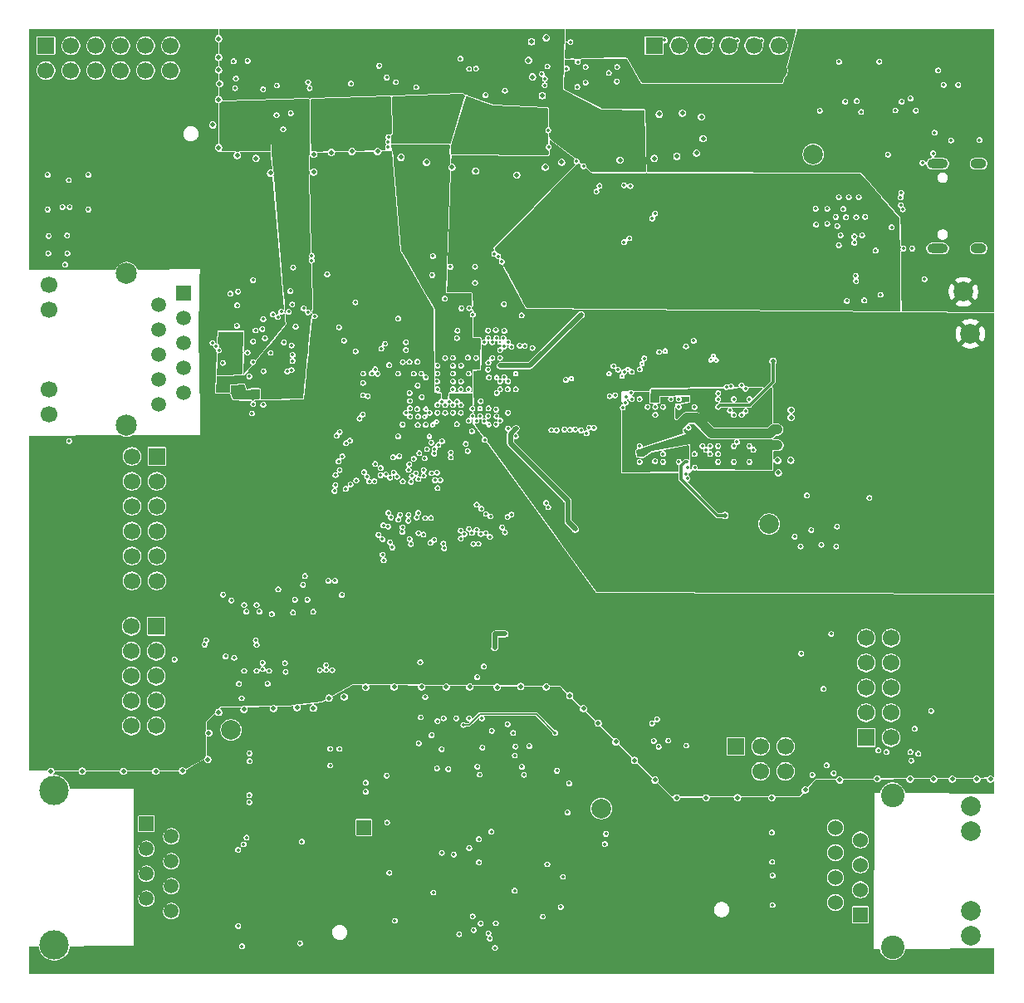
<source format=gbr>
G04 #@! TF.GenerationSoftware,KiCad,Pcbnew,9.0.3-9.0.3-0~ubuntu24.04.1*
G04 #@! TF.CreationDate,2025-07-29T11:11:20+02:00*
G04 #@! TF.ProjectId,acoustic-carrier-board,61636f75-7374-4696-932d-636172726965,rev?*
G04 #@! TF.SameCoordinates,Original*
G04 #@! TF.FileFunction,Copper,L4,Inr*
G04 #@! TF.FilePolarity,Positive*
%FSLAX46Y46*%
G04 Gerber Fmt 4.6, Leading zero omitted, Abs format (unit mm)*
G04 Created by KiCad (PCBNEW 9.0.3-9.0.3-0~ubuntu24.04.1) date 2025-07-29 11:11:20*
%MOMM*%
%LPD*%
G01*
G04 APERTURE LIST*
G04 #@! TA.AperFunction,ComponentPad*
%ADD10C,2.000000*%
G04 #@! TD*
G04 #@! TA.AperFunction,ComponentPad*
%ADD11R,1.500000X1.500000*%
G04 #@! TD*
G04 #@! TA.AperFunction,ComponentPad*
%ADD12C,1.500000*%
G04 #@! TD*
G04 #@! TA.AperFunction,ComponentPad*
%ADD13C,3.000000*%
G04 #@! TD*
G04 #@! TA.AperFunction,ComponentPad*
%ADD14R,1.700000X1.700000*%
G04 #@! TD*
G04 #@! TA.AperFunction,ComponentPad*
%ADD15C,1.700000*%
G04 #@! TD*
G04 #@! TA.AperFunction,ComponentPad*
%ADD16R,1.524000X1.524000*%
G04 #@! TD*
G04 #@! TA.AperFunction,ComponentPad*
%ADD17C,1.524000*%
G04 #@! TD*
G04 #@! TA.AperFunction,ComponentPad*
%ADD18C,1.999996*%
G04 #@! TD*
G04 #@! TA.AperFunction,ComponentPad*
%ADD19C,2.400046*%
G04 #@! TD*
G04 #@! TA.AperFunction,ComponentPad*
%ADD20R,1.520000X1.520000*%
G04 #@! TD*
G04 #@! TA.AperFunction,ComponentPad*
%ADD21C,1.520000*%
G04 #@! TD*
G04 #@! TA.AperFunction,ComponentPad*
%ADD22C,2.160000*%
G04 #@! TD*
G04 #@! TA.AperFunction,HeatsinkPad*
%ADD23O,1.600000X1.000000*%
G04 #@! TD*
G04 #@! TA.AperFunction,HeatsinkPad*
%ADD24O,2.100000X1.000000*%
G04 #@! TD*
G04 #@! TA.AperFunction,ViaPad*
%ADD25C,0.350000*%
G04 #@! TD*
G04 #@! TA.AperFunction,ViaPad*
%ADD26C,0.250000*%
G04 #@! TD*
G04 #@! TA.AperFunction,ViaPad*
%ADD27C,0.500000*%
G04 #@! TD*
G04 #@! TA.AperFunction,Conductor*
%ADD28C,0.500000*%
G04 #@! TD*
G04 #@! TA.AperFunction,Conductor*
%ADD29C,0.300000*%
G04 #@! TD*
G04 #@! TA.AperFunction,Conductor*
%ADD30C,0.156500*%
G04 #@! TD*
G04 #@! TA.AperFunction,Conductor*
%ADD31C,1.000000*%
G04 #@! TD*
G04 APERTURE END LIST*
D10*
X64740000Y-76940000D03*
D11*
X57250000Y-133380000D03*
D12*
X59790000Y-134650000D03*
X57250000Y-135920000D03*
X59790000Y-137190000D03*
X57250000Y-138460000D03*
X59790000Y-139730000D03*
X57250000Y-141000000D03*
X59790000Y-142270000D03*
D13*
X47850000Y-129975000D03*
X47850000Y-145675000D03*
D14*
X58250000Y-113220000D03*
D15*
X58250000Y-115760000D03*
X58250000Y-118300000D03*
X58250000Y-120840000D03*
X58250000Y-123380000D03*
X58250000Y-125920000D03*
X55710000Y-113220000D03*
X55710000Y-115760000D03*
X55710000Y-118300000D03*
X55710000Y-120840000D03*
X55710000Y-123380000D03*
X55710000Y-125920000D03*
D14*
X58295000Y-95895000D03*
D15*
X58295000Y-98435000D03*
X58295000Y-100975000D03*
X58295000Y-103515000D03*
X58295000Y-106055000D03*
X58295000Y-108595000D03*
X55755000Y-95895000D03*
X55755000Y-98435000D03*
X55755000Y-100975000D03*
X55755000Y-103515000D03*
X55755000Y-106055000D03*
X55755000Y-108595000D03*
D10*
X125230000Y-65090000D03*
D11*
X79430000Y-133730000D03*
D14*
X47000000Y-54000000D03*
D15*
X47000000Y-56540000D03*
X49540000Y-54000000D03*
X49540000Y-56540000D03*
X52080000Y-54000000D03*
X52080000Y-56540000D03*
X54620000Y-54000000D03*
X54620000Y-56540000D03*
X57160000Y-54000000D03*
X57160000Y-56540000D03*
X59700000Y-54000000D03*
X59700000Y-56540000D03*
D16*
X130005000Y-142630000D03*
D17*
X127465000Y-141370160D03*
X130005000Y-140090000D03*
X127465000Y-138830160D03*
X130005000Y-137550000D03*
X127465000Y-136290160D03*
X130005000Y-135010000D03*
X127465000Y-133750160D03*
D18*
X141254914Y-144815162D03*
X141254914Y-142275162D03*
X141254914Y-134104998D03*
X141254914Y-131564998D03*
D19*
X133304968Y-145940128D03*
X133304968Y-130440032D03*
D14*
X109000000Y-54000000D03*
D15*
X109000000Y-56540000D03*
X111540000Y-54000000D03*
X111540000Y-56540000D03*
X114080000Y-54000000D03*
X114080000Y-56540000D03*
X116620000Y-54000000D03*
X116620000Y-56540000D03*
X119160000Y-54000000D03*
X119160000Y-56540000D03*
X121700000Y-54000000D03*
X121700000Y-56540000D03*
D10*
X140540000Y-79100000D03*
X71720000Y-54490000D03*
X85290000Y-72900000D03*
D14*
X130605000Y-124575000D03*
D15*
X130605000Y-122035000D03*
X130605000Y-119495000D03*
X130605000Y-116955000D03*
X130605000Y-114415000D03*
X130605000Y-111875000D03*
X133145000Y-124575000D03*
X133145000Y-122035000D03*
X133145000Y-119495000D03*
X133145000Y-116955000D03*
X133145000Y-114415000D03*
X133145000Y-111875000D03*
D10*
X65870000Y-123800000D03*
X69570000Y-128830000D03*
D20*
X61050000Y-79270000D03*
D21*
X58510000Y-80440000D03*
X61050000Y-81810000D03*
X58510000Y-82980000D03*
X61050000Y-84350000D03*
X58510000Y-85520000D03*
X61050000Y-86890000D03*
X58510000Y-88060000D03*
X61050000Y-89430000D03*
X58510000Y-90600000D03*
D15*
X47270000Y-78360000D03*
X47270000Y-80900000D03*
X47270000Y-89080000D03*
X47270000Y-91620000D03*
D22*
X55220000Y-92730000D03*
X55220000Y-77250000D03*
D10*
X103600000Y-131800000D03*
D14*
X117310000Y-125470000D03*
D15*
X117310000Y-128010000D03*
X119850000Y-125470000D03*
X119850000Y-128010000D03*
X122390000Y-125470000D03*
X122390000Y-128010000D03*
D10*
X141230000Y-83380000D03*
X120722250Y-102810000D03*
D23*
X142080000Y-66050000D03*
D24*
X137900000Y-66050000D03*
D23*
X142080000Y-74690000D03*
D24*
X137900000Y-74690000D03*
D25*
X71260000Y-84260000D03*
X75550000Y-117170000D03*
X87360000Y-136310000D03*
X92320000Y-102010000D03*
D26*
X94900000Y-87450000D03*
D25*
X121080000Y-138630000D03*
X49420000Y-70480000D03*
X137445000Y-64990000D03*
X90140000Y-56380000D03*
X81780000Y-133230000D03*
X136570000Y-77810000D03*
D27*
X105100000Y-125000000D03*
X90200000Y-119400000D03*
D25*
X104090000Y-134390000D03*
X119930000Y-53490000D03*
X99710000Y-138750000D03*
X69600000Y-119080000D03*
D26*
X92940000Y-87850000D03*
D25*
X67750000Y-126170000D03*
X117440000Y-94440000D03*
X90500000Y-142800000D03*
X47250000Y-75180000D03*
X68770000Y-111710000D03*
D26*
X105730000Y-87700000D03*
D27*
X66500000Y-65200000D03*
D25*
X48960000Y-76330000D03*
X89260000Y-55350000D03*
D27*
X54900000Y-128000000D03*
X74265000Y-121575000D03*
D25*
X82810000Y-97960000D03*
X87320000Y-90300000D03*
X73710000Y-81200000D03*
X91820000Y-103700000D03*
X73730000Y-57730000D03*
X81740000Y-128450000D03*
D27*
X100400000Y-120300000D03*
X113320000Y-64960000D03*
D25*
X81130000Y-97090000D03*
X93480000Y-76040000D03*
X94900000Y-93850000D03*
D27*
X75850000Y-120550000D03*
D25*
X92070000Y-87050000D03*
D26*
X100560000Y-87970000D03*
D25*
X90960000Y-118400000D03*
X68100000Y-86280000D03*
X71430000Y-117860000D03*
D27*
X64600000Y-56500000D03*
D26*
X115330000Y-86070000D03*
D25*
X107520000Y-90050000D03*
D27*
X109100000Y-128900000D03*
D25*
X98250000Y-64350000D03*
X81900000Y-101660000D03*
X67730000Y-130440000D03*
X94100000Y-91450000D03*
X72200000Y-76620000D03*
X90510000Y-81420000D03*
X85490000Y-103860000D03*
D27*
X121600000Y-96305000D03*
D25*
X109120000Y-90850000D03*
D27*
X76100000Y-64900000D03*
D25*
X82900000Y-93850000D03*
X81300000Y-104340000D03*
X65310000Y-116282500D03*
X128290000Y-70670000D03*
X76925000Y-125712500D03*
D27*
X122960000Y-91160000D03*
X64000000Y-62100000D03*
D25*
X114850000Y-53400000D03*
X91740000Y-94210000D03*
X92790000Y-114010000D03*
X69042500Y-82905000D03*
X91390000Y-101240000D03*
X128485000Y-59725000D03*
X86380000Y-77400000D03*
X68370000Y-83040000D03*
X98200000Y-101070000D03*
X91130000Y-134930000D03*
X91320000Y-90260000D03*
X86570649Y-104400873D03*
X121080000Y-141640000D03*
D27*
X135100000Y-128800000D03*
D25*
X85665000Y-120430000D03*
X66130000Y-55600000D03*
D27*
X95400000Y-119370000D03*
D25*
X88500000Y-86650000D03*
X132850000Y-65120000D03*
X84950000Y-101650000D03*
X67770000Y-126960000D03*
X129652501Y-59657499D03*
X111520000Y-90050000D03*
X129590000Y-78030000D03*
X107520000Y-94850000D03*
X82400000Y-95980000D03*
X90150000Y-135830000D03*
X87655000Y-79800000D03*
X92780000Y-146010000D03*
X135140001Y-59389999D03*
X126270000Y-119610000D03*
X94630000Y-124090000D03*
X72140000Y-85550000D03*
X127562250Y-105070000D03*
X115520000Y-90050000D03*
X100340000Y-129240000D03*
X70020000Y-111970000D03*
X87000000Y-94730000D03*
X130430000Y-79990000D03*
X134204613Y-68999358D03*
X76470000Y-108580000D03*
X69190000Y-87200000D03*
X70980000Y-81150000D03*
D26*
X106310000Y-87010000D03*
D27*
X64600000Y-53300000D03*
D25*
X83700000Y-91450000D03*
X85160000Y-116880000D03*
D27*
X87800000Y-119400000D03*
D25*
X117910000Y-88640000D03*
X90913599Y-103371551D03*
X67550000Y-85310000D03*
X70550000Y-58080000D03*
D27*
X121000000Y-130700000D03*
D25*
X89130000Y-144610000D03*
X93710000Y-84690000D03*
X75675000Y-77315000D03*
X106470000Y-73650000D03*
X101540000Y-93240000D03*
X80800000Y-87470000D03*
X67740000Y-131160000D03*
X67570000Y-55560000D03*
X80480000Y-98430000D03*
X66680000Y-119090000D03*
X76643268Y-93790914D03*
X92910000Y-83840000D03*
X105230000Y-56182500D03*
X79804275Y-89750384D03*
X125022250Y-103410000D03*
X128010000Y-73348000D03*
D27*
X64700000Y-57900000D03*
D25*
X81900000Y-63320000D03*
D27*
X139400000Y-128800000D03*
D25*
X89300000Y-89050000D03*
X127685000Y-72385000D03*
X65800000Y-79300000D03*
X125470000Y-70630000D03*
D26*
X92160000Y-92660000D03*
X115040000Y-85700000D03*
D25*
X93790000Y-58600000D03*
X104390000Y-56800000D03*
X116850000Y-88760000D03*
X109920000Y-90850000D03*
X110720000Y-90050000D03*
X86910000Y-122900000D03*
X68477311Y-115104928D03*
D27*
X90800000Y-66800000D03*
D25*
X134245000Y-59725000D03*
X119120000Y-95220000D03*
D27*
X77400000Y-120400000D03*
D25*
X90100000Y-89050000D03*
D27*
X124400000Y-129900000D03*
D25*
X132690000Y-126030000D03*
X77170000Y-110010000D03*
X82900000Y-81850000D03*
X121010000Y-134260000D03*
X137950000Y-56540000D03*
X76520000Y-97800000D03*
D27*
X111300000Y-130700000D03*
D25*
X69905000Y-85335000D03*
X118340000Y-91270000D03*
X86900000Y-89050000D03*
X130952250Y-100120000D03*
D27*
X109530000Y-60990000D03*
D25*
X98530000Y-93210000D03*
X89310000Y-88250000D03*
X86860000Y-97560000D03*
X80970000Y-56070000D03*
X114290000Y-95240000D03*
X97650000Y-142820000D03*
X84490000Y-96140000D03*
X71910000Y-79030000D03*
X117120000Y-96450000D03*
X66580000Y-79090000D03*
X48680000Y-70480000D03*
X105190000Y-57660000D03*
X85500000Y-97850000D03*
X134357435Y-70698915D03*
D27*
X96200000Y-55500000D03*
X83200000Y-65400000D03*
D25*
X81730000Y-57260000D03*
D27*
X107000000Y-126900000D03*
D25*
X81320000Y-105900000D03*
X87200000Y-98330000D03*
X91220000Y-128350000D03*
X82570000Y-143250000D03*
X113120000Y-95650000D03*
X93790000Y-103630000D03*
D27*
X127920000Y-128900000D03*
D26*
X107770000Y-86460000D03*
D25*
X76820000Y-96410000D03*
X69110000Y-117590000D03*
X95290000Y-84620000D03*
X92950000Y-89430000D03*
X88500000Y-88250000D03*
X117460000Y-53480000D03*
X69090000Y-116940000D03*
X129610000Y-71500000D03*
D27*
X96500000Y-53600000D03*
D25*
X73090000Y-135180000D03*
D27*
X137500000Y-128800000D03*
D25*
X123990000Y-116000000D03*
X113140000Y-97040000D03*
X113030000Y-84110000D03*
D27*
X98000000Y-119400000D03*
D25*
X75975000Y-127417500D03*
X102860000Y-92980000D03*
X105930000Y-68240000D03*
X130510000Y-71460000D03*
X83700000Y-84250000D03*
D27*
X109020000Y-65510000D03*
X105520000Y-65680000D03*
X97900000Y-66400000D03*
D25*
X92900000Y-91120000D03*
X67730000Y-87730000D03*
D27*
X78200000Y-64800000D03*
D25*
X89800000Y-94620000D03*
X92735000Y-115410000D03*
X109920000Y-96450000D03*
X84080000Y-104300000D03*
D27*
X72600000Y-121500000D03*
D25*
X78970000Y-92030000D03*
X87600000Y-105280000D03*
X68120000Y-84170000D03*
D27*
X113990000Y-63490000D03*
D25*
X82900000Y-87450000D03*
X94060000Y-123200000D03*
X81650000Y-97740000D03*
D27*
X47500000Y-128000000D03*
D25*
X82670000Y-57730000D03*
X86445000Y-75475000D03*
D26*
X110140000Y-85150000D03*
D25*
X121030000Y-137240000D03*
X113120000Y-90850000D03*
X84760000Y-58240000D03*
X129410000Y-73468000D03*
D27*
X122970000Y-91920000D03*
D26*
X86410000Y-92670000D03*
D25*
X72040000Y-87080000D03*
D27*
X68400000Y-65500000D03*
X95000000Y-67200000D03*
D25*
X137600000Y-62890000D03*
X94060857Y-102067512D03*
X88120000Y-90310000D03*
X72460000Y-82650000D03*
D27*
X103300000Y-123100000D03*
X111890000Y-60890000D03*
D25*
X66500000Y-80485000D03*
D27*
X143300000Y-128800000D03*
D25*
X132090000Y-79410000D03*
D27*
X85800000Y-65900000D03*
D25*
X110440000Y-124880000D03*
X99490000Y-141850000D03*
D27*
X79600000Y-119430503D03*
D26*
X85722164Y-91060000D03*
D25*
X88010000Y-127790000D03*
X97850000Y-58040000D03*
X127060000Y-114000000D03*
X82070000Y-104660000D03*
X79340000Y-88390000D03*
X135230000Y-126910000D03*
D27*
X63500000Y-126800000D03*
X93000000Y-119420117D03*
D25*
X81880000Y-63840000D03*
D27*
X64600000Y-59500000D03*
D25*
X72190000Y-111820000D03*
X47280000Y-73410000D03*
X81400000Y-102910000D03*
D27*
X70200000Y-121600000D03*
D25*
X106720000Y-90050000D03*
D27*
X85300000Y-119400000D03*
D25*
X116740000Y-91220000D03*
X130210000Y-73348000D03*
X63183460Y-115081833D03*
D26*
X91250000Y-91030000D03*
D27*
X60920000Y-127940000D03*
D25*
X129560000Y-77460000D03*
X72910000Y-145540000D03*
X98110000Y-137490000D03*
X66280000Y-58345000D03*
X134420000Y-74700000D03*
X71365000Y-116977500D03*
X96285000Y-125425000D03*
X88500000Y-89050000D03*
X84210000Y-98500000D03*
D27*
X141900000Y-128800000D03*
D25*
X49370000Y-94325000D03*
D27*
X64600000Y-55200000D03*
D25*
X110090000Y-53450000D03*
X139265000Y-63680000D03*
X109920000Y-95650000D03*
X67450000Y-134770000D03*
X67420000Y-111710000D03*
X88500000Y-85850000D03*
X72040000Y-84590000D03*
X138517500Y-58012500D03*
X106174950Y-89800000D03*
X68110000Y-77920000D03*
X115520000Y-96450000D03*
X49330000Y-67720000D03*
X72130000Y-86160000D03*
X84700000Y-97620000D03*
D27*
X74300000Y-65100000D03*
D25*
X65040000Y-86360000D03*
D27*
X63600000Y-124100000D03*
D25*
X88240000Y-76560000D03*
X101170000Y-58220000D03*
X100470000Y-53640000D03*
X67150000Y-135450000D03*
X95730000Y-128350000D03*
X98210000Y-62630000D03*
X71740000Y-81150000D03*
X84860000Y-86250000D03*
X135320000Y-74700000D03*
X71600000Y-87230000D03*
X83970000Y-97260000D03*
X128562000Y-71508000D03*
X109090000Y-96390000D03*
D27*
X58200000Y-128000000D03*
X101800000Y-121600000D03*
D25*
X83940000Y-102460000D03*
D27*
X98000000Y-53200000D03*
D25*
X111520000Y-90850000D03*
X92450000Y-123875000D03*
X85010000Y-125140000D03*
D27*
X131750000Y-128770000D03*
D25*
X99090000Y-127950000D03*
D26*
X86100000Y-93850000D03*
D25*
X86250000Y-102170000D03*
D27*
X117500000Y-130700000D03*
D25*
X112379099Y-98143884D03*
X92100000Y-86330000D03*
X86570000Y-95620000D03*
X111520000Y-96450000D03*
X81870000Y-64360000D03*
X63980000Y-84310000D03*
D27*
X80800000Y-64800000D03*
D25*
X93640000Y-83840000D03*
X74250000Y-111730000D03*
X88500000Y-87450000D03*
X125510000Y-72250000D03*
X88280000Y-95490000D03*
X77980000Y-94290000D03*
X78090000Y-57890000D03*
X79740000Y-97960000D03*
X85840000Y-95150000D03*
X65050000Y-109990000D03*
X73400000Y-108100000D03*
X88910000Y-90320000D03*
D26*
X114770000Y-86060000D03*
D27*
X50700000Y-128000000D03*
D25*
X84850000Y-91080000D03*
X69140000Y-58470000D03*
X72110000Y-80400000D03*
X66990000Y-145850000D03*
D27*
X97600000Y-59100000D03*
D25*
X76410000Y-99430000D03*
D27*
X67200000Y-121700000D03*
D25*
X82920000Y-102320000D03*
X90100000Y-87450000D03*
X92860000Y-143500000D03*
X88890000Y-83830000D03*
D26*
X85620000Y-91820000D03*
D25*
X100175000Y-132195000D03*
X94100000Y-84250000D03*
D27*
X64600000Y-122000000D03*
D25*
X100430000Y-93180000D03*
X78050000Y-98760000D03*
X95490000Y-81510000D03*
X91640000Y-117310000D03*
D27*
X122930000Y-96290000D03*
X88400000Y-66400000D03*
D25*
X103430000Y-68310000D03*
X75560000Y-117670000D03*
X78540000Y-80180000D03*
X92160000Y-87850000D03*
D27*
X82500000Y-119400000D03*
D25*
X79600000Y-130080000D03*
X90120000Y-103280000D03*
X89270000Y-103460000D03*
D27*
X121670000Y-97570000D03*
D25*
X73880000Y-58340000D03*
D27*
X99580000Y-65890000D03*
D25*
X105020000Y-89680000D03*
X108790000Y-71640000D03*
X127530000Y-71480000D03*
X109300000Y-122700000D03*
X118720000Y-96450000D03*
X118720000Y-90050000D03*
X91810000Y-59050000D03*
X92070000Y-83820000D03*
X107520000Y-96450000D03*
X94852500Y-125477500D03*
X128650000Y-80040000D03*
D27*
X74300000Y-66900000D03*
D25*
X136350000Y-65950000D03*
X83354327Y-103105621D03*
D27*
X114300000Y-130700000D03*
D25*
X123332250Y-104080000D03*
D26*
X104410000Y-87440000D03*
D27*
X96600000Y-57200000D03*
D25*
X94800000Y-126400000D03*
D27*
X111320000Y-65290000D03*
X64600000Y-64400000D03*
D25*
X69320000Y-83840000D03*
X117120000Y-90050000D03*
X68010000Y-91520000D03*
X82000000Y-138340000D03*
X66195000Y-116425000D03*
X101220000Y-55670000D03*
X92400000Y-134170000D03*
X93820000Y-114000000D03*
D27*
X69900000Y-67000000D03*
X113820000Y-61270000D03*
D25*
X91090000Y-104800000D03*
X97870000Y-57390000D03*
X66810000Y-89900000D03*
X66550000Y-89252500D03*
X66467500Y-82585000D03*
X66330000Y-89890000D03*
X74880000Y-83600000D03*
X88520000Y-89850000D03*
X74430000Y-80400000D03*
X72520000Y-118790000D03*
X86367500Y-81112500D03*
X98480000Y-71220000D03*
X100150000Y-69180000D03*
X76520000Y-85440000D03*
X90100000Y-89850000D03*
X86890000Y-89765000D03*
X85482500Y-80227500D03*
X90860000Y-85850000D03*
X68600000Y-68570000D03*
X71450000Y-118630000D03*
X82232500Y-80112500D03*
X77820000Y-65680000D03*
X71870000Y-116180000D03*
X47250000Y-76300000D03*
X89260000Y-89850000D03*
X94850000Y-74630000D03*
X81780000Y-68680000D03*
X49070000Y-114420000D03*
X86900000Y-87450000D03*
X74910000Y-67610000D03*
X81630000Y-66800000D03*
X77940000Y-66480000D03*
X84070000Y-92670000D03*
X82040000Y-70970000D03*
X97150000Y-72410000D03*
X48150000Y-95500000D03*
X47310000Y-95450000D03*
X86900000Y-86640000D03*
X86870000Y-88250000D03*
X75960000Y-68410000D03*
X127320900Y-74359100D03*
X132380000Y-71180000D03*
X81860000Y-69750000D03*
X94890000Y-117310000D03*
X76410000Y-89260000D03*
X65010000Y-117757500D03*
X74310000Y-83610000D03*
X49850000Y-117120000D03*
X100960000Y-68260000D03*
X130210000Y-73988000D03*
X78550000Y-67330000D03*
X75900000Y-67590000D03*
X49875000Y-121545000D03*
X126710000Y-69456900D03*
X95838534Y-73572844D03*
X49240000Y-69070000D03*
X64260000Y-117940000D03*
X90020000Y-85810000D03*
X99300000Y-70180000D03*
X79820000Y-67910000D03*
X47930000Y-76320000D03*
X92110000Y-113920000D03*
X67540000Y-67910000D03*
X81600000Y-65890000D03*
X65390000Y-90827500D03*
X76630000Y-79120000D03*
X71155000Y-81897500D03*
X74910000Y-68480000D03*
X75160000Y-78990000D03*
X139310000Y-121780000D03*
X89320000Y-86640000D03*
X123934750Y-105067500D03*
X87700000Y-85850000D03*
X68610000Y-67930000D03*
X68655000Y-90360000D03*
X139310000Y-120300000D03*
X81680000Y-67770000D03*
X67560000Y-68560000D03*
X130108750Y-60763750D03*
X103090000Y-64490000D03*
X102450000Y-63680000D03*
X67985000Y-58515000D03*
X76855323Y-57874677D03*
X105370000Y-64530000D03*
X102410000Y-62730000D03*
X82695000Y-56475000D03*
X99180000Y-53300000D03*
X99160000Y-52630000D03*
X83730000Y-56000000D03*
X105170000Y-61160000D03*
X99350000Y-59050000D03*
X74320000Y-55870000D03*
X76320323Y-57339677D03*
X85333750Y-57706250D03*
X102920000Y-61170000D03*
X91911249Y-57020000D03*
X75220000Y-55500000D03*
X104380000Y-64540000D03*
X106240000Y-61180000D03*
X84768750Y-57141250D03*
X82300000Y-56080000D03*
X98520000Y-59020000D03*
X91911249Y-57590000D03*
X92791249Y-59038751D03*
X91911249Y-58158751D03*
X99400000Y-59790000D03*
X106350000Y-64530000D03*
X68040000Y-58080000D03*
X76180000Y-55570000D03*
X98540000Y-59790000D03*
X104130000Y-61130000D03*
X99560000Y-52920000D03*
X102450000Y-61890000D03*
X83550000Y-55380000D03*
X92441249Y-58688751D03*
X134570000Y-76500000D03*
X136130000Y-58040000D03*
X100075001Y-57695000D03*
X136150000Y-76510000D03*
X140055000Y-59700000D03*
X138930000Y-68130000D03*
X136330000Y-79730000D03*
X101290000Y-58900000D03*
X138500000Y-71840000D03*
X130690000Y-58080000D03*
X138680000Y-72480000D03*
X138900000Y-68690000D03*
X100810000Y-58580000D03*
X136450000Y-78850000D03*
X64720000Y-88130000D03*
X70650000Y-65870000D03*
X72690000Y-63840000D03*
X71655000Y-81897500D03*
X72550000Y-65490000D03*
X72010000Y-77700000D03*
X72155000Y-88772500D03*
X72710000Y-64960000D03*
X73142500Y-85510000D03*
X67730000Y-88370000D03*
X72010000Y-77200000D03*
X69642500Y-88385000D03*
X73270000Y-87550000D03*
X65310000Y-88130000D03*
X72700000Y-64440000D03*
X87400000Y-62660000D03*
X87330000Y-63400000D03*
X85020000Y-61230000D03*
X87655000Y-61265000D03*
X85040000Y-60490000D03*
X135680000Y-60630000D03*
X77360000Y-64180000D03*
X76710000Y-60200000D03*
X76600000Y-62640000D03*
X76620000Y-61840000D03*
X76610000Y-60960000D03*
X76590000Y-63510000D03*
X91790000Y-63820000D03*
X96430000Y-60840000D03*
X92980000Y-61760000D03*
X94630000Y-60815000D03*
X91770000Y-62070000D03*
X91770000Y-62690000D03*
X93205000Y-62815000D03*
X69155000Y-81897500D03*
X88835000Y-122610000D03*
X90135000Y-122610000D03*
X92735000Y-122610000D03*
X83540000Y-125760000D03*
X92640000Y-135835000D03*
X94147054Y-136152115D03*
X95120000Y-120250000D03*
X95800000Y-120670000D03*
D27*
X141151000Y-129700000D03*
X140600000Y-147500000D03*
D25*
X73420000Y-128060000D03*
X90400000Y-136850000D03*
X90900000Y-145370000D03*
X75975000Y-122450000D03*
X76740000Y-123180000D03*
X91435000Y-122610000D03*
X91491050Y-125600000D03*
X65580000Y-86660000D03*
X65342500Y-84060000D03*
X66467500Y-84085000D03*
X125892500Y-60650000D03*
X70130000Y-81410000D03*
X133600000Y-60612500D03*
X129410000Y-74108000D03*
X127828900Y-69456900D03*
X127828900Y-74359100D03*
X95525000Y-127535000D03*
X79610000Y-129160000D03*
X103970000Y-135430000D03*
X66590000Y-136020000D03*
X66590000Y-143780000D03*
X91150000Y-137290000D03*
X86860000Y-127710000D03*
X70505000Y-61095000D03*
X71190000Y-62530000D03*
X71955000Y-60890000D03*
X102530000Y-53010000D03*
X103380000Y-54520000D03*
X103610000Y-52940000D03*
X105140000Y-54670000D03*
X102040000Y-53540000D03*
X127855000Y-55660000D03*
X131955000Y-55625000D03*
X108000000Y-85900000D03*
X93300000Y-85850000D03*
X78640000Y-98340000D03*
X80890000Y-103910000D03*
X88890000Y-92600000D03*
X89300000Y-104270000D03*
X97990000Y-100640000D03*
X118720000Y-94850000D03*
X117120000Y-94850000D03*
X90900000Y-92250000D03*
X90430000Y-103700000D03*
X90910000Y-100810000D03*
X106620000Y-89410000D03*
X105950000Y-87280000D03*
X70680000Y-109450000D03*
X72380000Y-110512500D03*
X86650000Y-98320000D03*
X88500000Y-91450000D03*
X102110000Y-93530000D03*
X93300000Y-88250000D03*
X73280000Y-80810000D03*
X89670000Y-103810000D03*
X125125000Y-128375000D03*
X89320000Y-90650000D03*
X104859847Y-86680176D03*
X105799078Y-90908290D03*
X94081628Y-89030000D03*
X99850000Y-93150000D03*
X92265000Y-104105000D03*
X90430000Y-93330000D03*
X114720000Y-95650000D03*
X91690000Y-92320000D03*
X93500000Y-103130000D03*
X90100000Y-92250000D03*
X137250000Y-121850000D03*
X126600000Y-127400000D03*
X135130000Y-126040000D03*
X92110000Y-90990000D03*
X112500000Y-92959768D03*
X117120000Y-91650000D03*
X95820000Y-84630000D03*
X99070000Y-93220000D03*
X93300000Y-89050000D03*
X94900000Y-89050000D03*
X100950000Y-93140000D03*
X92940000Y-91810000D03*
X115520000Y-94850000D03*
X94100000Y-88250000D03*
X102380000Y-92960000D03*
X118310000Y-88990000D03*
X93730000Y-83090000D03*
X76190000Y-117687500D03*
X66953750Y-120553750D03*
X69750000Y-117757500D03*
X60110000Y-116600000D03*
X96600000Y-84830000D03*
X116375000Y-88825000D03*
X93300000Y-85050000D03*
X112250000Y-84680000D03*
X90480000Y-91780000D03*
X94460000Y-101810000D03*
X73650000Y-110512500D03*
X67210000Y-111050000D03*
X93720000Y-87820000D03*
X109120000Y-91650000D03*
X112210000Y-97700000D03*
X92070000Y-91790000D03*
X70640000Y-81700000D03*
X81990000Y-86580000D03*
X90000000Y-95340000D03*
X90470000Y-91020000D03*
X89300000Y-91450000D03*
X74920000Y-117687500D03*
X68480000Y-117757500D03*
X88280000Y-96000000D03*
X93290000Y-86650000D03*
D27*
X116230000Y-101920000D03*
D25*
X124572250Y-99880000D03*
X112320000Y-96450000D03*
X115520000Y-90850000D03*
X94940000Y-93060000D03*
D27*
X121130000Y-86190000D03*
X100970000Y-103310000D03*
X101540000Y-81450000D03*
D25*
X115520000Y-95650000D03*
X91260000Y-91800000D03*
X91860000Y-101760000D03*
X91310000Y-103810000D03*
X83330000Y-103580000D03*
X84900000Y-92690000D03*
X82090000Y-98050000D03*
X83010000Y-95880000D03*
X94460000Y-84710000D03*
X117920000Y-91650000D03*
X106720000Y-87280000D03*
X108320000Y-90850000D03*
X113920000Y-94850000D03*
X94100000Y-93050000D03*
X90140000Y-80770000D03*
X93110000Y-75490000D03*
X101800000Y-66300000D03*
D26*
X93300000Y-84250000D03*
D25*
X93300000Y-92250000D03*
X114720000Y-94850000D03*
X112390000Y-97010000D03*
X92900000Y-92640000D03*
X105326005Y-87044044D03*
X106094582Y-90419813D03*
X87380000Y-94350600D03*
X67210000Y-117757500D03*
X87700000Y-91450000D03*
X87700000Y-90650000D03*
X73210000Y-108980000D03*
X86310000Y-97610000D03*
X68480000Y-111050000D03*
X100010000Y-88090000D03*
X104470000Y-89740000D03*
X92500000Y-85850000D03*
X107540000Y-87020000D03*
X89350000Y-80790000D03*
X92707199Y-75238249D03*
X101090000Y-65800000D03*
X65907500Y-110582500D03*
X88500000Y-90650000D03*
X75790000Y-108570000D03*
X86930000Y-99120000D03*
X109500000Y-85250000D03*
X115540000Y-89450000D03*
X68380000Y-114640000D03*
X63330000Y-114630000D03*
X94785000Y-140180000D03*
X64370000Y-84672550D03*
X64630000Y-85080000D03*
X86505000Y-140370000D03*
X85210000Y-122500000D03*
X87340000Y-125760000D03*
X90980000Y-127540000D03*
X98910000Y-124100000D03*
X89550000Y-123270000D03*
X86310000Y-124320000D03*
X90250000Y-65850000D03*
X95950000Y-65700000D03*
X94800000Y-65710000D03*
D27*
X124010000Y-92110000D03*
D25*
X94810000Y-66420000D03*
X90890000Y-89050000D03*
D27*
X124420000Y-93260000D03*
D25*
X90770000Y-88260000D03*
D27*
X123127500Y-94770000D03*
D25*
X90980000Y-89800000D03*
X96420000Y-81570000D03*
X95780000Y-93340000D03*
D27*
X123057500Y-93220000D03*
D25*
X131252250Y-104180000D03*
D27*
X123650000Y-95970000D03*
D25*
X90860000Y-87450000D03*
D27*
X124440000Y-94890000D03*
D25*
X95900000Y-66620000D03*
X91540000Y-65580000D03*
X130562250Y-104180000D03*
X91500000Y-66300000D03*
X100075001Y-56345000D03*
X102015002Y-56179999D03*
X68125000Y-90555000D03*
X102015002Y-57779999D03*
X98115000Y-56125000D03*
X97550000Y-56890000D03*
X127652250Y-103050000D03*
X126047250Y-104905000D03*
X133205000Y-72530000D03*
X131570000Y-74900000D03*
X69155000Y-90620000D03*
X88572500Y-136485000D03*
X87535000Y-122610000D03*
X75975000Y-125712500D03*
X92261856Y-145053711D03*
X91310000Y-143520000D03*
X92110000Y-144520000D03*
X90610000Y-144200000D03*
X134150000Y-70271600D03*
X140000000Y-58012500D03*
X82460000Y-97530000D03*
X83086645Y-101860000D03*
X77390000Y-84085000D03*
X79290000Y-91610000D03*
X84080000Y-89430000D03*
X81570000Y-84400000D03*
X84060000Y-86250000D03*
X74400000Y-81600000D03*
X86210000Y-104710000D03*
X84960000Y-98210000D03*
X86290000Y-94500000D03*
D26*
X86820000Y-92340000D03*
D25*
X81430000Y-106480000D03*
X79430000Y-97510000D03*
X84990000Y-103710000D03*
X84030000Y-96700000D03*
X76885000Y-82730000D03*
X79960000Y-98460000D03*
X81890000Y-103040000D03*
X85300000Y-89850000D03*
X77580000Y-94560000D03*
X85615000Y-96085000D03*
X84796994Y-102115497D03*
X86900000Y-91450000D03*
X84310000Y-97910000D03*
X76940000Y-93420000D03*
X84100000Y-90240000D03*
X93690000Y-80370000D03*
X92070000Y-83060000D03*
X91700000Y-84250000D03*
X129860900Y-69456900D03*
X78570000Y-85170000D03*
X82310000Y-105170000D03*
X80570000Y-96660000D03*
X86100000Y-91450000D03*
X84210000Y-104830000D03*
X77560000Y-99200000D03*
X83350000Y-92650000D03*
X128844900Y-69456900D03*
X92860000Y-83010000D03*
X81120000Y-97810000D03*
X82160000Y-102130000D03*
X86900000Y-90650000D03*
X85510000Y-97290000D03*
X85649974Y-102179746D03*
X86600258Y-95145962D03*
X109110000Y-71120000D03*
X126647800Y-70638000D03*
X85060000Y-95560000D03*
X85710000Y-92660000D03*
X83380000Y-98440000D03*
X83960000Y-101870000D03*
X92500000Y-84250000D03*
X106580000Y-68320000D03*
X51325000Y-70720000D03*
X51330000Y-67180000D03*
X74090000Y-75910000D03*
X49160000Y-73370000D03*
X90745000Y-76545000D03*
X87170000Y-65330000D03*
X87100000Y-64680000D03*
X89260000Y-79570000D03*
X84300000Y-64560000D03*
X87700000Y-89720000D03*
X84370000Y-65050000D03*
X90900000Y-86650000D03*
X134130998Y-69468622D03*
X135930000Y-126210000D03*
X127300000Y-128200000D03*
X81190000Y-84910000D03*
X83380000Y-86280000D03*
X84500000Y-87450000D03*
X80570000Y-87010000D03*
X85710000Y-87830000D03*
X79350000Y-87450000D03*
X77210000Y-95890000D03*
X84100000Y-90980000D03*
X88960000Y-83070000D03*
X103110000Y-68880000D03*
X84890000Y-88660000D03*
X79340000Y-89650000D03*
X84120000Y-91830000D03*
X76930000Y-97280000D03*
X83700000Y-85050000D03*
X105930000Y-74060000D03*
X126647800Y-72162000D03*
X80204008Y-87435992D03*
X85270000Y-87450000D03*
X84940000Y-91840000D03*
X76510000Y-98820000D03*
X90569246Y-104820754D03*
X108790000Y-123130000D03*
X135570000Y-123660000D03*
X131850000Y-125870000D03*
X108960000Y-124910000D03*
X87520000Y-104780000D03*
X109460000Y-125500000D03*
X74100000Y-75430000D03*
X49200000Y-75180000D03*
X47180000Y-67180000D03*
X47175000Y-70720000D03*
X112290000Y-125390000D03*
X113920000Y-90850000D03*
D27*
X120494000Y-91670000D03*
X121600000Y-94755000D03*
D25*
X111520000Y-91650000D03*
X107520000Y-95650000D03*
X109120000Y-90050000D03*
X113920000Y-95650000D03*
X116360000Y-96430000D03*
X117910000Y-90070000D03*
D27*
X120320000Y-91050000D03*
D25*
X116340000Y-90030000D03*
X117890000Y-97020000D03*
X110720000Y-96450000D03*
X112320000Y-90050000D03*
X109090000Y-95750000D03*
D27*
X121570000Y-93165000D03*
D26*
X112320000Y-95650000D03*
D25*
X106720000Y-90850000D03*
X109920000Y-90050000D03*
X108320000Y-96450000D03*
X106720000Y-96450000D03*
X108320000Y-90050000D03*
X90845000Y-56350000D03*
X66360000Y-57360000D03*
X90745000Y-78195000D03*
X142175000Y-63640000D03*
D28*
X92790000Y-115355000D02*
X92735000Y-115410000D01*
X93820000Y-114000000D02*
X92800000Y-114000000D01*
X92790000Y-114010000D02*
X92790000Y-115355000D01*
X92800000Y-114000000D02*
X92790000Y-114010000D01*
X94349000Y-94559000D02*
X94349000Y-93621768D01*
X101540000Y-81450000D02*
X96340000Y-86650000D01*
D29*
X115470000Y-101920000D02*
X111759000Y-98209000D01*
D28*
X94349000Y-93621768D02*
X94910768Y-93060000D01*
X96340000Y-86650000D02*
X93290000Y-86650000D01*
X100970000Y-103310000D02*
X100200000Y-102540000D01*
D29*
X111759000Y-96861000D02*
X112170000Y-96450000D01*
D28*
X94940000Y-93040000D02*
X94940000Y-93060000D01*
D29*
X116230000Y-101920000D02*
X115470000Y-101920000D01*
D28*
X100200000Y-100410000D02*
X94349000Y-94559000D01*
D29*
X121130000Y-88277811D02*
X118770811Y-90637000D01*
X112170000Y-96450000D02*
X112320000Y-96450000D01*
X118770811Y-90637000D02*
X115733000Y-90637000D01*
X115733000Y-90637000D02*
X115520000Y-90850000D01*
D28*
X100200000Y-102540000D02*
X100200000Y-100410000D01*
X94910768Y-93060000D02*
X94940000Y-93060000D01*
D29*
X111759000Y-98209000D02*
X111759000Y-96861000D01*
X121130000Y-86190000D02*
X121130000Y-88277811D01*
D30*
X96969000Y-122159000D02*
X98910000Y-124100000D01*
X89550000Y-123270000D02*
X90112811Y-123270000D01*
X90112811Y-123270000D02*
X91223811Y-122159000D01*
X91223811Y-122159000D02*
X96969000Y-122159000D01*
D31*
X119785000Y-94755000D02*
X119780000Y-94760000D01*
X121600000Y-94755000D02*
X119785000Y-94755000D01*
X121570000Y-93165000D02*
X121205000Y-93165000D01*
X111682786Y-92620000D02*
X111680000Y-92620000D01*
X114880000Y-93540000D02*
X113321786Y-91981786D01*
X112321000Y-91981786D02*
X111682786Y-92620000D01*
X120830000Y-93540000D02*
X114880000Y-93540000D01*
X121205000Y-93165000D02*
X120830000Y-93540000D01*
X111680000Y-92620000D02*
X111120000Y-93180000D01*
X113321786Y-91981786D02*
X112321000Y-91981786D01*
G04 #@! TA.AperFunction,Conductor*
G36*
X101337305Y-66034816D02*
G01*
X101346298Y-66033955D01*
X101369808Y-66046065D01*
X101394796Y-66054714D01*
X101398079Y-66057134D01*
X101461441Y-66105470D01*
X101502802Y-66161781D01*
X101507154Y-66231515D01*
X101506008Y-66236149D01*
X101504691Y-66241065D01*
X101499500Y-66260438D01*
X101499500Y-66339562D01*
X101503352Y-66353937D01*
X101519979Y-66415990D01*
X101519982Y-66415995D01*
X101559535Y-66484504D01*
X101559539Y-66484509D01*
X101559540Y-66484511D01*
X101615489Y-66540460D01*
X101615491Y-66540461D01*
X101615495Y-66540464D01*
X101631661Y-66549797D01*
X101684011Y-66580021D01*
X101760438Y-66600500D01*
X101760440Y-66600500D01*
X101839560Y-66600500D01*
X101839562Y-66600500D01*
X101915989Y-66580021D01*
X101939807Y-66566269D01*
X102007705Y-66549797D01*
X102073732Y-66572649D01*
X102077015Y-66575069D01*
X102508475Y-66904215D01*
X102612848Y-66983837D01*
X102643065Y-66999907D01*
X102672785Y-67009949D01*
X102706556Y-67015500D01*
X108099925Y-67015500D01*
X108100063Y-67015499D01*
X108101073Y-67015494D01*
X108102156Y-67015482D01*
X108143504Y-67006541D01*
X108177827Y-66991427D01*
X108177831Y-66991424D01*
X108178060Y-66991324D01*
X108247347Y-66982323D01*
X108270901Y-66989453D01*
X108270909Y-66989427D01*
X108279411Y-66991952D01*
X108279412Y-66991953D01*
X108346388Y-67011851D01*
X108346400Y-67011852D01*
X108346401Y-67011853D01*
X108371084Y-67015482D01*
X108376097Y-67016219D01*
X130025539Y-67085165D01*
X130092513Y-67105063D01*
X130118711Y-67127796D01*
X130284007Y-67317887D01*
X130376892Y-67424705D01*
X130425013Y-67480044D01*
X132131886Y-69442948D01*
X132180007Y-69498287D01*
X132830128Y-70245926D01*
X133994943Y-71585465D01*
X134024079Y-71648970D01*
X134025366Y-71665566D01*
X134039678Y-73067982D01*
X134040942Y-73191893D01*
X134041073Y-73204705D01*
X134052248Y-74299914D01*
X134052248Y-74299940D01*
X134052249Y-74299941D01*
X134052462Y-74305657D01*
X134053332Y-74319101D01*
X134053333Y-74319104D01*
X134061632Y-74353827D01*
X134080831Y-74398660D01*
X134089136Y-74418053D01*
X134121290Y-74456996D01*
X134148794Y-74521224D01*
X134141262Y-74575941D01*
X134142083Y-74576161D01*
X134140333Y-74582690D01*
X134140238Y-74583383D01*
X134139982Y-74584000D01*
X134139979Y-74584010D01*
X134139979Y-74584011D01*
X134119500Y-74660438D01*
X134119500Y-74739562D01*
X134137559Y-74806960D01*
X134139980Y-74815993D01*
X134142999Y-74823281D01*
X134150465Y-74892751D01*
X134120500Y-74952606D01*
X134120819Y-74952877D01*
X134119710Y-74954182D01*
X134119187Y-74955229D01*
X134117074Y-74957289D01*
X134115078Y-74959640D01*
X134083453Y-75009969D01*
X134064454Y-75077199D01*
X134063267Y-75086098D01*
X134060483Y-75106968D01*
X134073320Y-76365000D01*
X134087672Y-77771513D01*
X134087803Y-77784326D01*
X134087803Y-77784329D01*
X134100034Y-78983023D01*
X134100033Y-78983023D01*
X134100107Y-78990243D01*
X134100107Y-78990249D01*
X134100108Y-78990249D01*
X134120505Y-80989137D01*
X134101505Y-81056374D01*
X134049171Y-81102665D01*
X133995274Y-81114396D01*
X96046740Y-80735858D01*
X95979900Y-80715506D01*
X95938736Y-80670537D01*
X95605976Y-80050983D01*
X95578828Y-80000438D01*
X128349500Y-80000438D01*
X128349500Y-80079562D01*
X128356582Y-80105990D01*
X128369979Y-80155990D01*
X128369982Y-80155995D01*
X128409535Y-80224504D01*
X128409539Y-80224509D01*
X128409540Y-80224511D01*
X128465489Y-80280460D01*
X128465491Y-80280461D01*
X128465495Y-80280464D01*
X128510597Y-80306503D01*
X128534011Y-80320021D01*
X128610438Y-80340500D01*
X128610440Y-80340500D01*
X128689560Y-80340500D01*
X128689562Y-80340500D01*
X128765989Y-80320021D01*
X128834511Y-80280460D01*
X128890460Y-80224511D01*
X128930021Y-80155989D01*
X128950500Y-80079562D01*
X128950500Y-80000438D01*
X128943524Y-79974403D01*
X128943524Y-79974401D01*
X128937103Y-79950438D01*
X130129500Y-79950438D01*
X130129500Y-80029562D01*
X130135240Y-80050983D01*
X130149979Y-80105990D01*
X130149982Y-80105995D01*
X130189535Y-80174504D01*
X130189539Y-80174509D01*
X130189540Y-80174511D01*
X130245489Y-80230460D01*
X130245491Y-80230461D01*
X130245495Y-80230464D01*
X130314004Y-80270017D01*
X130314011Y-80270021D01*
X130390438Y-80290500D01*
X130390440Y-80290500D01*
X130469560Y-80290500D01*
X130469562Y-80290500D01*
X130545989Y-80270021D01*
X130614511Y-80230460D01*
X130670460Y-80174511D01*
X130710021Y-80105989D01*
X130730500Y-80029562D01*
X130730500Y-79950438D01*
X130710021Y-79874011D01*
X130699331Y-79855495D01*
X130670464Y-79805495D01*
X130670458Y-79805487D01*
X130614512Y-79749541D01*
X130614504Y-79749535D01*
X130545995Y-79709982D01*
X130545990Y-79709979D01*
X130520513Y-79703152D01*
X130469562Y-79689500D01*
X130390438Y-79689500D01*
X130352224Y-79699739D01*
X130314009Y-79709979D01*
X130314004Y-79709982D01*
X130245495Y-79749535D01*
X130245487Y-79749541D01*
X130189541Y-79805487D01*
X130189535Y-79805495D01*
X130149982Y-79874004D01*
X130149979Y-79874009D01*
X130136583Y-79924004D01*
X130129500Y-79950438D01*
X128937103Y-79950438D01*
X128930022Y-79924015D01*
X128930021Y-79924011D01*
X128901154Y-79874011D01*
X128890464Y-79855495D01*
X128890458Y-79855487D01*
X128834512Y-79799541D01*
X128834504Y-79799535D01*
X128765995Y-79759982D01*
X128765990Y-79759979D01*
X128740513Y-79753152D01*
X128689562Y-79739500D01*
X128610438Y-79739500D01*
X128572988Y-79749535D01*
X128534009Y-79759979D01*
X128534004Y-79759982D01*
X128465495Y-79799535D01*
X128465487Y-79799541D01*
X128409541Y-79855487D01*
X128409535Y-79855495D01*
X128369982Y-79924004D01*
X128369979Y-79924009D01*
X128362897Y-79950439D01*
X128349500Y-80000438D01*
X95578828Y-80000438D01*
X95267605Y-79420983D01*
X95240457Y-79370438D01*
X131789500Y-79370438D01*
X131789500Y-79449562D01*
X131797939Y-79481057D01*
X131809979Y-79525990D01*
X131809982Y-79525995D01*
X131849535Y-79594504D01*
X131849539Y-79594509D01*
X131849540Y-79594511D01*
X131905489Y-79650460D01*
X131905491Y-79650461D01*
X131905495Y-79650464D01*
X131973109Y-79689500D01*
X131974011Y-79690021D01*
X132050438Y-79710500D01*
X132050440Y-79710500D01*
X132129560Y-79710500D01*
X132129562Y-79710500D01*
X132205989Y-79690021D01*
X132274511Y-79650460D01*
X132330460Y-79594511D01*
X132370021Y-79525989D01*
X132390500Y-79449562D01*
X132390500Y-79370438D01*
X132370021Y-79294011D01*
X132356765Y-79271050D01*
X132330464Y-79225495D01*
X132330458Y-79225487D01*
X132274512Y-79169541D01*
X132274504Y-79169535D01*
X132205995Y-79129982D01*
X132205990Y-79129979D01*
X132180513Y-79123152D01*
X132129562Y-79109500D01*
X132050438Y-79109500D01*
X132013783Y-79119322D01*
X131974009Y-79129979D01*
X131974004Y-79129982D01*
X131905495Y-79169535D01*
X131905487Y-79169541D01*
X131849541Y-79225487D01*
X131849535Y-79225495D01*
X131809982Y-79294004D01*
X131809979Y-79294009D01*
X131803418Y-79318496D01*
X131789500Y-79370438D01*
X95240457Y-79370438D01*
X94220266Y-77470983D01*
X94193118Y-77420438D01*
X129259500Y-77420438D01*
X129259500Y-77499562D01*
X129273152Y-77550513D01*
X129279979Y-77575990D01*
X129279982Y-77575995D01*
X129319535Y-77644504D01*
X129319541Y-77644512D01*
X129347348Y-77672319D01*
X129380833Y-77733642D01*
X129375849Y-77803334D01*
X129353423Y-77838228D01*
X129354486Y-77839044D01*
X129349535Y-77845495D01*
X129309982Y-77914004D01*
X129309979Y-77914009D01*
X129305767Y-77929730D01*
X129289500Y-77990438D01*
X129289500Y-78069562D01*
X129291029Y-78075267D01*
X129309979Y-78145990D01*
X129309982Y-78145995D01*
X129349535Y-78214504D01*
X129349539Y-78214509D01*
X129349540Y-78214511D01*
X129405489Y-78270460D01*
X129405491Y-78270461D01*
X129405495Y-78270464D01*
X129474004Y-78310017D01*
X129474011Y-78310021D01*
X129550438Y-78330500D01*
X129550440Y-78330500D01*
X129629560Y-78330500D01*
X129629562Y-78330500D01*
X129705989Y-78310021D01*
X129774511Y-78270460D01*
X129830460Y-78214511D01*
X129870021Y-78145989D01*
X129890500Y-78069562D01*
X129890500Y-77990438D01*
X129870021Y-77914011D01*
X129853425Y-77885266D01*
X129830464Y-77845495D01*
X129830458Y-77845487D01*
X129802652Y-77817681D01*
X129769167Y-77756358D01*
X129774151Y-77686666D01*
X129796576Y-77651771D01*
X129795514Y-77650956D01*
X129800454Y-77644516D01*
X129800460Y-77644511D01*
X129840021Y-77575989D01*
X129860500Y-77499562D01*
X129860500Y-77420438D01*
X129840021Y-77344011D01*
X129840017Y-77344004D01*
X129800464Y-77275495D01*
X129800458Y-77275487D01*
X129744512Y-77219541D01*
X129744504Y-77219535D01*
X129675995Y-77179982D01*
X129675990Y-77179979D01*
X129650513Y-77173152D01*
X129599562Y-77159500D01*
X129520438Y-77159500D01*
X129482224Y-77169739D01*
X129444009Y-77179979D01*
X129444004Y-77179982D01*
X129375495Y-77219535D01*
X129375487Y-77219541D01*
X129319541Y-77275487D01*
X129319535Y-77275495D01*
X129279982Y-77344004D01*
X129279979Y-77344009D01*
X129266326Y-77394962D01*
X129259500Y-77420438D01*
X94193118Y-77420438D01*
X93653682Y-76416082D01*
X93639303Y-76347708D01*
X93664172Y-76282414D01*
X93675236Y-76269734D01*
X93720460Y-76224511D01*
X93760021Y-76155989D01*
X93780500Y-76079562D01*
X93780500Y-76000438D01*
X93760021Y-75924011D01*
X93760017Y-75924004D01*
X93720464Y-75855495D01*
X93720458Y-75855487D01*
X93664512Y-75799541D01*
X93664504Y-75799535D01*
X93595995Y-75759982D01*
X93595990Y-75759979D01*
X93570513Y-75753152D01*
X93519562Y-75739500D01*
X93515847Y-75739500D01*
X93512827Y-75738613D01*
X93511503Y-75738439D01*
X93511530Y-75738232D01*
X93448808Y-75719815D01*
X93403053Y-75667011D01*
X93393109Y-75597853D01*
X93396072Y-75583406D01*
X93410500Y-75529562D01*
X93410500Y-75450438D01*
X93390021Y-75374011D01*
X93390017Y-75374004D01*
X93350464Y-75305495D01*
X93350458Y-75305487D01*
X93294512Y-75249541D01*
X93294504Y-75249535D01*
X93225995Y-75209982D01*
X93225990Y-75209979D01*
X93200513Y-75203152D01*
X93149562Y-75189500D01*
X93097632Y-75189500D01*
X93030593Y-75169815D01*
X93004492Y-75147359D01*
X92989319Y-75130095D01*
X92987220Y-75122260D01*
X92947659Y-75053738D01*
X92891710Y-74997789D01*
X92853803Y-74975903D01*
X92840333Y-74960577D01*
X92833855Y-74946653D01*
X92823258Y-74935539D01*
X92813735Y-74903404D01*
X92810862Y-74897227D01*
X92811191Y-74894817D01*
X92810095Y-74891118D01*
X92807441Y-74864710D01*
X92807011Y-74860438D01*
X131269500Y-74860438D01*
X131269500Y-74939562D01*
X131273068Y-74952877D01*
X131289979Y-75015990D01*
X131289982Y-75015995D01*
X131329535Y-75084504D01*
X131329539Y-75084509D01*
X131329540Y-75084511D01*
X131385489Y-75140460D01*
X131385491Y-75140461D01*
X131385495Y-75140464D01*
X131454004Y-75180017D01*
X131454011Y-75180021D01*
X131530438Y-75200500D01*
X131530440Y-75200500D01*
X131609560Y-75200500D01*
X131609562Y-75200500D01*
X131685989Y-75180021D01*
X131754511Y-75140460D01*
X131810460Y-75084511D01*
X131850021Y-75015989D01*
X131870500Y-74939562D01*
X131870500Y-74860438D01*
X131850021Y-74784011D01*
X131833368Y-74755167D01*
X131810464Y-74715495D01*
X131810458Y-74715487D01*
X131754512Y-74659541D01*
X131754504Y-74659535D01*
X131685995Y-74619982D01*
X131685990Y-74619979D01*
X131660513Y-74613152D01*
X131609562Y-74599500D01*
X131530438Y-74599500D01*
X131492224Y-74609739D01*
X131454009Y-74619979D01*
X131454004Y-74619982D01*
X131385495Y-74659535D01*
X131385487Y-74659541D01*
X131329541Y-74715487D01*
X131329535Y-74715495D01*
X131289982Y-74784004D01*
X131289979Y-74784009D01*
X131280408Y-74819730D01*
X131269500Y-74860438D01*
X92807011Y-74860438D01*
X92806757Y-74857920D01*
X92806545Y-74855803D01*
X92794517Y-74816436D01*
X92794516Y-74816434D01*
X92794516Y-74816433D01*
X92752976Y-74739092D01*
X92738596Y-74670718D01*
X92763465Y-74605424D01*
X92773828Y-74593451D01*
X93337746Y-74020438D01*
X105629500Y-74020438D01*
X105629500Y-74099562D01*
X105642361Y-74147560D01*
X105649979Y-74175990D01*
X105649982Y-74175995D01*
X105689535Y-74244504D01*
X105689539Y-74244509D01*
X105689540Y-74244511D01*
X105745489Y-74300460D01*
X105745491Y-74300461D01*
X105745495Y-74300464D01*
X105814004Y-74340017D01*
X105814011Y-74340021D01*
X105890438Y-74360500D01*
X105890440Y-74360500D01*
X105969560Y-74360500D01*
X105969562Y-74360500D01*
X106045989Y-74340021D01*
X106081467Y-74319538D01*
X127528400Y-74319538D01*
X127528400Y-74398662D01*
X127533596Y-74418053D01*
X127548879Y-74475090D01*
X127548882Y-74475095D01*
X127588435Y-74543604D01*
X127588439Y-74543609D01*
X127588440Y-74543611D01*
X127644389Y-74599560D01*
X127644391Y-74599561D01*
X127644395Y-74599564D01*
X127711402Y-74638250D01*
X127712911Y-74639121D01*
X127789338Y-74659600D01*
X127789340Y-74659600D01*
X127868460Y-74659600D01*
X127868462Y-74659600D01*
X127944889Y-74639121D01*
X128013411Y-74599560D01*
X128069360Y-74543611D01*
X128108921Y-74475089D01*
X128129400Y-74398662D01*
X128129400Y-74319538D01*
X128108921Y-74243111D01*
X128108917Y-74243104D01*
X128069364Y-74174595D01*
X128069358Y-74174587D01*
X128013412Y-74118641D01*
X128013404Y-74118635D01*
X127944895Y-74079082D01*
X127944890Y-74079079D01*
X127919413Y-74072252D01*
X127868462Y-74058600D01*
X127789338Y-74058600D01*
X127752623Y-74068438D01*
X127712909Y-74079079D01*
X127712904Y-74079082D01*
X127644395Y-74118635D01*
X127644387Y-74118641D01*
X127588441Y-74174587D01*
X127588435Y-74174595D01*
X127548882Y-74243104D01*
X127548879Y-74243109D01*
X127535644Y-74292504D01*
X127528400Y-74319538D01*
X106081467Y-74319538D01*
X106114511Y-74300460D01*
X106170460Y-74244511D01*
X106210021Y-74175989D01*
X106230500Y-74099562D01*
X106230500Y-74058526D01*
X106250185Y-73991487D01*
X106302989Y-73945732D01*
X106372147Y-73935788D01*
X106386594Y-73938751D01*
X106430438Y-73950500D01*
X106430439Y-73950500D01*
X106509560Y-73950500D01*
X106509562Y-73950500D01*
X106585989Y-73930021D01*
X106654511Y-73890460D01*
X106710460Y-73834511D01*
X106750021Y-73765989D01*
X106770500Y-73689562D01*
X106770500Y-73610438D01*
X106750021Y-73534011D01*
X106749151Y-73532504D01*
X106710464Y-73465495D01*
X106710458Y-73465487D01*
X106654512Y-73409541D01*
X106654507Y-73409537D01*
X106651321Y-73407698D01*
X106651320Y-73407697D01*
X106651319Y-73407697D01*
X106585991Y-73369980D01*
X106585990Y-73369979D01*
X106560513Y-73363152D01*
X106509562Y-73349500D01*
X106430438Y-73349500D01*
X106392224Y-73359739D01*
X106354009Y-73369979D01*
X106354004Y-73369982D01*
X106285495Y-73409535D01*
X106285487Y-73409541D01*
X106229541Y-73465487D01*
X106229535Y-73465495D01*
X106189982Y-73534004D01*
X106189979Y-73534009D01*
X106176587Y-73583989D01*
X106173347Y-73596083D01*
X106169500Y-73610439D01*
X106169500Y-73651473D01*
X106149815Y-73718512D01*
X106097011Y-73764267D01*
X106027853Y-73774211D01*
X106013407Y-73771248D01*
X105969562Y-73759500D01*
X105890438Y-73759500D01*
X105852224Y-73769739D01*
X105814009Y-73779979D01*
X105814004Y-73779982D01*
X105745495Y-73819535D01*
X105745487Y-73819541D01*
X105689541Y-73875487D01*
X105689535Y-73875495D01*
X105649982Y-73944004D01*
X105649979Y-73944009D01*
X105648240Y-73950500D01*
X105629500Y-74020438D01*
X93337746Y-74020438D01*
X94038444Y-73308438D01*
X127709500Y-73308438D01*
X127709500Y-73387562D01*
X127717422Y-73417127D01*
X127729979Y-73463990D01*
X127729982Y-73463995D01*
X127769535Y-73532504D01*
X127769539Y-73532509D01*
X127769540Y-73532511D01*
X127825489Y-73588460D01*
X127825491Y-73588461D01*
X127825495Y-73588464D01*
X127894004Y-73628017D01*
X127894011Y-73628021D01*
X127970438Y-73648500D01*
X127970440Y-73648500D01*
X128049560Y-73648500D01*
X128049562Y-73648500D01*
X128125989Y-73628021D01*
X128194511Y-73588460D01*
X128250460Y-73532511D01*
X128290021Y-73463989D01*
X128299547Y-73428438D01*
X129109500Y-73428438D01*
X129109500Y-73507562D01*
X129116587Y-73534009D01*
X129129979Y-73583990D01*
X129129982Y-73583995D01*
X129169535Y-73652504D01*
X129169541Y-73652512D01*
X129217348Y-73700319D01*
X129250833Y-73761642D01*
X129245849Y-73831334D01*
X129217348Y-73875681D01*
X129169541Y-73923487D01*
X129169535Y-73923495D01*
X129129982Y-73992004D01*
X129129979Y-73992009D01*
X129116326Y-74042962D01*
X129109500Y-74068438D01*
X129109500Y-74147562D01*
X129117119Y-74175995D01*
X129129979Y-74223990D01*
X129129982Y-74223995D01*
X129169535Y-74292504D01*
X129169539Y-74292509D01*
X129169540Y-74292511D01*
X129225489Y-74348460D01*
X129225491Y-74348461D01*
X129225495Y-74348464D01*
X129290623Y-74386065D01*
X129294011Y-74388021D01*
X129370438Y-74408500D01*
X129370440Y-74408500D01*
X129449560Y-74408500D01*
X129449562Y-74408500D01*
X129525989Y-74388021D01*
X129594511Y-74348460D01*
X129650460Y-74292511D01*
X129690021Y-74223989D01*
X129710500Y-74147562D01*
X129710500Y-74068438D01*
X129690021Y-73992011D01*
X129690017Y-73992004D01*
X129650464Y-73923495D01*
X129650458Y-73923487D01*
X129602652Y-73875681D01*
X129569167Y-73814358D01*
X129574151Y-73744666D01*
X129602652Y-73700319D01*
X129622971Y-73680000D01*
X129650460Y-73652511D01*
X129690021Y-73583989D01*
X129710500Y-73507562D01*
X129710500Y-73507558D01*
X129710565Y-73507316D01*
X129746930Y-73447656D01*
X129809777Y-73417127D01*
X129879153Y-73425422D01*
X129933031Y-73469907D01*
X129937727Y-73477410D01*
X129969537Y-73532507D01*
X129969539Y-73532510D01*
X129969540Y-73532511D01*
X130025489Y-73588460D01*
X130025491Y-73588461D01*
X130025495Y-73588464D01*
X130094004Y-73628017D01*
X130094011Y-73628021D01*
X130170438Y-73648500D01*
X130170440Y-73648500D01*
X130249560Y-73648500D01*
X130249562Y-73648500D01*
X130325989Y-73628021D01*
X130394511Y-73588460D01*
X130450460Y-73532511D01*
X130490021Y-73463989D01*
X130510500Y-73387562D01*
X130510500Y-73308438D01*
X130490021Y-73232011D01*
X130466859Y-73191893D01*
X130450464Y-73163495D01*
X130450458Y-73163487D01*
X130394512Y-73107541D01*
X130394504Y-73107535D01*
X130325995Y-73067982D01*
X130325990Y-73067979D01*
X130300513Y-73061152D01*
X130249562Y-73047500D01*
X130170438Y-73047500D01*
X130132224Y-73057739D01*
X130094009Y-73067979D01*
X130094004Y-73067982D01*
X130025495Y-73107535D01*
X130025487Y-73107541D01*
X129969541Y-73163487D01*
X129969535Y-73163495D01*
X129929982Y-73232004D01*
X129929977Y-73232015D01*
X129909433Y-73308684D01*
X129873067Y-73368344D01*
X129810220Y-73398872D01*
X129740845Y-73390577D01*
X129686967Y-73346090D01*
X129682272Y-73338588D01*
X129650464Y-73283495D01*
X129650458Y-73283487D01*
X129594512Y-73227541D01*
X129594504Y-73227535D01*
X129525995Y-73187982D01*
X129525990Y-73187979D01*
X129500513Y-73181152D01*
X129449562Y-73167500D01*
X129370438Y-73167500D01*
X129332224Y-73177739D01*
X129294009Y-73187979D01*
X129294004Y-73187982D01*
X129225495Y-73227535D01*
X129225487Y-73227541D01*
X129169541Y-73283487D01*
X129169535Y-73283495D01*
X129129982Y-73352004D01*
X129129979Y-73352009D01*
X129120454Y-73387558D01*
X129109500Y-73428438D01*
X128299547Y-73428438D01*
X128310500Y-73387562D01*
X128310500Y-73308438D01*
X128290021Y-73232011D01*
X128266859Y-73191893D01*
X128250464Y-73163495D01*
X128250458Y-73163487D01*
X128194512Y-73107541D01*
X128194504Y-73107535D01*
X128125995Y-73067982D01*
X128125990Y-73067979D01*
X128100513Y-73061152D01*
X128049562Y-73047500D01*
X127970438Y-73047500D01*
X127932224Y-73057739D01*
X127894009Y-73067979D01*
X127894004Y-73067982D01*
X127825495Y-73107535D01*
X127825487Y-73107541D01*
X127769541Y-73163487D01*
X127769535Y-73163495D01*
X127729982Y-73232004D01*
X127729979Y-73232009D01*
X127716326Y-73282962D01*
X127709500Y-73308438D01*
X94038444Y-73308438D01*
X95119016Y-72210438D01*
X125209500Y-72210438D01*
X125209500Y-72289562D01*
X125223152Y-72340513D01*
X125229979Y-72365990D01*
X125229982Y-72365995D01*
X125269535Y-72434504D01*
X125269539Y-72434509D01*
X125269540Y-72434511D01*
X125325489Y-72490460D01*
X125325491Y-72490461D01*
X125325495Y-72490464D01*
X125343736Y-72500995D01*
X125394011Y-72530021D01*
X125470438Y-72550500D01*
X125470440Y-72550500D01*
X125549560Y-72550500D01*
X125549562Y-72550500D01*
X125625989Y-72530021D01*
X125694511Y-72490460D01*
X125750460Y-72434511D01*
X125790021Y-72365989D01*
X125810500Y-72289562D01*
X125810500Y-72210438D01*
X125790021Y-72134011D01*
X125783339Y-72122438D01*
X126347300Y-72122438D01*
X126347300Y-72201562D01*
X126349679Y-72210439D01*
X126367779Y-72277990D01*
X126367782Y-72277995D01*
X126407335Y-72346504D01*
X126407339Y-72346509D01*
X126407340Y-72346511D01*
X126463289Y-72402460D01*
X126463291Y-72402461D01*
X126463295Y-72402464D01*
X126501569Y-72424561D01*
X126531811Y-72442021D01*
X126608238Y-72462500D01*
X126608240Y-72462500D01*
X126687360Y-72462500D01*
X126687362Y-72462500D01*
X126763789Y-72442021D01*
X126832311Y-72402460D01*
X126888260Y-72346511D01*
X126888879Y-72345438D01*
X127384500Y-72345438D01*
X127384500Y-72424562D01*
X127391374Y-72450214D01*
X127404979Y-72500990D01*
X127404982Y-72500995D01*
X127444535Y-72569504D01*
X127444539Y-72569509D01*
X127444540Y-72569511D01*
X127500489Y-72625460D01*
X127500491Y-72625461D01*
X127500495Y-72625464D01*
X127569004Y-72665017D01*
X127569011Y-72665021D01*
X127645438Y-72685500D01*
X127645440Y-72685500D01*
X127724560Y-72685500D01*
X127724562Y-72685500D01*
X127800989Y-72665021D01*
X127869511Y-72625460D01*
X127925460Y-72569511D01*
X127965021Y-72500989D01*
X127967848Y-72490438D01*
X132904500Y-72490438D01*
X132904500Y-72569562D01*
X132918152Y-72620513D01*
X132924979Y-72645990D01*
X132924982Y-72645995D01*
X132964535Y-72714504D01*
X132964539Y-72714509D01*
X132964540Y-72714511D01*
X133020489Y-72770460D01*
X133020491Y-72770461D01*
X133020495Y-72770464D01*
X133089004Y-72810017D01*
X133089011Y-72810021D01*
X133165438Y-72830500D01*
X133165440Y-72830500D01*
X133244560Y-72830500D01*
X133244562Y-72830500D01*
X133320989Y-72810021D01*
X133389511Y-72770460D01*
X133445460Y-72714511D01*
X133485021Y-72645989D01*
X133505500Y-72569562D01*
X133505500Y-72490438D01*
X133485021Y-72414011D01*
X133457299Y-72365995D01*
X133445464Y-72345495D01*
X133445458Y-72345487D01*
X133389512Y-72289541D01*
X133389504Y-72289535D01*
X133320995Y-72249982D01*
X133320990Y-72249979D01*
X133295513Y-72243152D01*
X133244562Y-72229500D01*
X133165438Y-72229500D01*
X133127224Y-72239739D01*
X133089009Y-72249979D01*
X133089004Y-72249982D01*
X133020495Y-72289535D01*
X133020487Y-72289541D01*
X132964541Y-72345487D01*
X132964535Y-72345495D01*
X132924982Y-72414004D01*
X132924979Y-72414009D01*
X132915278Y-72450214D01*
X132904500Y-72490438D01*
X127967848Y-72490438D01*
X127985500Y-72424562D01*
X127985500Y-72345438D01*
X127965021Y-72269011D01*
X127954033Y-72249979D01*
X127925464Y-72200495D01*
X127925458Y-72200487D01*
X127869512Y-72144541D01*
X127869504Y-72144535D01*
X127800995Y-72104982D01*
X127800990Y-72104979D01*
X127775513Y-72098152D01*
X127724562Y-72084500D01*
X127645438Y-72084500D01*
X127607224Y-72094739D01*
X127569009Y-72104979D01*
X127569004Y-72104982D01*
X127500495Y-72144535D01*
X127500487Y-72144541D01*
X127444541Y-72200487D01*
X127444535Y-72200495D01*
X127404982Y-72269004D01*
X127404979Y-72269009D01*
X127399472Y-72289562D01*
X127384500Y-72345438D01*
X126888879Y-72345438D01*
X126927821Y-72277989D01*
X126948300Y-72201562D01*
X126948300Y-72122438D01*
X126927821Y-72046011D01*
X126906762Y-72009535D01*
X126888264Y-71977495D01*
X126888258Y-71977487D01*
X126832312Y-71921541D01*
X126832304Y-71921535D01*
X126763795Y-71881982D01*
X126763790Y-71881979D01*
X126738313Y-71875152D01*
X126687362Y-71861500D01*
X126608238Y-71861500D01*
X126570024Y-71871739D01*
X126531809Y-71881979D01*
X126531804Y-71881982D01*
X126463295Y-71921535D01*
X126463287Y-71921541D01*
X126407341Y-71977487D01*
X126407335Y-71977495D01*
X126367782Y-72046004D01*
X126367779Y-72046009D01*
X126362558Y-72065495D01*
X126347300Y-72122438D01*
X125783339Y-72122438D01*
X125773261Y-72104982D01*
X125750464Y-72065495D01*
X125750458Y-72065487D01*
X125694512Y-72009541D01*
X125694504Y-72009535D01*
X125625995Y-71969982D01*
X125625990Y-71969979D01*
X125600513Y-71963152D01*
X125549562Y-71949500D01*
X125470438Y-71949500D01*
X125432224Y-71959739D01*
X125394009Y-71969979D01*
X125394004Y-71969982D01*
X125325495Y-72009535D01*
X125325487Y-72009541D01*
X125269541Y-72065487D01*
X125269535Y-72065495D01*
X125229982Y-72134004D01*
X125229979Y-72134009D01*
X125226658Y-72146405D01*
X125209500Y-72210438D01*
X95119016Y-72210438D01*
X95719333Y-71600438D01*
X108489500Y-71600438D01*
X108489500Y-71679562D01*
X108495100Y-71700460D01*
X108509979Y-71755990D01*
X108509982Y-71755995D01*
X108549535Y-71824504D01*
X108549539Y-71824509D01*
X108549540Y-71824511D01*
X108605489Y-71880460D01*
X108605491Y-71880461D01*
X108605495Y-71880464D01*
X108674004Y-71920017D01*
X108674011Y-71920021D01*
X108750438Y-71940500D01*
X108750440Y-71940500D01*
X108829560Y-71940500D01*
X108829562Y-71940500D01*
X108905989Y-71920021D01*
X108974511Y-71880460D01*
X109030460Y-71824511D01*
X109070021Y-71755989D01*
X109090500Y-71679562D01*
X109090500Y-71600438D01*
X109081565Y-71567093D01*
X109083226Y-71497247D01*
X109121673Y-71440438D01*
X127229500Y-71440438D01*
X127229500Y-71519562D01*
X127234859Y-71539560D01*
X127249979Y-71595990D01*
X127249982Y-71595995D01*
X127289535Y-71664504D01*
X127289539Y-71664509D01*
X127289540Y-71664511D01*
X127345489Y-71720460D01*
X127345491Y-71720461D01*
X127345495Y-71720464D01*
X127407027Y-71755989D01*
X127414011Y-71760021D01*
X127490438Y-71780500D01*
X127490440Y-71780500D01*
X127569560Y-71780500D01*
X127569562Y-71780500D01*
X127645989Y-71760021D01*
X127714511Y-71720460D01*
X127770460Y-71664511D01*
X127810021Y-71595989D01*
X127830500Y-71519562D01*
X127830500Y-71468438D01*
X128261500Y-71468438D01*
X128261500Y-71547562D01*
X128269119Y-71575995D01*
X128281979Y-71623990D01*
X128281982Y-71623995D01*
X128321535Y-71692504D01*
X128321539Y-71692509D01*
X128321540Y-71692511D01*
X128377489Y-71748460D01*
X128377491Y-71748461D01*
X128377495Y-71748464D01*
X128432984Y-71780500D01*
X128446011Y-71788021D01*
X128522438Y-71808500D01*
X128522440Y-71808500D01*
X128601560Y-71808500D01*
X128601562Y-71808500D01*
X128677989Y-71788021D01*
X128746511Y-71748460D01*
X128802460Y-71692511D01*
X128842021Y-71623989D01*
X128862500Y-71547562D01*
X128862500Y-71468438D01*
X128860356Y-71460438D01*
X129309500Y-71460438D01*
X129309500Y-71539562D01*
X129321800Y-71585465D01*
X129329979Y-71615990D01*
X129329982Y-71615995D01*
X129369535Y-71684504D01*
X129369539Y-71684509D01*
X129369540Y-71684511D01*
X129425489Y-71740460D01*
X129425491Y-71740461D01*
X129425495Y-71740464D01*
X129460199Y-71760500D01*
X129494011Y-71780021D01*
X129570438Y-71800500D01*
X129570440Y-71800500D01*
X129649560Y-71800500D01*
X129649562Y-71800500D01*
X129725989Y-71780021D01*
X129794511Y-71740460D01*
X129850460Y-71684511D01*
X129890021Y-71615989D01*
X129910500Y-71539562D01*
X129910500Y-71460438D01*
X129899782Y-71420438D01*
X130209500Y-71420438D01*
X130209500Y-71499562D01*
X130220218Y-71539560D01*
X130229979Y-71575990D01*
X130229982Y-71575995D01*
X130269535Y-71644504D01*
X130269539Y-71644509D01*
X130269540Y-71644511D01*
X130325489Y-71700460D01*
X130325491Y-71700461D01*
X130325495Y-71700464D01*
X130360130Y-71720460D01*
X130394011Y-71740021D01*
X130470438Y-71760500D01*
X130470440Y-71760500D01*
X130549560Y-71760500D01*
X130549562Y-71760500D01*
X130625989Y-71740021D01*
X130694511Y-71700460D01*
X130750460Y-71644511D01*
X130790021Y-71575989D01*
X130810500Y-71499562D01*
X130810500Y-71420438D01*
X130790021Y-71344011D01*
X130776515Y-71320617D01*
X130750464Y-71275495D01*
X130750458Y-71275487D01*
X130694512Y-71219541D01*
X130694504Y-71219535D01*
X130625995Y-71179982D01*
X130625990Y-71179979D01*
X130600513Y-71173152D01*
X130549562Y-71159500D01*
X130470438Y-71159500D01*
X130432224Y-71169739D01*
X130394009Y-71179979D01*
X130394004Y-71179982D01*
X130325495Y-71219535D01*
X130325487Y-71219541D01*
X130269541Y-71275487D01*
X130269535Y-71275495D01*
X130229982Y-71344004D01*
X130229979Y-71344009D01*
X130224620Y-71364009D01*
X130209500Y-71420438D01*
X129899782Y-71420438D01*
X129890021Y-71384011D01*
X129859523Y-71331186D01*
X129850464Y-71315495D01*
X129850458Y-71315487D01*
X129794512Y-71259541D01*
X129794504Y-71259535D01*
X129725995Y-71219982D01*
X129725990Y-71219979D01*
X129700513Y-71213152D01*
X129649562Y-71199500D01*
X129570438Y-71199500D01*
X129532224Y-71209739D01*
X129494009Y-71219979D01*
X129494004Y-71219982D01*
X129425495Y-71259535D01*
X129425487Y-71259541D01*
X129369541Y-71315487D01*
X129369535Y-71315495D01*
X129329982Y-71384004D01*
X129329979Y-71384009D01*
X129318974Y-71425080D01*
X129309500Y-71460438D01*
X128860356Y-71460438D01*
X128842021Y-71392011D01*
X128837398Y-71384004D01*
X128802464Y-71323495D01*
X128802458Y-71323487D01*
X128746512Y-71267541D01*
X128746504Y-71267535D01*
X128677995Y-71227982D01*
X128677990Y-71227979D01*
X128648133Y-71219979D01*
X128601562Y-71207500D01*
X128522438Y-71207500D01*
X128484224Y-71217739D01*
X128446009Y-71227979D01*
X128446004Y-71227982D01*
X128377495Y-71267535D01*
X128377487Y-71267541D01*
X128321541Y-71323487D01*
X128321535Y-71323495D01*
X128281982Y-71392004D01*
X128281979Y-71392009D01*
X128274345Y-71420500D01*
X128261500Y-71468438D01*
X127830500Y-71468438D01*
X127830500Y-71440438D01*
X127810021Y-71364011D01*
X127791070Y-71331186D01*
X127770464Y-71295495D01*
X127770458Y-71295487D01*
X127714512Y-71239541D01*
X127714504Y-71239535D01*
X127645995Y-71199982D01*
X127645990Y-71199979D01*
X127619585Y-71192904D01*
X127569562Y-71179500D01*
X127490438Y-71179500D01*
X127452224Y-71189739D01*
X127414009Y-71199979D01*
X127414004Y-71199982D01*
X127345495Y-71239535D01*
X127345487Y-71239541D01*
X127289541Y-71295487D01*
X127289535Y-71295495D01*
X127249982Y-71364004D01*
X127249979Y-71364009D01*
X127240330Y-71400021D01*
X127229500Y-71440438D01*
X109121673Y-71440438D01*
X109122387Y-71439383D01*
X109143949Y-71425080D01*
X109156051Y-71418761D01*
X109225989Y-71400021D01*
X109294511Y-71360460D01*
X109350460Y-71304511D01*
X109390021Y-71235989D01*
X109410500Y-71159562D01*
X109410500Y-71080438D01*
X109390021Y-71004011D01*
X109358850Y-70950021D01*
X109350464Y-70935495D01*
X109350458Y-70935487D01*
X109294512Y-70879541D01*
X109294504Y-70879535D01*
X109225995Y-70839982D01*
X109225990Y-70839979D01*
X109200513Y-70833152D01*
X109149562Y-70819500D01*
X109070438Y-70819500D01*
X109032224Y-70829739D01*
X108994009Y-70839979D01*
X108994004Y-70839982D01*
X108925495Y-70879535D01*
X108925487Y-70879541D01*
X108869541Y-70935487D01*
X108869535Y-70935495D01*
X108829982Y-71004004D01*
X108829979Y-71004009D01*
X108816326Y-71054962D01*
X108809500Y-71080438D01*
X108809500Y-71159562D01*
X108818434Y-71192906D01*
X108816772Y-71262754D01*
X108777610Y-71320617D01*
X108730756Y-71344773D01*
X108674013Y-71359978D01*
X108674004Y-71359982D01*
X108605495Y-71399535D01*
X108605487Y-71399541D01*
X108549541Y-71455487D01*
X108549535Y-71455495D01*
X108509982Y-71524004D01*
X108509979Y-71524009D01*
X108505812Y-71539562D01*
X108489500Y-71600438D01*
X95719333Y-71600438D01*
X96713301Y-70590438D01*
X125169500Y-70590438D01*
X125169500Y-70669562D01*
X125171644Y-70677562D01*
X125189979Y-70745990D01*
X125189982Y-70745995D01*
X125229535Y-70814504D01*
X125229539Y-70814509D01*
X125229540Y-70814511D01*
X125285489Y-70870460D01*
X125285491Y-70870461D01*
X125285495Y-70870464D01*
X125354004Y-70910017D01*
X125354011Y-70910021D01*
X125430438Y-70930500D01*
X125430440Y-70930500D01*
X125509560Y-70930500D01*
X125509562Y-70930500D01*
X125585989Y-70910021D01*
X125654511Y-70870460D01*
X125710460Y-70814511D01*
X125750021Y-70745989D01*
X125770500Y-70669562D01*
X125770500Y-70598438D01*
X126347300Y-70598438D01*
X126347300Y-70677562D01*
X126355874Y-70709560D01*
X126367779Y-70753990D01*
X126367782Y-70753995D01*
X126407335Y-70822504D01*
X126407339Y-70822509D01*
X126407340Y-70822511D01*
X126463289Y-70878460D01*
X126463291Y-70878461D01*
X126463295Y-70878464D01*
X126518711Y-70910458D01*
X126531811Y-70918021D01*
X126608238Y-70938500D01*
X126608240Y-70938500D01*
X126687360Y-70938500D01*
X126687362Y-70938500D01*
X126763789Y-70918021D01*
X126832311Y-70878460D01*
X126888260Y-70822511D01*
X126927821Y-70753989D01*
X126948300Y-70677562D01*
X126948300Y-70630438D01*
X127989500Y-70630438D01*
X127989500Y-70709562D01*
X128001405Y-70753990D01*
X128009979Y-70785990D01*
X128009982Y-70785995D01*
X128049535Y-70854504D01*
X128049539Y-70854509D01*
X128049540Y-70854511D01*
X128105489Y-70910460D01*
X128105491Y-70910461D01*
X128105495Y-70910464D01*
X128148851Y-70935495D01*
X128174011Y-70950021D01*
X128250438Y-70970500D01*
X128250440Y-70970500D01*
X128329560Y-70970500D01*
X128329562Y-70970500D01*
X128405989Y-70950021D01*
X128474511Y-70910460D01*
X128530460Y-70854511D01*
X128570021Y-70785989D01*
X128590500Y-70709562D01*
X128590500Y-70630438D01*
X128570021Y-70554011D01*
X128546923Y-70514004D01*
X128530464Y-70485495D01*
X128530458Y-70485487D01*
X128474512Y-70429541D01*
X128474504Y-70429535D01*
X128405995Y-70389982D01*
X128405990Y-70389979D01*
X128380513Y-70383152D01*
X128329562Y-70369500D01*
X128250438Y-70369500D01*
X128212224Y-70379739D01*
X128174009Y-70389979D01*
X128174004Y-70389982D01*
X128105495Y-70429535D01*
X128105487Y-70429541D01*
X128049541Y-70485487D01*
X128049535Y-70485495D01*
X128009982Y-70554004D01*
X128009979Y-70554009D01*
X127998074Y-70598439D01*
X127989500Y-70630438D01*
X126948300Y-70630438D01*
X126948300Y-70598438D01*
X126927821Y-70522011D01*
X126906734Y-70485487D01*
X126888264Y-70453495D01*
X126888258Y-70453487D01*
X126832312Y-70397541D01*
X126832304Y-70397535D01*
X126763795Y-70357982D01*
X126763790Y-70357979D01*
X126733933Y-70349979D01*
X126687362Y-70337500D01*
X126608238Y-70337500D01*
X126570024Y-70347739D01*
X126531809Y-70357979D01*
X126531804Y-70357982D01*
X126463295Y-70397535D01*
X126463287Y-70397541D01*
X126407341Y-70453487D01*
X126407335Y-70453495D01*
X126367782Y-70522004D01*
X126367779Y-70522009D01*
X126359206Y-70554004D01*
X126347300Y-70598438D01*
X125770500Y-70598438D01*
X125770500Y-70590438D01*
X125750021Y-70514011D01*
X125739237Y-70495333D01*
X125710464Y-70445495D01*
X125710458Y-70445487D01*
X125654512Y-70389541D01*
X125654504Y-70389535D01*
X125585995Y-70349982D01*
X125585990Y-70349979D01*
X125560513Y-70343152D01*
X125509562Y-70329500D01*
X125430438Y-70329500D01*
X125392224Y-70339739D01*
X125354009Y-70349979D01*
X125354004Y-70349982D01*
X125285495Y-70389535D01*
X125285487Y-70389541D01*
X125229541Y-70445487D01*
X125229535Y-70445495D01*
X125189982Y-70514004D01*
X125189979Y-70514009D01*
X125187835Y-70522011D01*
X125169500Y-70590438D01*
X96713301Y-70590438D01*
X97867781Y-69417338D01*
X127528400Y-69417338D01*
X127528400Y-69496462D01*
X127542052Y-69547413D01*
X127548879Y-69572890D01*
X127548882Y-69572895D01*
X127588435Y-69641404D01*
X127588439Y-69641409D01*
X127588440Y-69641411D01*
X127644389Y-69697360D01*
X127644391Y-69697361D01*
X127644395Y-69697364D01*
X127712904Y-69736917D01*
X127712911Y-69736921D01*
X127789338Y-69757400D01*
X127789340Y-69757400D01*
X127868460Y-69757400D01*
X127868462Y-69757400D01*
X127944889Y-69736921D01*
X128013411Y-69697360D01*
X128069360Y-69641411D01*
X128108921Y-69572889D01*
X128129400Y-69496462D01*
X128129400Y-69417338D01*
X128544400Y-69417338D01*
X128544400Y-69496462D01*
X128558052Y-69547413D01*
X128564879Y-69572890D01*
X128564882Y-69572895D01*
X128604435Y-69641404D01*
X128604439Y-69641409D01*
X128604440Y-69641411D01*
X128660389Y-69697360D01*
X128660391Y-69697361D01*
X128660395Y-69697364D01*
X128728904Y-69736917D01*
X128728911Y-69736921D01*
X128805338Y-69757400D01*
X128805340Y-69757400D01*
X128884460Y-69757400D01*
X128884462Y-69757400D01*
X128960889Y-69736921D01*
X129029411Y-69697360D01*
X129085360Y-69641411D01*
X129124921Y-69572889D01*
X129145400Y-69496462D01*
X129145400Y-69417338D01*
X129560400Y-69417338D01*
X129560400Y-69496462D01*
X129574052Y-69547413D01*
X129580879Y-69572890D01*
X129580882Y-69572895D01*
X129620435Y-69641404D01*
X129620439Y-69641409D01*
X129620440Y-69641411D01*
X129676389Y-69697360D01*
X129676391Y-69697361D01*
X129676395Y-69697364D01*
X129744904Y-69736917D01*
X129744911Y-69736921D01*
X129821338Y-69757400D01*
X129821340Y-69757400D01*
X129900460Y-69757400D01*
X129900462Y-69757400D01*
X129976889Y-69736921D01*
X130045411Y-69697360D01*
X130101360Y-69641411D01*
X130140921Y-69572889D01*
X130161400Y-69496462D01*
X130161400Y-69417338D01*
X130140921Y-69340911D01*
X130130137Y-69322233D01*
X130101364Y-69272395D01*
X130101358Y-69272387D01*
X130045412Y-69216441D01*
X130045404Y-69216435D01*
X129976895Y-69176882D01*
X129976890Y-69176879D01*
X129951413Y-69170052D01*
X129900462Y-69156400D01*
X129821338Y-69156400D01*
X129783124Y-69166639D01*
X129744909Y-69176879D01*
X129744904Y-69176882D01*
X129676395Y-69216435D01*
X129676387Y-69216441D01*
X129620441Y-69272387D01*
X129620435Y-69272395D01*
X129580882Y-69340904D01*
X129580879Y-69340909D01*
X129567226Y-69391862D01*
X129560400Y-69417338D01*
X129145400Y-69417338D01*
X129124921Y-69340911D01*
X129114137Y-69322233D01*
X129085364Y-69272395D01*
X129085358Y-69272387D01*
X129029412Y-69216441D01*
X129029404Y-69216435D01*
X128960895Y-69176882D01*
X128960890Y-69176879D01*
X128935413Y-69170052D01*
X128884462Y-69156400D01*
X128805338Y-69156400D01*
X128767124Y-69166639D01*
X128728909Y-69176879D01*
X128728904Y-69176882D01*
X128660395Y-69216435D01*
X128660387Y-69216441D01*
X128604441Y-69272387D01*
X128604435Y-69272395D01*
X128564882Y-69340904D01*
X128564879Y-69340909D01*
X128551226Y-69391862D01*
X128544400Y-69417338D01*
X128129400Y-69417338D01*
X128108921Y-69340911D01*
X128098137Y-69322233D01*
X128069364Y-69272395D01*
X128069358Y-69272387D01*
X128013412Y-69216441D01*
X128013404Y-69216435D01*
X127944895Y-69176882D01*
X127944890Y-69176879D01*
X127919413Y-69170052D01*
X127868462Y-69156400D01*
X127789338Y-69156400D01*
X127751124Y-69166639D01*
X127712909Y-69176879D01*
X127712904Y-69176882D01*
X127644395Y-69216435D01*
X127644387Y-69216441D01*
X127588441Y-69272387D01*
X127588435Y-69272395D01*
X127548882Y-69340904D01*
X127548879Y-69340909D01*
X127535226Y-69391862D01*
X127528400Y-69417338D01*
X97867781Y-69417338D01*
X98435524Y-68840438D01*
X102809500Y-68840438D01*
X102809500Y-68919562D01*
X102823152Y-68970513D01*
X102829979Y-68995990D01*
X102829982Y-68995995D01*
X102869535Y-69064504D01*
X102869539Y-69064509D01*
X102869540Y-69064511D01*
X102925489Y-69120460D01*
X102925491Y-69120461D01*
X102925495Y-69120464D01*
X102987739Y-69156400D01*
X102994011Y-69160021D01*
X103070438Y-69180500D01*
X103070440Y-69180500D01*
X103149560Y-69180500D01*
X103149562Y-69180500D01*
X103225989Y-69160021D01*
X103294511Y-69120460D01*
X103350460Y-69064511D01*
X103390021Y-68995989D01*
X103410500Y-68919562D01*
X103410500Y-68840438D01*
X103390021Y-68764011D01*
X103390020Y-68764009D01*
X103389065Y-68760444D01*
X103390727Y-68690594D01*
X103429888Y-68632731D01*
X103476741Y-68608576D01*
X103545989Y-68590021D01*
X103614511Y-68550460D01*
X103670460Y-68494511D01*
X103710021Y-68425989D01*
X103730500Y-68349562D01*
X103730500Y-68270438D01*
X103711743Y-68200438D01*
X105629500Y-68200438D01*
X105629500Y-68279562D01*
X105643152Y-68330513D01*
X105649979Y-68355990D01*
X105649982Y-68355995D01*
X105689535Y-68424504D01*
X105689539Y-68424509D01*
X105689540Y-68424511D01*
X105745489Y-68480460D01*
X105745491Y-68480461D01*
X105745495Y-68480464D01*
X105787148Y-68504512D01*
X105814011Y-68520021D01*
X105890438Y-68540500D01*
X105890440Y-68540500D01*
X105969560Y-68540500D01*
X105969562Y-68540500D01*
X106045989Y-68520021D01*
X106114511Y-68480460D01*
X106134103Y-68460867D01*
X106195422Y-68427384D01*
X106265113Y-68432367D01*
X106321048Y-68474238D01*
X106329168Y-68486547D01*
X106333767Y-68494512D01*
X106339540Y-68504511D01*
X106395489Y-68560460D01*
X106395491Y-68560461D01*
X106395495Y-68560464D01*
X106446690Y-68590021D01*
X106464011Y-68600021D01*
X106540438Y-68620500D01*
X106540440Y-68620500D01*
X106619560Y-68620500D01*
X106619562Y-68620500D01*
X106695989Y-68600021D01*
X106764511Y-68560460D01*
X106820460Y-68504511D01*
X106860021Y-68435989D01*
X106880500Y-68359562D01*
X106880500Y-68280438D01*
X106860021Y-68204011D01*
X106854246Y-68194009D01*
X106820464Y-68135495D01*
X106820458Y-68135487D01*
X106764512Y-68079541D01*
X106764504Y-68079535D01*
X106695995Y-68039982D01*
X106695990Y-68039979D01*
X106670513Y-68033152D01*
X106619562Y-68019500D01*
X106540438Y-68019500D01*
X106502224Y-68029739D01*
X106464009Y-68039979D01*
X106464004Y-68039982D01*
X106395495Y-68079535D01*
X106395491Y-68079538D01*
X106375897Y-68099132D01*
X106314573Y-68132616D01*
X106244881Y-68127630D01*
X106188948Y-68085757D01*
X106180831Y-68073450D01*
X106170464Y-68055495D01*
X106170458Y-68055487D01*
X106114512Y-67999541D01*
X106114504Y-67999535D01*
X106045995Y-67959982D01*
X106045990Y-67959979D01*
X106020513Y-67953152D01*
X105969562Y-67939500D01*
X105890438Y-67939500D01*
X105852224Y-67949739D01*
X105814009Y-67959979D01*
X105814004Y-67959982D01*
X105745495Y-67999535D01*
X105745487Y-67999541D01*
X105689541Y-68055487D01*
X105689535Y-68055495D01*
X105649982Y-68124004D01*
X105649979Y-68124009D01*
X105636326Y-68174962D01*
X105629500Y-68200438D01*
X103711743Y-68200438D01*
X103710021Y-68194011D01*
X103676237Y-68135495D01*
X103670464Y-68125495D01*
X103670458Y-68125487D01*
X103614512Y-68069541D01*
X103614504Y-68069535D01*
X103545995Y-68029982D01*
X103545990Y-68029979D01*
X103520513Y-68023152D01*
X103469562Y-68009500D01*
X103390438Y-68009500D01*
X103353118Y-68019500D01*
X103314009Y-68029979D01*
X103314004Y-68029982D01*
X103245495Y-68069535D01*
X103245487Y-68069541D01*
X103189541Y-68125487D01*
X103189535Y-68125495D01*
X103149982Y-68194004D01*
X103149979Y-68194009D01*
X103147301Y-68204004D01*
X103129500Y-68270438D01*
X103129500Y-68349562D01*
X103132180Y-68359562D01*
X103150935Y-68429556D01*
X103149272Y-68499406D01*
X103110110Y-68557269D01*
X103063255Y-68581424D01*
X102994015Y-68599977D01*
X102994004Y-68599982D01*
X102925495Y-68639535D01*
X102925487Y-68639541D01*
X102869541Y-68695487D01*
X102869535Y-68695495D01*
X102829982Y-68764004D01*
X102829979Y-68764009D01*
X102816326Y-68814962D01*
X102809500Y-68840438D01*
X98435524Y-68840438D01*
X101023973Y-66210240D01*
X101032733Y-66200129D01*
X101040245Y-66190258D01*
X101047372Y-66172953D01*
X101067082Y-66148392D01*
X101085345Y-66122728D01*
X101089244Y-66120775D01*
X101091101Y-66118462D01*
X101115904Y-66105071D01*
X101127311Y-66100500D01*
X101129562Y-66100500D01*
X101205989Y-66080021D01*
X101268540Y-66043907D01*
X101276746Y-66040619D01*
X101303069Y-66038096D01*
X101328769Y-66031862D01*
X101337305Y-66034816D01*
G37*
G04 #@! TD.AperFunction*
G04 #@! TA.AperFunction,Conductor*
G36*
X113087403Y-92596638D02*
G01*
X114397764Y-93906999D01*
X114397769Y-93907005D01*
X114399480Y-93908716D01*
X114511284Y-94020520D01*
X114511287Y-94020521D01*
X114511290Y-94020524D01*
X114564417Y-94051196D01*
X114648213Y-94099575D01*
X114648212Y-94099575D01*
X114648216Y-94099577D01*
X114760019Y-94129534D01*
X114800942Y-94140500D01*
X114800943Y-94140500D01*
X117196233Y-94140500D01*
X117230881Y-94154852D01*
X117245233Y-94189500D01*
X117230881Y-94224148D01*
X117199541Y-94255488D01*
X117199540Y-94255488D01*
X117159979Y-94324008D01*
X117159979Y-94324010D01*
X117139500Y-94400436D01*
X117139500Y-94400438D01*
X117139500Y-94479562D01*
X117141711Y-94487816D01*
X117136819Y-94524998D01*
X117107067Y-94547830D01*
X117094382Y-94549500D01*
X117080436Y-94549500D01*
X117004010Y-94569979D01*
X117004008Y-94569979D01*
X116935488Y-94609540D01*
X116935488Y-94609541D01*
X116879541Y-94665488D01*
X116879540Y-94665488D01*
X116839979Y-94734008D01*
X116839979Y-94734010D01*
X116819500Y-94810436D01*
X116819500Y-94889563D01*
X116839979Y-94965989D01*
X116839979Y-94965991D01*
X116851768Y-94986409D01*
X116879540Y-95034511D01*
X116935489Y-95090460D01*
X117004011Y-95130021D01*
X117033766Y-95137994D01*
X117080436Y-95150500D01*
X117080438Y-95150500D01*
X117159564Y-95150500D01*
X117188895Y-95142640D01*
X117235989Y-95130021D01*
X117304511Y-95090460D01*
X117360460Y-95034511D01*
X117400021Y-94965989D01*
X117420500Y-94889562D01*
X117420500Y-94810438D01*
X117420499Y-94810436D01*
X118419500Y-94810436D01*
X118419500Y-94889563D01*
X118439979Y-94965989D01*
X118439979Y-94965991D01*
X118451768Y-94986409D01*
X118479540Y-95034511D01*
X118535489Y-95090460D01*
X118604011Y-95130021D01*
X118633766Y-95137994D01*
X118680436Y-95150500D01*
X118680438Y-95150500D01*
X118759565Y-95150500D01*
X118762749Y-95150081D01*
X118762954Y-95151645D01*
X118794996Y-95155861D01*
X118817829Y-95185612D01*
X118819500Y-95198298D01*
X118819500Y-95259563D01*
X118839979Y-95335989D01*
X118839979Y-95335991D01*
X118859615Y-95370000D01*
X118879540Y-95404511D01*
X118935489Y-95460460D01*
X119004011Y-95500021D01*
X119039478Y-95509524D01*
X119080436Y-95520500D01*
X119080438Y-95520500D01*
X119159564Y-95520500D01*
X119186230Y-95513354D01*
X119235989Y-95500021D01*
X119304511Y-95460460D01*
X119360460Y-95404511D01*
X119400021Y-95335989D01*
X119420500Y-95259562D01*
X119420500Y-95180438D01*
X119420500Y-95180436D01*
X119407221Y-95130881D01*
X119400021Y-95104011D01*
X119400020Y-95104009D01*
X119400020Y-95104008D01*
X119360459Y-95035488D01*
X119304511Y-94979540D01*
X119235990Y-94939979D01*
X119159564Y-94919500D01*
X119159562Y-94919500D01*
X119080438Y-94919500D01*
X119080435Y-94919500D01*
X119077251Y-94919919D01*
X119077046Y-94918363D01*
X119044974Y-94914122D01*
X119022162Y-94884355D01*
X119020500Y-94871701D01*
X119020500Y-94810436D01*
X119008325Y-94765002D01*
X119000021Y-94734011D01*
X119000020Y-94734009D01*
X119000020Y-94734008D01*
X118960459Y-94665488D01*
X118904511Y-94609540D01*
X118835990Y-94569979D01*
X118759564Y-94549500D01*
X118759562Y-94549500D01*
X118680438Y-94549500D01*
X118680436Y-94549500D01*
X118604010Y-94569979D01*
X118604008Y-94569979D01*
X118535488Y-94609540D01*
X118535488Y-94609541D01*
X118479541Y-94665488D01*
X118479540Y-94665488D01*
X118439979Y-94734008D01*
X118439979Y-94734010D01*
X118419500Y-94810436D01*
X117420499Y-94810436D01*
X117417991Y-94801074D01*
X117417752Y-94799983D01*
X117420870Y-94782563D01*
X117423181Y-94765002D01*
X117424146Y-94764261D01*
X117424360Y-94763066D01*
X117438884Y-94752951D01*
X117452933Y-94742170D01*
X117454699Y-94741937D01*
X117455135Y-94741634D01*
X117455927Y-94741775D01*
X117465618Y-94740500D01*
X117479564Y-94740500D01*
X117506230Y-94733354D01*
X117555989Y-94720021D01*
X117624511Y-94680460D01*
X117680460Y-94624511D01*
X117720021Y-94555989D01*
X117740500Y-94479562D01*
X117740500Y-94400438D01*
X117740500Y-94400436D01*
X117731843Y-94368134D01*
X117720021Y-94324011D01*
X117720020Y-94324009D01*
X117720020Y-94324008D01*
X117680459Y-94255488D01*
X117649119Y-94224148D01*
X117634767Y-94189500D01*
X117649119Y-94154852D01*
X117683767Y-94140500D01*
X120747930Y-94140500D01*
X120747946Y-94140501D01*
X120750943Y-94140501D01*
X120909059Y-94140501D01*
X121008317Y-94113904D01*
X121045500Y-94118799D01*
X121068330Y-94148551D01*
X121070000Y-94161234D01*
X121070000Y-97204705D01*
X121055648Y-97239353D01*
X121021000Y-97253705D01*
X121020860Y-97253705D01*
X113460770Y-97232166D01*
X113426163Y-97217715D01*
X113411910Y-97183026D01*
X113418478Y-97158661D01*
X113419251Y-97157322D01*
X113420021Y-97155989D01*
X113440500Y-97079562D01*
X113440500Y-97000438D01*
X113440500Y-97000436D01*
X113430940Y-96964760D01*
X113420021Y-96924011D01*
X113420020Y-96924009D01*
X113420020Y-96924008D01*
X113380459Y-96855488D01*
X113324511Y-96799540D01*
X113255990Y-96759979D01*
X113179564Y-96739500D01*
X113179562Y-96739500D01*
X113100438Y-96739500D01*
X113100436Y-96739500D01*
X113024010Y-96759979D01*
X113024008Y-96759979D01*
X112955488Y-96799540D01*
X112955488Y-96799541D01*
X112899541Y-96855488D01*
X112899540Y-96855488D01*
X112859979Y-96924008D01*
X112859979Y-96924010D01*
X112839500Y-97000436D01*
X112839500Y-97079563D01*
X112859979Y-97155989D01*
X112859979Y-97155991D01*
X112860467Y-97156835D01*
X112860531Y-97157322D01*
X112861209Y-97158959D01*
X112860770Y-97159140D01*
X112865362Y-97194018D01*
X112842532Y-97223770D01*
X112817893Y-97230335D01*
X112748861Y-97230139D01*
X112714254Y-97215689D01*
X112700000Y-97181139D01*
X112700000Y-96410436D01*
X115219500Y-96410436D01*
X115219500Y-96489563D01*
X115239979Y-96565989D01*
X115239979Y-96565991D01*
X115262776Y-96605475D01*
X115279540Y-96634511D01*
X115335489Y-96690460D01*
X115404011Y-96730021D01*
X115439386Y-96739500D01*
X115480436Y-96750500D01*
X115480438Y-96750500D01*
X115559564Y-96750500D01*
X115588231Y-96742818D01*
X115635989Y-96730021D01*
X115704511Y-96690460D01*
X115760460Y-96634511D01*
X115800021Y-96565989D01*
X115820500Y-96489562D01*
X115820500Y-96410438D01*
X115820500Y-96410436D01*
X116819500Y-96410436D01*
X116819500Y-96489563D01*
X116839979Y-96565989D01*
X116839979Y-96565991D01*
X116862776Y-96605475D01*
X116879540Y-96634511D01*
X116935489Y-96690460D01*
X117004011Y-96730021D01*
X117039386Y-96739500D01*
X117080436Y-96750500D01*
X117080438Y-96750500D01*
X117159564Y-96750500D01*
X117188231Y-96742818D01*
X117235989Y-96730021D01*
X117304511Y-96690460D01*
X117360460Y-96634511D01*
X117400021Y-96565989D01*
X117420500Y-96489562D01*
X117420500Y-96410438D01*
X117420500Y-96410436D01*
X118419500Y-96410436D01*
X118419500Y-96489563D01*
X118439979Y-96565989D01*
X118439979Y-96565991D01*
X118462776Y-96605475D01*
X118479540Y-96634511D01*
X118535489Y-96690460D01*
X118604011Y-96730021D01*
X118639386Y-96739500D01*
X118680436Y-96750500D01*
X118680438Y-96750500D01*
X118759564Y-96750500D01*
X118788231Y-96742818D01*
X118835989Y-96730021D01*
X118904511Y-96690460D01*
X118960460Y-96634511D01*
X119000021Y-96565989D01*
X119020500Y-96489562D01*
X119020500Y-96410438D01*
X119020500Y-96410436D01*
X119011843Y-96378134D01*
X119000021Y-96334011D01*
X119000020Y-96334009D01*
X119000020Y-96334008D01*
X118960459Y-96265488D01*
X118904511Y-96209540D01*
X118835990Y-96169979D01*
X118759564Y-96149500D01*
X118759562Y-96149500D01*
X118680438Y-96149500D01*
X118680436Y-96149500D01*
X118604010Y-96169979D01*
X118604008Y-96169979D01*
X118535488Y-96209540D01*
X118535488Y-96209541D01*
X118479541Y-96265488D01*
X118479540Y-96265488D01*
X118439979Y-96334008D01*
X118439979Y-96334010D01*
X118419500Y-96410436D01*
X117420500Y-96410436D01*
X117411843Y-96378134D01*
X117400021Y-96334011D01*
X117400020Y-96334009D01*
X117400020Y-96334008D01*
X117360459Y-96265488D01*
X117304511Y-96209540D01*
X117235990Y-96169979D01*
X117159564Y-96149500D01*
X117159562Y-96149500D01*
X117080438Y-96149500D01*
X117080436Y-96149500D01*
X117004010Y-96169979D01*
X117004008Y-96169979D01*
X116935488Y-96209540D01*
X116935488Y-96209541D01*
X116879541Y-96265488D01*
X116879540Y-96265488D01*
X116839979Y-96334008D01*
X116839979Y-96334010D01*
X116819500Y-96410436D01*
X115820500Y-96410436D01*
X115811843Y-96378134D01*
X115800021Y-96334011D01*
X115800020Y-96334009D01*
X115800020Y-96334008D01*
X115760459Y-96265488D01*
X115704511Y-96209540D01*
X115635990Y-96169979D01*
X115559564Y-96149500D01*
X115559562Y-96149500D01*
X115480438Y-96149500D01*
X115480436Y-96149500D01*
X115404010Y-96169979D01*
X115404008Y-96169979D01*
X115335488Y-96209540D01*
X115335488Y-96209541D01*
X115279541Y-96265488D01*
X115279540Y-96265488D01*
X115239979Y-96334008D01*
X115239979Y-96334010D01*
X115219500Y-96410436D01*
X112700000Y-96410436D01*
X112700000Y-95610436D01*
X112819500Y-95610436D01*
X112819500Y-95689563D01*
X112839979Y-95765989D01*
X112839979Y-95765991D01*
X112879540Y-95834511D01*
X112935489Y-95890460D01*
X112979830Y-95916060D01*
X113003108Y-95929500D01*
X113004011Y-95930021D01*
X113020768Y-95934511D01*
X113080436Y-95950500D01*
X113080438Y-95950500D01*
X113159564Y-95950500D01*
X113186230Y-95943354D01*
X113235989Y-95930021D01*
X113236892Y-95929500D01*
X113260170Y-95916060D01*
X113304511Y-95890460D01*
X113360460Y-95834511D01*
X113400021Y-95765989D01*
X113420500Y-95689562D01*
X113420500Y-95610438D01*
X113420500Y-95610437D01*
X113420500Y-95610436D01*
X113411843Y-95578134D01*
X113400021Y-95534011D01*
X113400020Y-95534009D01*
X113400020Y-95534008D01*
X113374939Y-95490568D01*
X113360460Y-95465489D01*
X113304511Y-95409540D01*
X113295802Y-95404512D01*
X113235990Y-95369979D01*
X113159564Y-95349500D01*
X113159562Y-95349500D01*
X113080438Y-95349500D01*
X113080436Y-95349500D01*
X113004010Y-95369979D01*
X113004008Y-95369979D01*
X112935488Y-95409540D01*
X112935488Y-95409541D01*
X112879541Y-95465488D01*
X112879540Y-95465488D01*
X112839979Y-95534008D01*
X112839979Y-95534010D01*
X112819500Y-95610436D01*
X112700000Y-95610436D01*
X112700000Y-94810436D01*
X113619500Y-94810436D01*
X113619500Y-94889563D01*
X113639979Y-94965989D01*
X113639979Y-94965991D01*
X113651768Y-94986409D01*
X113679540Y-95034511D01*
X113735489Y-95090460D01*
X113804011Y-95130021D01*
X113833766Y-95137994D01*
X113880436Y-95150500D01*
X113940500Y-95150500D01*
X113975148Y-95164852D01*
X113989500Y-95199500D01*
X113989500Y-95279563D01*
X114009979Y-95355989D01*
X114009979Y-95355991D01*
X114040897Y-95409541D01*
X114049540Y-95424511D01*
X114105489Y-95480460D01*
X114174011Y-95520021D01*
X114209478Y-95529524D01*
X114250436Y-95540500D01*
X114250438Y-95540500D01*
X114329563Y-95540500D01*
X114337135Y-95538470D01*
X114364667Y-95531093D01*
X114401847Y-95535987D01*
X114424679Y-95565739D01*
X114424680Y-95591104D01*
X114419500Y-95610437D01*
X114419500Y-95689563D01*
X114439979Y-95765989D01*
X114439979Y-95765991D01*
X114479540Y-95834511D01*
X114535489Y-95890460D01*
X114579830Y-95916060D01*
X114603108Y-95929500D01*
X114604011Y-95930021D01*
X114620768Y-95934511D01*
X114680436Y-95950500D01*
X114680438Y-95950500D01*
X114759564Y-95950500D01*
X114786230Y-95943354D01*
X114835989Y-95930021D01*
X114836892Y-95929500D01*
X114860170Y-95916060D01*
X114904511Y-95890460D01*
X114960460Y-95834511D01*
X115000021Y-95765989D01*
X115020500Y-95689562D01*
X115020500Y-95610438D01*
X115020500Y-95610437D01*
X115020500Y-95610436D01*
X115219500Y-95610436D01*
X115219500Y-95689563D01*
X115239979Y-95765989D01*
X115239979Y-95765991D01*
X115279540Y-95834511D01*
X115335489Y-95890460D01*
X115379830Y-95916060D01*
X115403108Y-95929500D01*
X115404011Y-95930021D01*
X115420768Y-95934511D01*
X115480436Y-95950500D01*
X115480438Y-95950500D01*
X115559564Y-95950500D01*
X115586230Y-95943354D01*
X115635989Y-95930021D01*
X115636892Y-95929500D01*
X115660170Y-95916060D01*
X115704511Y-95890460D01*
X115760460Y-95834511D01*
X115800021Y-95765989D01*
X115820500Y-95689562D01*
X115820500Y-95610438D01*
X115820500Y-95610437D01*
X115820500Y-95610436D01*
X115811843Y-95578134D01*
X115800021Y-95534011D01*
X115800020Y-95534009D01*
X115800020Y-95534008D01*
X115774939Y-95490568D01*
X115760460Y-95465489D01*
X115704511Y-95409540D01*
X115695802Y-95404512D01*
X115635990Y-95369979D01*
X115559564Y-95349500D01*
X115559562Y-95349500D01*
X115480438Y-95349500D01*
X115480436Y-95349500D01*
X115404010Y-95369979D01*
X115404008Y-95369979D01*
X115335488Y-95409540D01*
X115335488Y-95409541D01*
X115279541Y-95465488D01*
X115279540Y-95465488D01*
X115239979Y-95534008D01*
X115239979Y-95534010D01*
X115219500Y-95610436D01*
X115020500Y-95610436D01*
X115011843Y-95578134D01*
X115000021Y-95534011D01*
X115000020Y-95534009D01*
X115000020Y-95534008D01*
X114974939Y-95490568D01*
X114960460Y-95465489D01*
X114904511Y-95409540D01*
X114895802Y-95404512D01*
X114835990Y-95369979D01*
X114759564Y-95349500D01*
X114759562Y-95349500D01*
X114680438Y-95349500D01*
X114680435Y-95349500D01*
X114645332Y-95358906D01*
X114608150Y-95354011D01*
X114585320Y-95324258D01*
X114585320Y-95298892D01*
X114590500Y-95279562D01*
X114590500Y-95200435D01*
X114590081Y-95197251D01*
X114591835Y-95197020D01*
X114595987Y-95165473D01*
X114625739Y-95142640D01*
X114651105Y-95142640D01*
X114673582Y-95148663D01*
X114680437Y-95150500D01*
X114680438Y-95150500D01*
X114759564Y-95150500D01*
X114788895Y-95142640D01*
X114835989Y-95130021D01*
X114904511Y-95090460D01*
X114960460Y-95034511D01*
X115000021Y-94965989D01*
X115020500Y-94889562D01*
X115020500Y-94810438D01*
X115020500Y-94810436D01*
X115219500Y-94810436D01*
X115219500Y-94889563D01*
X115239979Y-94965989D01*
X115239979Y-94965991D01*
X115251768Y-94986409D01*
X115279540Y-95034511D01*
X115335489Y-95090460D01*
X115404011Y-95130021D01*
X115433766Y-95137994D01*
X115480436Y-95150500D01*
X115480438Y-95150500D01*
X115559564Y-95150500D01*
X115588895Y-95142640D01*
X115635989Y-95130021D01*
X115704511Y-95090460D01*
X115760460Y-95034511D01*
X115800021Y-94965989D01*
X115820500Y-94889562D01*
X115820500Y-94810438D01*
X115820500Y-94810436D01*
X115808325Y-94765002D01*
X115800021Y-94734011D01*
X115800020Y-94734009D01*
X115800020Y-94734008D01*
X115760459Y-94665488D01*
X115704511Y-94609540D01*
X115635990Y-94569979D01*
X115559564Y-94549500D01*
X115559562Y-94549500D01*
X115480438Y-94549500D01*
X115480436Y-94549500D01*
X115404010Y-94569979D01*
X115404008Y-94569979D01*
X115335488Y-94609540D01*
X115335488Y-94609541D01*
X115279541Y-94665488D01*
X115279540Y-94665488D01*
X115239979Y-94734008D01*
X115239979Y-94734010D01*
X115219500Y-94810436D01*
X115020500Y-94810436D01*
X115008325Y-94765002D01*
X115000021Y-94734011D01*
X115000020Y-94734009D01*
X115000020Y-94734008D01*
X114960459Y-94665488D01*
X114904511Y-94609540D01*
X114835990Y-94569979D01*
X114759564Y-94549500D01*
X114759562Y-94549500D01*
X114680438Y-94549500D01*
X114680436Y-94549500D01*
X114604010Y-94569979D01*
X114604008Y-94569979D01*
X114535488Y-94609540D01*
X114535488Y-94609541D01*
X114479541Y-94665488D01*
X114479540Y-94665488D01*
X114439979Y-94734008D01*
X114439979Y-94734010D01*
X114419500Y-94810436D01*
X114419500Y-94889565D01*
X114419919Y-94892749D01*
X114418172Y-94892978D01*
X114413993Y-94924559D01*
X114384224Y-94947368D01*
X114358892Y-94947359D01*
X114329564Y-94939500D01*
X114329562Y-94939500D01*
X114269500Y-94939500D01*
X114234852Y-94925148D01*
X114220500Y-94890500D01*
X114220500Y-94810436D01*
X114208325Y-94765002D01*
X114200021Y-94734011D01*
X114200020Y-94734009D01*
X114200020Y-94734008D01*
X114160459Y-94665488D01*
X114104511Y-94609540D01*
X114035990Y-94569979D01*
X113959564Y-94549500D01*
X113959562Y-94549500D01*
X113880438Y-94549500D01*
X113880436Y-94549500D01*
X113804010Y-94569979D01*
X113804008Y-94569979D01*
X113735488Y-94609540D01*
X113735488Y-94609541D01*
X113679541Y-94665488D01*
X113679540Y-94665488D01*
X113639979Y-94734008D01*
X113639979Y-94734010D01*
X113619500Y-94810436D01*
X112700000Y-94810436D01*
X112700000Y-94640000D01*
X108739997Y-95370000D01*
X107923556Y-95946183D01*
X107893421Y-95955113D01*
X107285081Y-95931732D01*
X107251010Y-95916060D01*
X107238011Y-95884929D01*
X107211646Y-95287317D01*
X107224456Y-95252072D01*
X107245547Y-95238528D01*
X107444342Y-95174375D01*
X107510990Y-95152868D01*
X107526038Y-95150500D01*
X107559564Y-95150500D01*
X107588895Y-95142640D01*
X107635989Y-95130021D01*
X107700182Y-95092958D01*
X107709619Y-95088768D01*
X112230000Y-93630000D01*
X112229999Y-93629999D01*
X112230000Y-93629999D01*
X111974085Y-93229540D01*
X111971665Y-93215929D01*
X111966374Y-93203154D01*
X111968487Y-93198051D01*
X111967521Y-93192616D01*
X111980722Y-93168511D01*
X112040352Y-93108881D01*
X112050504Y-93101095D01*
X112051502Y-93100520D01*
X112129596Y-93022426D01*
X112164244Y-93008074D01*
X112198892Y-93022426D01*
X112211574Y-93044391D01*
X112219979Y-93075757D01*
X112219979Y-93075759D01*
X112239107Y-93108888D01*
X112259540Y-93144279D01*
X112315489Y-93200228D01*
X112384011Y-93239789D01*
X112419478Y-93249292D01*
X112460436Y-93260268D01*
X112460438Y-93260268D01*
X112539564Y-93260268D01*
X112566230Y-93253122D01*
X112615989Y-93239789D01*
X112684511Y-93200228D01*
X112740460Y-93144279D01*
X112780021Y-93075757D01*
X112800500Y-92999330D01*
X112800500Y-92920206D01*
X112800500Y-92920204D01*
X112791843Y-92887902D01*
X112780021Y-92843779D01*
X112780020Y-92843777D01*
X112780020Y-92843776D01*
X112740459Y-92775256D01*
X112684511Y-92719308D01*
X112615990Y-92679747D01*
X112611768Y-92678616D01*
X112582016Y-92655786D01*
X112577121Y-92618603D01*
X112599951Y-92588851D01*
X112624451Y-92582286D01*
X113052755Y-92582286D01*
X113087403Y-92596638D01*
G37*
G04 #@! TD.AperFunction*
G04 #@! TA.AperFunction,Conductor*
G36*
X121055302Y-88921083D02*
G01*
X121069998Y-88955587D01*
X121070000Y-88956074D01*
X121070000Y-92541890D01*
X121055648Y-92576538D01*
X121033682Y-92589220D01*
X120973218Y-92605421D01*
X120973212Y-92605423D01*
X120923095Y-92634360D01*
X120836283Y-92684480D01*
X120836283Y-92684481D01*
X120724478Y-92796286D01*
X120595617Y-92925148D01*
X120560969Y-92939500D01*
X115149031Y-92939500D01*
X115114383Y-92925148D01*
X113805101Y-91615866D01*
X113805099Y-91615863D01*
X113690504Y-91501268D01*
X113690498Y-91501263D01*
X113628533Y-91465489D01*
X113603690Y-91451146D01*
X113553571Y-91422209D01*
X113553570Y-91422208D01*
X113553569Y-91422208D01*
X113553567Y-91422207D01*
X113400846Y-91381285D01*
X113400843Y-91381285D01*
X113242729Y-91381285D01*
X113239732Y-91381285D01*
X113239716Y-91381286D01*
X112403070Y-91381286D01*
X112403054Y-91381285D01*
X112400057Y-91381285D01*
X112241943Y-91381285D01*
X112241940Y-91381285D01*
X112089218Y-91422207D01*
X112089212Y-91422209D01*
X112039095Y-91451146D01*
X111952283Y-91501266D01*
X111952283Y-91501267D01*
X111840478Y-91613072D01*
X111334853Y-92118696D01*
X111300205Y-92133048D01*
X111265557Y-92118696D01*
X111258916Y-92110434D01*
X111157607Y-91951904D01*
X111149897Y-91925875D01*
X111143019Y-90976672D01*
X111157120Y-90941923D01*
X111191663Y-90927320D01*
X111226414Y-90941421D01*
X111239347Y-90963632D01*
X111239978Y-90965987D01*
X111239979Y-90965991D01*
X111279540Y-91034511D01*
X111335489Y-91090460D01*
X111404011Y-91130021D01*
X111439478Y-91139524D01*
X111480436Y-91150500D01*
X111480438Y-91150500D01*
X111559564Y-91150500D01*
X111586230Y-91143354D01*
X111635989Y-91130021D01*
X111704511Y-91090460D01*
X111760460Y-91034511D01*
X111794720Y-90975170D01*
X111800020Y-90965991D01*
X111800020Y-90965990D01*
X111800021Y-90965989D01*
X111817207Y-90901852D01*
X111820500Y-90889563D01*
X111820500Y-90810436D01*
X112819500Y-90810436D01*
X112819500Y-90889563D01*
X112839979Y-90965989D01*
X112839979Y-90965991D01*
X112879540Y-91034511D01*
X112935489Y-91090460D01*
X113004011Y-91130021D01*
X113039478Y-91139524D01*
X113080436Y-91150500D01*
X113080438Y-91150500D01*
X113159564Y-91150500D01*
X113186230Y-91143354D01*
X113235989Y-91130021D01*
X113304511Y-91090460D01*
X113360460Y-91034511D01*
X113394720Y-90975170D01*
X113400020Y-90965991D01*
X113400020Y-90965990D01*
X113400021Y-90965989D01*
X113417207Y-90901852D01*
X113420500Y-90889563D01*
X113420500Y-90810436D01*
X113411843Y-90778134D01*
X113400021Y-90734011D01*
X113400020Y-90734009D01*
X113400020Y-90734008D01*
X113360459Y-90665488D01*
X113304511Y-90609540D01*
X113235990Y-90569979D01*
X113159564Y-90549500D01*
X113159562Y-90549500D01*
X113080438Y-90549500D01*
X113080436Y-90549500D01*
X113004010Y-90569979D01*
X113004008Y-90569979D01*
X112935488Y-90609540D01*
X112935488Y-90609541D01*
X112879541Y-90665488D01*
X112879540Y-90665488D01*
X112839979Y-90734008D01*
X112839979Y-90734010D01*
X112819500Y-90810436D01*
X111820500Y-90810436D01*
X111811843Y-90778134D01*
X111800021Y-90734011D01*
X111800020Y-90734009D01*
X111800020Y-90734008D01*
X111760459Y-90665488D01*
X111732567Y-90637596D01*
X111718215Y-90602948D01*
X111732567Y-90568300D01*
X111761802Y-90554248D01*
X112666499Y-90453727D01*
X112707906Y-89700113D01*
X109509999Y-89729999D01*
X109519300Y-90390310D01*
X109505438Y-90425157D01*
X109470995Y-90439995D01*
X109470305Y-90440000D01*
X108689456Y-90440000D01*
X108654808Y-90425648D01*
X108640456Y-90391000D01*
X108640458Y-90390546D01*
X108644685Y-89934008D01*
X108652610Y-89078033D01*
X108667282Y-89043522D01*
X108701120Y-89029492D01*
X116074995Y-88956219D01*
X116109783Y-88970226D01*
X116117915Y-88980716D01*
X116134540Y-89009511D01*
X116190489Y-89065460D01*
X116259011Y-89105021D01*
X116294478Y-89114524D01*
X116335436Y-89125500D01*
X116335438Y-89125500D01*
X116414564Y-89125500D01*
X116441230Y-89118354D01*
X116490989Y-89105021D01*
X116559511Y-89065460D01*
X116612925Y-89012045D01*
X116647571Y-88997695D01*
X116672070Y-89004259D01*
X116734011Y-89040021D01*
X116769478Y-89049524D01*
X116810436Y-89060500D01*
X116810438Y-89060500D01*
X116889564Y-89060500D01*
X116916230Y-89053354D01*
X116965989Y-89040021D01*
X117034511Y-89000460D01*
X117074675Y-88960295D01*
X117108835Y-88945946D01*
X117856112Y-88938520D01*
X117869274Y-88940188D01*
X117870438Y-88940500D01*
X117870440Y-88940500D01*
X117949562Y-88940500D01*
X117952743Y-88940081D01*
X117952949Y-88941645D01*
X117984989Y-88945855D01*
X118007827Y-88975602D01*
X118009500Y-88988297D01*
X118009500Y-89029563D01*
X118029979Y-89105989D01*
X118029979Y-89105991D01*
X118055100Y-89149500D01*
X118069540Y-89174511D01*
X118125489Y-89230460D01*
X118175649Y-89259420D01*
X118186159Y-89265488D01*
X118194011Y-89270021D01*
X118229478Y-89279524D01*
X118270436Y-89290500D01*
X118270438Y-89290500D01*
X118349564Y-89290500D01*
X118376230Y-89283354D01*
X118425989Y-89270021D01*
X118494511Y-89230460D01*
X118550460Y-89174511D01*
X118590021Y-89105989D01*
X118606759Y-89043522D01*
X118610500Y-89029563D01*
X118610500Y-88979540D01*
X118624852Y-88944892D01*
X118659011Y-88930542D01*
X120017726Y-88917041D01*
X120052515Y-88931048D01*
X120067211Y-88965552D01*
X120053204Y-89000341D01*
X120052861Y-89000687D01*
X119085290Y-89968259D01*
X119050642Y-89982611D01*
X119015994Y-89968259D01*
X119003312Y-89946293D01*
X119000021Y-89934011D01*
X119000020Y-89934008D01*
X118960459Y-89865488D01*
X118904511Y-89809540D01*
X118835990Y-89769979D01*
X118759564Y-89749500D01*
X118759562Y-89749500D01*
X118680438Y-89749500D01*
X118680436Y-89749500D01*
X118604010Y-89769979D01*
X118604008Y-89769979D01*
X118535488Y-89809540D01*
X118535488Y-89809541D01*
X118479541Y-89865488D01*
X118479540Y-89865488D01*
X118439979Y-89934008D01*
X118439979Y-89934010D01*
X118419500Y-90010436D01*
X118419500Y-90089563D01*
X118439979Y-90165989D01*
X118439979Y-90165991D01*
X118479540Y-90234511D01*
X118535489Y-90290460D01*
X118543466Y-90295065D01*
X118566296Y-90324817D01*
X118561401Y-90362000D01*
X118531649Y-90384830D01*
X118518966Y-90386500D01*
X117321034Y-90386500D01*
X117286386Y-90372148D01*
X117272034Y-90337500D01*
X117286386Y-90302852D01*
X117296531Y-90295067D01*
X117304511Y-90290460D01*
X117360460Y-90234511D01*
X117400021Y-90165989D01*
X117420500Y-90089562D01*
X117420500Y-90010438D01*
X117420500Y-90010436D01*
X117409198Y-89968259D01*
X117400021Y-89934011D01*
X117400020Y-89934009D01*
X117400020Y-89934008D01*
X117360459Y-89865488D01*
X117304511Y-89809540D01*
X117235990Y-89769979D01*
X117159564Y-89749500D01*
X117159562Y-89749500D01*
X117080438Y-89749500D01*
X117080436Y-89749500D01*
X117004010Y-89769979D01*
X117004008Y-89769979D01*
X116935488Y-89809540D01*
X116935488Y-89809541D01*
X116879541Y-89865488D01*
X116879540Y-89865488D01*
X116839979Y-89934008D01*
X116839979Y-89934010D01*
X116819500Y-90010436D01*
X116819500Y-90089563D01*
X116839979Y-90165989D01*
X116839979Y-90165991D01*
X116879540Y-90234511D01*
X116935489Y-90290460D01*
X116943466Y-90295065D01*
X116966296Y-90324817D01*
X116961401Y-90362000D01*
X116931649Y-90384830D01*
X116918966Y-90386500D01*
X115721034Y-90386500D01*
X115686386Y-90372148D01*
X115672034Y-90337500D01*
X115686386Y-90302852D01*
X115696531Y-90295067D01*
X115704511Y-90290460D01*
X115760460Y-90234511D01*
X115800021Y-90165989D01*
X115820500Y-90089562D01*
X115820500Y-90010438D01*
X115820500Y-90010436D01*
X115809198Y-89968259D01*
X115800021Y-89934011D01*
X115800020Y-89934009D01*
X115800020Y-89934008D01*
X115760459Y-89865488D01*
X115704513Y-89809542D01*
X115704511Y-89809540D01*
X115684882Y-89798207D01*
X115662053Y-89768454D01*
X115666949Y-89731272D01*
X115684882Y-89713339D01*
X115724511Y-89690460D01*
X115780460Y-89634511D01*
X115820021Y-89565989D01*
X115840500Y-89489562D01*
X115840500Y-89410438D01*
X115840500Y-89410436D01*
X115829782Y-89370438D01*
X115820021Y-89334011D01*
X115820020Y-89334009D01*
X115820020Y-89334008D01*
X115794900Y-89290500D01*
X115780460Y-89265489D01*
X115724511Y-89209540D01*
X115655990Y-89169979D01*
X115579564Y-89149500D01*
X115579562Y-89149500D01*
X115500438Y-89149500D01*
X115500436Y-89149500D01*
X115424010Y-89169979D01*
X115424008Y-89169979D01*
X115355488Y-89209540D01*
X115355488Y-89209541D01*
X115299541Y-89265488D01*
X115299540Y-89265488D01*
X115259979Y-89334008D01*
X115259979Y-89334010D01*
X115239500Y-89410436D01*
X115239500Y-89489563D01*
X115259979Y-89565989D01*
X115259979Y-89565991D01*
X115299540Y-89634511D01*
X115355489Y-89690460D01*
X115372209Y-89700113D01*
X115375115Y-89701791D01*
X115397945Y-89731544D01*
X115393050Y-89768726D01*
X115375116Y-89786661D01*
X115335486Y-89809542D01*
X115279541Y-89865488D01*
X115279540Y-89865488D01*
X115239979Y-89934008D01*
X115239979Y-89934010D01*
X115219500Y-90010436D01*
X115219500Y-90089563D01*
X115239979Y-90165989D01*
X115239979Y-90165991D01*
X115279540Y-90234511D01*
X115335489Y-90290460D01*
X115404011Y-90330021D01*
X115439478Y-90339524D01*
X115480436Y-90350500D01*
X115546942Y-90350500D01*
X115581590Y-90364852D01*
X115595942Y-90399500D01*
X115581590Y-90434148D01*
X115470324Y-90545413D01*
X115448359Y-90558095D01*
X115404012Y-90569978D01*
X115404008Y-90569979D01*
X115335488Y-90609540D01*
X115335488Y-90609541D01*
X115279541Y-90665488D01*
X115279540Y-90665488D01*
X115239979Y-90734008D01*
X115239979Y-90734010D01*
X115219500Y-90810436D01*
X115219500Y-90889563D01*
X115239979Y-90965989D01*
X115239979Y-90965991D01*
X115279540Y-91034511D01*
X115335489Y-91090460D01*
X115404011Y-91130021D01*
X115439478Y-91139524D01*
X115480436Y-91150500D01*
X115480438Y-91150500D01*
X115559564Y-91150500D01*
X115586230Y-91143354D01*
X115635989Y-91130021D01*
X115704511Y-91090460D01*
X115760460Y-91034511D01*
X115800021Y-90965989D01*
X115811320Y-90923816D01*
X115834149Y-90894065D01*
X115858650Y-90887500D01*
X116532038Y-90887500D01*
X116566686Y-90901852D01*
X116581038Y-90936500D01*
X116566686Y-90971148D01*
X116556538Y-90978934D01*
X116556058Y-90979211D01*
X116555488Y-90979540D01*
X116555488Y-90979541D01*
X116499541Y-91035488D01*
X116499540Y-91035488D01*
X116459979Y-91104008D01*
X116459979Y-91104010D01*
X116439500Y-91180436D01*
X116439500Y-91259563D01*
X116459979Y-91335989D01*
X116459979Y-91335991D01*
X116499540Y-91404511D01*
X116555489Y-91460460D01*
X116564198Y-91465488D01*
X116618589Y-91496891D01*
X116624011Y-91500021D01*
X116659478Y-91509524D01*
X116700436Y-91520500D01*
X116779741Y-91520500D01*
X116814389Y-91534852D01*
X116828741Y-91569500D01*
X116827071Y-91582183D01*
X116819500Y-91610436D01*
X116819500Y-91689563D01*
X116839979Y-91765989D01*
X116839979Y-91765991D01*
X116879540Y-91834511D01*
X116935489Y-91890460D01*
X117004011Y-91930021D01*
X117039478Y-91939524D01*
X117080436Y-91950500D01*
X117080438Y-91950500D01*
X117159564Y-91950500D01*
X117186230Y-91943354D01*
X117235989Y-91930021D01*
X117304511Y-91890460D01*
X117360460Y-91834511D01*
X117400021Y-91765989D01*
X117420500Y-91689562D01*
X117420500Y-91610438D01*
X117420500Y-91610436D01*
X117409530Y-91569500D01*
X117400021Y-91534011D01*
X117400020Y-91534009D01*
X117400020Y-91534008D01*
X117360459Y-91465488D01*
X117304511Y-91409540D01*
X117235990Y-91369979D01*
X117159564Y-91349500D01*
X117159562Y-91349500D01*
X117080438Y-91349500D01*
X117080259Y-91349500D01*
X117045611Y-91335148D01*
X117031259Y-91300500D01*
X117032929Y-91287817D01*
X117040500Y-91259563D01*
X117040500Y-91180436D01*
X117031843Y-91148134D01*
X117020021Y-91104011D01*
X117020020Y-91104009D01*
X117020020Y-91104008D01*
X116980459Y-91035488D01*
X116924511Y-90979540D01*
X116923463Y-90978935D01*
X116923092Y-90978451D01*
X116921964Y-90977586D01*
X116922195Y-90977283D01*
X116900632Y-90949184D01*
X116905526Y-90912002D01*
X116935278Y-90889170D01*
X116947962Y-90887500D01*
X118234275Y-90887500D01*
X118268923Y-90901852D01*
X118283275Y-90936500D01*
X118268923Y-90971148D01*
X118246958Y-90983830D01*
X118224010Y-90989979D01*
X118224008Y-90989979D01*
X118155488Y-91029540D01*
X118155488Y-91029541D01*
X118099541Y-91085488D01*
X118099540Y-91085488D01*
X118059979Y-91154008D01*
X118059979Y-91154010D01*
X118039500Y-91230436D01*
X118039500Y-91307061D01*
X118025148Y-91341709D01*
X117990500Y-91356061D01*
X117977818Y-91354391D01*
X117959565Y-91349500D01*
X117959562Y-91349500D01*
X117880438Y-91349500D01*
X117880436Y-91349500D01*
X117804010Y-91369979D01*
X117804008Y-91369979D01*
X117735488Y-91409540D01*
X117735488Y-91409541D01*
X117679541Y-91465488D01*
X117679540Y-91465488D01*
X117639979Y-91534008D01*
X117639979Y-91534010D01*
X117619500Y-91610436D01*
X117619500Y-91689563D01*
X117639979Y-91765989D01*
X117639979Y-91765991D01*
X117679540Y-91834511D01*
X117735489Y-91890460D01*
X117804011Y-91930021D01*
X117839478Y-91939524D01*
X117880436Y-91950500D01*
X117880438Y-91950500D01*
X117959564Y-91950500D01*
X117986230Y-91943354D01*
X118035989Y-91930021D01*
X118104511Y-91890460D01*
X118160460Y-91834511D01*
X118200021Y-91765989D01*
X118220500Y-91689562D01*
X118220500Y-91612938D01*
X118234852Y-91578290D01*
X118269500Y-91563938D01*
X118282178Y-91565607D01*
X118300438Y-91570500D01*
X118379564Y-91570500D01*
X118406230Y-91563354D01*
X118455989Y-91550021D01*
X118524511Y-91510460D01*
X118580460Y-91454511D01*
X118620021Y-91385989D01*
X118640500Y-91309562D01*
X118640500Y-91230438D01*
X118640500Y-91230436D01*
X118627102Y-91180438D01*
X118620021Y-91154011D01*
X118620020Y-91154009D01*
X118620020Y-91154008D01*
X118580459Y-91085488D01*
X118524511Y-91029540D01*
X118455990Y-90989979D01*
X118433042Y-90983830D01*
X118403289Y-90960999D01*
X118398395Y-90923817D01*
X118421226Y-90894064D01*
X118445725Y-90887500D01*
X118820637Y-90887500D01*
X118820639Y-90887500D01*
X118912708Y-90849364D01*
X120839185Y-88922886D01*
X120873340Y-88908539D01*
X121020514Y-88907076D01*
X121055302Y-88921083D01*
G37*
G04 #@! TD.AperFunction*
G04 #@! TA.AperFunction,Conductor*
G36*
X89443151Y-58958819D02*
G01*
X89616163Y-59024728D01*
X89671801Y-59066988D01*
X89695761Y-59132622D01*
X89691067Y-59175293D01*
X89657260Y-59291318D01*
X88315443Y-63896343D01*
X88305435Y-63930689D01*
X88267782Y-63989545D01*
X88204287Y-64018701D01*
X88186386Y-64020000D01*
X82327045Y-64020000D01*
X82260006Y-64000315D01*
X82214251Y-63947511D01*
X82203045Y-63896343D01*
X82202800Y-63807975D01*
X82201233Y-63240241D01*
X82220732Y-63173154D01*
X82242716Y-63147346D01*
X82242736Y-63147327D01*
X82242742Y-63147325D01*
X82294895Y-63100829D01*
X82326324Y-63050373D01*
X82345061Y-62983063D01*
X82348914Y-62953282D01*
X82297271Y-59294797D01*
X82297270Y-59294795D01*
X82297222Y-59291334D01*
X82298300Y-59291318D01*
X82312266Y-59227474D01*
X82361728Y-59178126D01*
X82417251Y-59163085D01*
X89395241Y-58950753D01*
X89443151Y-58958819D01*
G37*
G04 #@! TD.AperFunction*
G04 #@! TA.AperFunction,Conductor*
G36*
X123411717Y-52320185D02*
G01*
X123457472Y-52372989D01*
X123467416Y-52442147D01*
X123464805Y-52455247D01*
X123329473Y-52983945D01*
X122661300Y-55594275D01*
X122661300Y-55594276D01*
X122651048Y-55634326D01*
X122512249Y-56176566D01*
X122512246Y-56176581D01*
X122508989Y-56199889D01*
X122507690Y-56247827D01*
X122507691Y-56247838D01*
X122507502Y-56254813D01*
X122509488Y-56278241D01*
X122510497Y-56283317D01*
X122510504Y-56283330D01*
X122510500Y-56283331D01*
X122511590Y-56288812D01*
X122511592Y-56288830D01*
X122512296Y-56292368D01*
X122512299Y-56292380D01*
X122541437Y-56438863D01*
X122539947Y-56493804D01*
X122416539Y-56975918D01*
X122414789Y-56979837D01*
X122414747Y-56982222D01*
X122399514Y-57014060D01*
X122363135Y-57068505D01*
X122347715Y-57087294D01*
X122299982Y-57135027D01*
X122282929Y-57157379D01*
X122282925Y-57157386D01*
X122250489Y-57214299D01*
X122250486Y-57214305D01*
X122239940Y-57240384D01*
X122161126Y-57548289D01*
X122123573Y-57695000D01*
X122121973Y-57701249D01*
X122086279Y-57761313D01*
X122023778Y-57792545D01*
X122001846Y-57794500D01*
X107811781Y-57794500D01*
X107744742Y-57774815D01*
X107704688Y-57733006D01*
X106307733Y-55339557D01*
X106307730Y-55339554D01*
X106307729Y-55339551D01*
X106292162Y-55319092D01*
X106292159Y-55319088D01*
X106250294Y-55276138D01*
X106250290Y-55276134D01*
X106202718Y-55248054D01*
X106202715Y-55248053D01*
X106202713Y-55248052D01*
X106135343Y-55229530D01*
X106135340Y-55229529D01*
X106135338Y-55229529D01*
X106105547Y-55225771D01*
X101618737Y-55303373D01*
X101613377Y-55303602D01*
X101600823Y-55304459D01*
X101600810Y-55304461D01*
X101566469Y-55312733D01*
X101502238Y-55340239D01*
X101464086Y-55371740D01*
X101399858Y-55399243D01*
X101343981Y-55391550D01*
X101343839Y-55392083D01*
X101339602Y-55390947D01*
X101337694Y-55390685D01*
X101335993Y-55389980D01*
X101326960Y-55387559D01*
X101259562Y-55369500D01*
X101180438Y-55369500D01*
X101147638Y-55378289D01*
X101104009Y-55389979D01*
X101096501Y-55393090D01*
X101095799Y-55391397D01*
X101037815Y-55405457D01*
X100971791Y-55382596D01*
X100964525Y-55376078D01*
X100964080Y-55376610D01*
X100957279Y-55370920D01*
X100957278Y-55370919D01*
X100912692Y-55343343D01*
X100906723Y-55339651D01*
X100906716Y-55339648D01*
X100839353Y-55321128D01*
X100839348Y-55321127D01*
X100809571Y-55317370D01*
X100809561Y-55317369D01*
X100809560Y-55317369D01*
X100809559Y-55317369D01*
X100809548Y-55317368D01*
X100032520Y-55330807D01*
X99965150Y-55312285D01*
X99918489Y-55260280D01*
X99906413Y-55203803D01*
X99906653Y-55193958D01*
X99941452Y-53767184D01*
X99962765Y-53700648D01*
X100016669Y-53656194D01*
X100086049Y-53647940D01*
X100148879Y-53678506D01*
X100185189Y-53738114D01*
X100189978Y-53755987D01*
X100189982Y-53755995D01*
X100229535Y-53824504D01*
X100229539Y-53824509D01*
X100229540Y-53824511D01*
X100285489Y-53880460D01*
X100285491Y-53880461D01*
X100285495Y-53880464D01*
X100330382Y-53906379D01*
X100354011Y-53920021D01*
X100430438Y-53940500D01*
X100430440Y-53940500D01*
X100509560Y-53940500D01*
X100509562Y-53940500D01*
X100585989Y-53920021D01*
X100654511Y-53880460D01*
X100710460Y-53824511D01*
X100750021Y-53755989D01*
X100770500Y-53679562D01*
X100770500Y-53600438D01*
X100750021Y-53524011D01*
X100745428Y-53516055D01*
X100710464Y-53455495D01*
X100710458Y-53455487D01*
X100654512Y-53399541D01*
X100654504Y-53399535D01*
X100585995Y-53359982D01*
X100585990Y-53359979D01*
X100560513Y-53353152D01*
X100509562Y-53339500D01*
X100430438Y-53339500D01*
X100392224Y-53349739D01*
X100354009Y-53359979D01*
X100354004Y-53359982D01*
X100285495Y-53399535D01*
X100285487Y-53399541D01*
X100229541Y-53455487D01*
X100229535Y-53455495D01*
X100189980Y-53524006D01*
X100186960Y-53531299D01*
X100143117Y-53585701D01*
X100076822Y-53607764D01*
X100009123Y-53590483D01*
X99961514Y-53539344D01*
X99948437Y-53480821D01*
X99956747Y-53140098D01*
X108049500Y-53140098D01*
X108049500Y-54859894D01*
X108049501Y-54859902D01*
X108055330Y-54889212D01*
X108077542Y-54922457D01*
X108094219Y-54933599D01*
X108110787Y-54944669D01*
X108110790Y-54944669D01*
X108110791Y-54944670D01*
X108120647Y-54946630D01*
X108140101Y-54950500D01*
X109859898Y-54950499D01*
X109889213Y-54944669D01*
X109922457Y-54922457D01*
X109944669Y-54889213D01*
X109950500Y-54859899D01*
X109950499Y-53906379D01*
X110589500Y-53906379D01*
X110589500Y-54093620D01*
X110626025Y-54277243D01*
X110626027Y-54277251D01*
X110697676Y-54450228D01*
X110697681Y-54450237D01*
X110801697Y-54605907D01*
X110801700Y-54605911D01*
X110934088Y-54738299D01*
X110934092Y-54738302D01*
X111089762Y-54842318D01*
X111089771Y-54842323D01*
X111096234Y-54845000D01*
X111262749Y-54913973D01*
X111435827Y-54948400D01*
X111446379Y-54950499D01*
X111446383Y-54950500D01*
X111446384Y-54950500D01*
X111633617Y-54950500D01*
X111633618Y-54950499D01*
X111817251Y-54913973D01*
X111990231Y-54842322D01*
X112145908Y-54738302D01*
X112278302Y-54605908D01*
X112382322Y-54450231D01*
X112453973Y-54277251D01*
X112490500Y-54093616D01*
X112490500Y-53906384D01*
X112490499Y-53906379D01*
X113129500Y-53906379D01*
X113129500Y-54093620D01*
X113166025Y-54277243D01*
X113166027Y-54277251D01*
X113237676Y-54450228D01*
X113237681Y-54450237D01*
X113341697Y-54605907D01*
X113341700Y-54605911D01*
X113474088Y-54738299D01*
X113474092Y-54738302D01*
X113629762Y-54842318D01*
X113629771Y-54842323D01*
X113636234Y-54845000D01*
X113802749Y-54913973D01*
X113975827Y-54948400D01*
X113986379Y-54950499D01*
X113986383Y-54950500D01*
X113986384Y-54950500D01*
X114173617Y-54950500D01*
X114173618Y-54950499D01*
X114357251Y-54913973D01*
X114530231Y-54842322D01*
X114685908Y-54738302D01*
X114818302Y-54605908D01*
X114922322Y-54450231D01*
X114993973Y-54277251D01*
X115030500Y-54093616D01*
X115030500Y-53906384D01*
X115030499Y-53906379D01*
X115669500Y-53906379D01*
X115669500Y-54093620D01*
X115706025Y-54277243D01*
X115706027Y-54277251D01*
X115777676Y-54450228D01*
X115777681Y-54450237D01*
X115881697Y-54605907D01*
X115881700Y-54605911D01*
X116014088Y-54738299D01*
X116014092Y-54738302D01*
X116169762Y-54842318D01*
X116169771Y-54842323D01*
X116176234Y-54845000D01*
X116342749Y-54913973D01*
X116515827Y-54948400D01*
X116526379Y-54950499D01*
X116526383Y-54950500D01*
X116526384Y-54950500D01*
X116713617Y-54950500D01*
X116713618Y-54950499D01*
X116897251Y-54913973D01*
X117070231Y-54842322D01*
X117225908Y-54738302D01*
X117358302Y-54605908D01*
X117462322Y-54450231D01*
X117533973Y-54277251D01*
X117570500Y-54093616D01*
X117570500Y-53906384D01*
X117570499Y-53906379D01*
X118209500Y-53906379D01*
X118209500Y-54093620D01*
X118246025Y-54277243D01*
X118246027Y-54277251D01*
X118317676Y-54450228D01*
X118317681Y-54450237D01*
X118421697Y-54605907D01*
X118421700Y-54605911D01*
X118554088Y-54738299D01*
X118554092Y-54738302D01*
X118709762Y-54842318D01*
X118709771Y-54842323D01*
X118716234Y-54845000D01*
X118882749Y-54913973D01*
X119055827Y-54948400D01*
X119066379Y-54950499D01*
X119066383Y-54950500D01*
X119066384Y-54950500D01*
X119253617Y-54950500D01*
X119253618Y-54950499D01*
X119437251Y-54913973D01*
X119610231Y-54842322D01*
X119765908Y-54738302D01*
X119898302Y-54605908D01*
X120002322Y-54450231D01*
X120073973Y-54277251D01*
X120110500Y-54093616D01*
X120110500Y-53906384D01*
X120110499Y-53906379D01*
X120749500Y-53906379D01*
X120749500Y-54093620D01*
X120786025Y-54277243D01*
X120786027Y-54277251D01*
X120857676Y-54450228D01*
X120857681Y-54450237D01*
X120961697Y-54605907D01*
X120961700Y-54605911D01*
X121094088Y-54738299D01*
X121094092Y-54738302D01*
X121249762Y-54842318D01*
X121249771Y-54842323D01*
X121256234Y-54845000D01*
X121422749Y-54913973D01*
X121595827Y-54948400D01*
X121606379Y-54950499D01*
X121606383Y-54950500D01*
X121606384Y-54950500D01*
X121793617Y-54950500D01*
X121793618Y-54950499D01*
X121977251Y-54913973D01*
X122150231Y-54842322D01*
X122305908Y-54738302D01*
X122438302Y-54605908D01*
X122542322Y-54450231D01*
X122613973Y-54277251D01*
X122650500Y-54093616D01*
X122650500Y-53906384D01*
X122613973Y-53722749D01*
X122546994Y-53561049D01*
X122542323Y-53549771D01*
X122542318Y-53549762D01*
X122438302Y-53394092D01*
X122438299Y-53394088D01*
X122305911Y-53261700D01*
X122305907Y-53261697D01*
X122150237Y-53157681D01*
X122150228Y-53157676D01*
X121977251Y-53086027D01*
X121977243Y-53086025D01*
X121793620Y-53049500D01*
X121793616Y-53049500D01*
X121606384Y-53049500D01*
X121606379Y-53049500D01*
X121422756Y-53086025D01*
X121422748Y-53086027D01*
X121249771Y-53157676D01*
X121249762Y-53157681D01*
X121094092Y-53261697D01*
X121094088Y-53261700D01*
X120961700Y-53394088D01*
X120961697Y-53394092D01*
X120857681Y-53549762D01*
X120857676Y-53549771D01*
X120786027Y-53722748D01*
X120786025Y-53722756D01*
X120749500Y-53906379D01*
X120110499Y-53906379D01*
X120094747Y-53827193D01*
X120094622Y-53826518D01*
X120098088Y-53792452D01*
X120101135Y-53758409D01*
X120101630Y-53757653D01*
X120101696Y-53757008D01*
X120103710Y-53754478D01*
X120128844Y-53716127D01*
X120144323Y-53700648D01*
X120170460Y-53674511D01*
X120210021Y-53605989D01*
X120230500Y-53529562D01*
X120230500Y-53450438D01*
X120210021Y-53374011D01*
X120205271Y-53365783D01*
X120170464Y-53305495D01*
X120170458Y-53305487D01*
X120114512Y-53249541D01*
X120114504Y-53249535D01*
X120045995Y-53209982D01*
X120045990Y-53209979D01*
X120020513Y-53203152D01*
X119969562Y-53189500D01*
X119890438Y-53189500D01*
X119866998Y-53195781D01*
X119814009Y-53209979D01*
X119814004Y-53209982D01*
X119813452Y-53210301D01*
X119812927Y-53210428D01*
X119806501Y-53213090D01*
X119806085Y-53212087D01*
X119745551Y-53226769D01*
X119682568Y-53206012D01*
X119610236Y-53157681D01*
X119610228Y-53157676D01*
X119437251Y-53086027D01*
X119437243Y-53086025D01*
X119253620Y-53049500D01*
X119253616Y-53049500D01*
X119066384Y-53049500D01*
X119066379Y-53049500D01*
X118882756Y-53086025D01*
X118882748Y-53086027D01*
X118709771Y-53157676D01*
X118709762Y-53157681D01*
X118554092Y-53261697D01*
X118554088Y-53261700D01*
X118421700Y-53394088D01*
X118421697Y-53394092D01*
X118317681Y-53549762D01*
X118317676Y-53549771D01*
X118246027Y-53722748D01*
X118246025Y-53722756D01*
X118209500Y-53906379D01*
X117570499Y-53906379D01*
X117562045Y-53863879D01*
X117561831Y-53862679D01*
X117565502Y-53829139D01*
X117568512Y-53795501D01*
X117569295Y-53794492D01*
X117569434Y-53793225D01*
X117590675Y-53766969D01*
X117611375Y-53740323D01*
X117613176Y-53739157D01*
X117613380Y-53738906D01*
X117613759Y-53738780D01*
X117621892Y-53733518D01*
X117644511Y-53720460D01*
X117700460Y-53664511D01*
X117740021Y-53595989D01*
X117760500Y-53519562D01*
X117760500Y-53440438D01*
X117740021Y-53364011D01*
X117731008Y-53348400D01*
X117700464Y-53295495D01*
X117700458Y-53295487D01*
X117644512Y-53239541D01*
X117644504Y-53239535D01*
X117575995Y-53199982D01*
X117575990Y-53199979D01*
X117550513Y-53193152D01*
X117499562Y-53179500D01*
X117420438Y-53179500D01*
X117369486Y-53193152D01*
X117344010Y-53199979D01*
X117297877Y-53226614D01*
X117229976Y-53243085D01*
X117166987Y-53222328D01*
X117070237Y-53157681D01*
X117070228Y-53157676D01*
X116897251Y-53086027D01*
X116897243Y-53086025D01*
X116713620Y-53049500D01*
X116713616Y-53049500D01*
X116526384Y-53049500D01*
X116526379Y-53049500D01*
X116342756Y-53086025D01*
X116342748Y-53086027D01*
X116169771Y-53157676D01*
X116169762Y-53157681D01*
X116014092Y-53261697D01*
X116014088Y-53261700D01*
X115881700Y-53394088D01*
X115881697Y-53394092D01*
X115777681Y-53549762D01*
X115777676Y-53549771D01*
X115706027Y-53722748D01*
X115706025Y-53722756D01*
X115669500Y-53906379D01*
X115030499Y-53906379D01*
X114999866Y-53752376D01*
X114999813Y-53752099D01*
X115003129Y-53717690D01*
X115006203Y-53683339D01*
X115006480Y-53682914D01*
X115006516Y-53682551D01*
X115007725Y-53681015D01*
X115033912Y-53641057D01*
X115034506Y-53640462D01*
X115034511Y-53640460D01*
X115090460Y-53584511D01*
X115130021Y-53515989D01*
X115150500Y-53439562D01*
X115150500Y-53360438D01*
X115130021Y-53284011D01*
X115119331Y-53265495D01*
X115090464Y-53215495D01*
X115090458Y-53215487D01*
X115034512Y-53159541D01*
X115034504Y-53159535D01*
X114965995Y-53119982D01*
X114965990Y-53119979D01*
X114940513Y-53113152D01*
X114889562Y-53099500D01*
X114810438Y-53099500D01*
X114759486Y-53113152D01*
X114734010Y-53119979D01*
X114661199Y-53162016D01*
X114593298Y-53178487D01*
X114536089Y-53159635D01*
X114535601Y-53160548D01*
X114530363Y-53157748D01*
X114530311Y-53157731D01*
X114530232Y-53157678D01*
X114357251Y-53086027D01*
X114357243Y-53086025D01*
X114173620Y-53049500D01*
X114173616Y-53049500D01*
X113986384Y-53049500D01*
X113986379Y-53049500D01*
X113802756Y-53086025D01*
X113802748Y-53086027D01*
X113629771Y-53157676D01*
X113629762Y-53157681D01*
X113474092Y-53261697D01*
X113474088Y-53261700D01*
X113341700Y-53394088D01*
X113341697Y-53394092D01*
X113237681Y-53549762D01*
X113237676Y-53549771D01*
X113166027Y-53722748D01*
X113166025Y-53722756D01*
X113129500Y-53906379D01*
X112490499Y-53906379D01*
X112453973Y-53722749D01*
X112386994Y-53561049D01*
X112382323Y-53549771D01*
X112382318Y-53549762D01*
X112278302Y-53394092D01*
X112278299Y-53394088D01*
X112145911Y-53261700D01*
X112145907Y-53261697D01*
X111990237Y-53157681D01*
X111990228Y-53157676D01*
X111817251Y-53086027D01*
X111817243Y-53086025D01*
X111633620Y-53049500D01*
X111633616Y-53049500D01*
X111446384Y-53049500D01*
X111446379Y-53049500D01*
X111262756Y-53086025D01*
X111262748Y-53086027D01*
X111089771Y-53157676D01*
X111089762Y-53157681D01*
X110934092Y-53261697D01*
X110934088Y-53261700D01*
X110801700Y-53394088D01*
X110801697Y-53394092D01*
X110697681Y-53549762D01*
X110697676Y-53549771D01*
X110626027Y-53722748D01*
X110626025Y-53722756D01*
X110589500Y-53906379D01*
X109950499Y-53906379D01*
X109950499Y-53874499D01*
X109970184Y-53807461D01*
X110022988Y-53761706D01*
X110074499Y-53750500D01*
X110129560Y-53750500D01*
X110129562Y-53750500D01*
X110205989Y-53730021D01*
X110274511Y-53690460D01*
X110330460Y-53634511D01*
X110370021Y-53565989D01*
X110390500Y-53489562D01*
X110390500Y-53410438D01*
X110370021Y-53334011D01*
X110367705Y-53330000D01*
X110330464Y-53265495D01*
X110330458Y-53265487D01*
X110274512Y-53209541D01*
X110274504Y-53209535D01*
X110205995Y-53169982D01*
X110205990Y-53169979D01*
X110176271Y-53162016D01*
X110129562Y-53149500D01*
X110050438Y-53149500D01*
X110042310Y-53149500D01*
X110042310Y-53147370D01*
X109984392Y-53138329D01*
X109934156Y-53095053D01*
X109922457Y-53077543D01*
X109889213Y-53055331D01*
X109889211Y-53055330D01*
X109889208Y-53055329D01*
X109859901Y-53049500D01*
X108140105Y-53049500D01*
X108140097Y-53049501D01*
X108110787Y-53055330D01*
X108077542Y-53077542D01*
X108055332Y-53110785D01*
X108055329Y-53110791D01*
X108049500Y-53140098D01*
X99956747Y-53140098D01*
X99974275Y-52421476D01*
X99995588Y-52354937D01*
X100049492Y-52310483D01*
X100098238Y-52300500D01*
X123344678Y-52300500D01*
X123411717Y-52320185D01*
G37*
G04 #@! TD.AperFunction*
G04 #@! TA.AperFunction,Conductor*
G36*
X82278647Y-64115742D02*
G01*
X82297321Y-64121226D01*
X82327045Y-64125500D01*
X88119875Y-64125500D01*
X88154523Y-64139852D01*
X88168875Y-64174500D01*
X88168850Y-64176071D01*
X88144158Y-64945994D01*
X88144158Y-64946009D01*
X88146073Y-64969663D01*
X88146074Y-64969672D01*
X88155166Y-65016055D01*
X88156745Y-65024111D01*
X88179910Y-65072168D01*
X88217236Y-65116055D01*
X88225180Y-65125395D01*
X88226159Y-65126259D01*
X88226488Y-65126932D01*
X88227448Y-65128061D01*
X88227159Y-65128306D01*
X88242633Y-65159950D01*
X88242702Y-65164561D01*
X88214407Y-66046828D01*
X88198952Y-66080998D01*
X88189934Y-66087691D01*
X88169437Y-66099525D01*
X88169437Y-66099526D01*
X88099526Y-66169437D01*
X88099525Y-66169437D01*
X88050090Y-66255059D01*
X88050089Y-66255063D01*
X88024500Y-66350562D01*
X88024500Y-66449437D01*
X88050089Y-66544936D01*
X88050090Y-66544940D01*
X88099201Y-66630000D01*
X88099525Y-66630562D01*
X88169438Y-66700475D01*
X88169441Y-66700477D01*
X88171990Y-66702433D01*
X88170949Y-66703789D01*
X88190419Y-66729153D01*
X88192066Y-66743415D01*
X87789999Y-79279999D01*
X87790000Y-79279998D01*
X87790000Y-79280000D01*
X90361691Y-79260368D01*
X90396447Y-79274455D01*
X90411052Y-79308300D01*
X90437520Y-80523198D01*
X90423927Y-80558150D01*
X90389599Y-80573253D01*
X90354647Y-80559660D01*
X90353884Y-80558913D01*
X90324511Y-80529540D01*
X90255990Y-80489979D01*
X90179564Y-80469500D01*
X90179562Y-80469500D01*
X90100438Y-80469500D01*
X90100436Y-80469500D01*
X90024010Y-80489979D01*
X90024008Y-80489979D01*
X89955488Y-80529540D01*
X89955488Y-80529541D01*
X89899541Y-80585488D01*
X89899540Y-80585488D01*
X89859979Y-80654008D01*
X89859979Y-80654010D01*
X89839500Y-80730436D01*
X89839500Y-80809563D01*
X89859979Y-80885989D01*
X89859979Y-80885991D01*
X89880944Y-80922302D01*
X89899540Y-80954511D01*
X89955489Y-81010460D01*
X90024011Y-81050021D01*
X90059478Y-81059524D01*
X90100436Y-81070500D01*
X90100438Y-81070500D01*
X90179564Y-81070500D01*
X90206230Y-81063354D01*
X90255989Y-81050021D01*
X90324511Y-81010460D01*
X90364365Y-80970605D01*
X90381254Y-80963609D01*
X90397944Y-80956267D01*
X90398478Y-80956475D01*
X90399010Y-80956255D01*
X90415885Y-80963244D01*
X90432896Y-80969860D01*
X90433127Y-80970385D01*
X90433659Y-80970606D01*
X90447999Y-81004188D01*
X90449789Y-81086363D01*
X90436196Y-81121315D01*
X90413485Y-81134760D01*
X90394011Y-81139978D01*
X90394008Y-81139979D01*
X90325488Y-81179540D01*
X90325488Y-81179541D01*
X90269541Y-81235488D01*
X90269540Y-81235488D01*
X90229979Y-81304008D01*
X90229979Y-81304010D01*
X90209500Y-81380436D01*
X90209500Y-81459563D01*
X90229979Y-81535989D01*
X90229979Y-81535991D01*
X90251849Y-81573870D01*
X90269540Y-81604511D01*
X90325489Y-81660460D01*
X90335842Y-81666437D01*
X90394008Y-81700020D01*
X90394011Y-81700021D01*
X90428059Y-81709144D01*
X90457812Y-81731974D01*
X90464365Y-81755407D01*
X90509999Y-83849999D01*
X90510000Y-83850000D01*
X91270977Y-83859394D01*
X91305444Y-83874172D01*
X91319367Y-83908995D01*
X91319367Y-83909024D01*
X91290021Y-86178353D01*
X91289867Y-86181649D01*
X91223575Y-87005562D01*
X91206491Y-87038947D01*
X91175423Y-87050627D01*
X90510000Y-87059999D01*
X90510000Y-88096204D01*
X90503436Y-88120702D01*
X90489979Y-88144011D01*
X90489978Y-88144013D01*
X90469500Y-88220436D01*
X90469500Y-88299563D01*
X90486853Y-88364325D01*
X90489979Y-88375989D01*
X90503435Y-88399296D01*
X90510000Y-88423795D01*
X90510000Y-89295500D01*
X90495648Y-89330148D01*
X90461000Y-89344500D01*
X90348767Y-89344500D01*
X90314119Y-89330148D01*
X90299767Y-89295500D01*
X90314119Y-89260852D01*
X90340459Y-89234512D01*
X90340460Y-89234511D01*
X90380021Y-89165989D01*
X90400500Y-89089562D01*
X90400500Y-89010438D01*
X90400500Y-89010436D01*
X90391843Y-88978134D01*
X90380021Y-88934011D01*
X90380020Y-88934009D01*
X90380020Y-88934008D01*
X90340459Y-88865488D01*
X90284511Y-88809540D01*
X90215990Y-88769979D01*
X90139564Y-88749500D01*
X90139562Y-88749500D01*
X90060438Y-88749500D01*
X90060436Y-88749500D01*
X89984010Y-88769979D01*
X89984008Y-88769979D01*
X89915488Y-88809540D01*
X89915488Y-88809541D01*
X89859541Y-88865488D01*
X89859540Y-88865488D01*
X89819979Y-88934008D01*
X89819979Y-88934010D01*
X89799500Y-89010436D01*
X89799500Y-89089563D01*
X89819979Y-89165989D01*
X89819979Y-89165991D01*
X89859540Y-89234511D01*
X89885881Y-89260852D01*
X89900233Y-89295500D01*
X89885881Y-89330148D01*
X89851233Y-89344500D01*
X89548767Y-89344500D01*
X89514119Y-89330148D01*
X89499767Y-89295500D01*
X89514119Y-89260852D01*
X89540459Y-89234512D01*
X89540460Y-89234511D01*
X89580021Y-89165989D01*
X89600500Y-89089562D01*
X89600500Y-89010438D01*
X89600500Y-89010436D01*
X89591843Y-88978134D01*
X89580021Y-88934011D01*
X89580020Y-88934009D01*
X89580020Y-88934008D01*
X89540459Y-88865488D01*
X89484511Y-88809540D01*
X89415990Y-88769979D01*
X89339564Y-88749500D01*
X89339562Y-88749500D01*
X89260438Y-88749500D01*
X89260436Y-88749500D01*
X89184010Y-88769979D01*
X89184008Y-88769979D01*
X89115488Y-88809540D01*
X89115488Y-88809541D01*
X89059541Y-88865488D01*
X89059540Y-88865488D01*
X89019979Y-88934008D01*
X89019979Y-88934010D01*
X88999500Y-89010436D01*
X88999500Y-89089563D01*
X89019979Y-89165989D01*
X89019979Y-89165991D01*
X89059540Y-89234511D01*
X89085881Y-89260852D01*
X89100233Y-89295500D01*
X89085881Y-89330148D01*
X89051233Y-89344500D01*
X88748767Y-89344500D01*
X88714119Y-89330148D01*
X88699767Y-89295500D01*
X88714119Y-89260852D01*
X88740459Y-89234512D01*
X88740460Y-89234511D01*
X88780021Y-89165989D01*
X88800500Y-89089562D01*
X88800500Y-89010438D01*
X88800500Y-89010436D01*
X88791843Y-88978134D01*
X88780021Y-88934011D01*
X88780020Y-88934009D01*
X88780020Y-88934008D01*
X88740459Y-88865488D01*
X88684511Y-88809540D01*
X88615990Y-88769979D01*
X88539564Y-88749500D01*
X88539562Y-88749500D01*
X88460438Y-88749500D01*
X88460436Y-88749500D01*
X88384010Y-88769979D01*
X88384008Y-88769979D01*
X88315488Y-88809540D01*
X88315488Y-88809541D01*
X88259541Y-88865488D01*
X88259540Y-88865488D01*
X88219979Y-88934008D01*
X88219979Y-88934010D01*
X88199500Y-89010436D01*
X88199500Y-89089563D01*
X88219979Y-89165989D01*
X88219979Y-89165991D01*
X88259540Y-89234511D01*
X88285881Y-89260852D01*
X88300233Y-89295500D01*
X88285881Y-89330148D01*
X88251233Y-89344500D01*
X88148310Y-89344500D01*
X88108633Y-89352248D01*
X88108629Y-89352249D01*
X88074477Y-89366114D01*
X88074464Y-89366119D01*
X88060308Y-89373145D01*
X88060304Y-89373148D01*
X88017268Y-89422124D01*
X88002428Y-89456570D01*
X87993830Y-89496822D01*
X87987330Y-89958283D01*
X87987323Y-89958982D01*
X87987324Y-89958983D01*
X87987318Y-89959737D01*
X87994628Y-89997197D01*
X87992648Y-90006965D01*
X87994465Y-90016763D01*
X87989190Y-90024024D01*
X87987178Y-90033952D01*
X87973227Y-90047673D01*
X87972132Y-90048383D01*
X87935489Y-90069540D01*
X87927934Y-90077093D01*
X87923615Y-90079900D01*
X87909851Y-90082452D01*
X87896919Y-90087808D01*
X87891650Y-90085827D01*
X87886741Y-90086738D01*
X87877883Y-90080651D01*
X87864647Y-90075676D01*
X87862853Y-90074106D01*
X87862853Y-90074105D01*
X87828382Y-90059332D01*
X87788112Y-90050809D01*
X87657912Y-90049221D01*
X87657891Y-90049221D01*
X87653821Y-90049450D01*
X87653764Y-90049455D01*
X87643477Y-90050036D01*
X87637320Y-90050809D01*
X87637355Y-90051090D01*
X87635157Y-90051308D01*
X87635129Y-90051083D01*
X87630194Y-90051703D01*
X87629871Y-90051835D01*
X87628651Y-90051957D01*
X87627566Y-90052782D01*
X87608331Y-90060681D01*
X87600232Y-90063213D01*
X87595927Y-90064158D01*
X87595926Y-90064159D01*
X87589666Y-90067828D01*
X87588145Y-90068683D01*
X87585878Y-90069904D01*
X87579123Y-90072680D01*
X87575319Y-90075598D01*
X87571857Y-90077465D01*
X87556807Y-90079002D01*
X87542195Y-90082914D01*
X87538132Y-90080909D01*
X87534548Y-90081276D01*
X87527906Y-90075865D01*
X87513954Y-90068983D01*
X87504511Y-90059540D01*
X87435991Y-90019979D01*
X87435987Y-90019978D01*
X87409140Y-90012784D01*
X87379387Y-89989953D01*
X87373964Y-89965590D01*
X87372875Y-89965606D01*
X87372791Y-89959737D01*
X87366159Y-89495393D01*
X87358442Y-89457265D01*
X87358441Y-89457264D01*
X87358441Y-89457261D01*
X87358439Y-89457257D01*
X87345106Y-89424366D01*
X87345094Y-89424340D01*
X87343988Y-89422067D01*
X87338862Y-89411530D01*
X87290548Y-89367745D01*
X87256337Y-89352381D01*
X87256335Y-89352380D01*
X87256334Y-89352380D01*
X87243857Y-89349514D01*
X87216218Y-89343167D01*
X87209561Y-89342971D01*
X87150568Y-89341235D01*
X87116357Y-89325870D01*
X87103031Y-89290814D01*
X87117360Y-89257610D01*
X87140460Y-89234511D01*
X87180021Y-89165989D01*
X87200500Y-89089562D01*
X87200500Y-89010438D01*
X87200500Y-89010436D01*
X87191843Y-88978134D01*
X87180021Y-88934011D01*
X87180020Y-88934009D01*
X87180020Y-88934008D01*
X87140459Y-88865488D01*
X87084511Y-88809540D01*
X87015990Y-88769979D01*
X86939564Y-88749500D01*
X86939562Y-88749500D01*
X86860438Y-88749500D01*
X86860436Y-88749500D01*
X86784010Y-88769979D01*
X86755777Y-88786279D01*
X86718595Y-88791173D01*
X86688842Y-88768342D01*
X86682279Y-88744073D01*
X86681477Y-88573243D01*
X86695665Y-88538528D01*
X86730246Y-88524014D01*
X86750763Y-88529461D01*
X86751041Y-88528791D01*
X86754007Y-88530018D01*
X86754011Y-88530021D01*
X86791331Y-88540021D01*
X86830436Y-88550500D01*
X86830438Y-88550500D01*
X86909564Y-88550500D01*
X86936230Y-88543354D01*
X86985989Y-88530021D01*
X86988120Y-88528791D01*
X86996393Y-88524014D01*
X87054511Y-88490460D01*
X87110460Y-88434511D01*
X87150021Y-88365989D01*
X87167820Y-88299563D01*
X87170500Y-88289563D01*
X87170500Y-88210436D01*
X88199500Y-88210436D01*
X88199500Y-88289563D01*
X88219979Y-88365989D01*
X88219979Y-88365991D01*
X88248663Y-88415672D01*
X88259540Y-88434511D01*
X88315489Y-88490460D01*
X88332810Y-88500460D01*
X88381880Y-88528791D01*
X88384011Y-88530021D01*
X88415759Y-88538528D01*
X88460436Y-88550500D01*
X88460438Y-88550500D01*
X88539564Y-88550500D01*
X88566230Y-88543354D01*
X88615989Y-88530021D01*
X88618120Y-88528791D01*
X88626393Y-88524014D01*
X88684511Y-88490460D01*
X88740460Y-88434511D01*
X88780021Y-88365989D01*
X88797820Y-88299563D01*
X88800500Y-88289563D01*
X88800500Y-88210436D01*
X89009500Y-88210436D01*
X89009500Y-88289563D01*
X89029979Y-88365989D01*
X89029979Y-88365991D01*
X89058663Y-88415672D01*
X89069540Y-88434511D01*
X89125489Y-88490460D01*
X89142810Y-88500460D01*
X89191880Y-88528791D01*
X89194011Y-88530021D01*
X89225759Y-88538528D01*
X89270436Y-88550500D01*
X89270438Y-88550500D01*
X89349564Y-88550500D01*
X89376230Y-88543354D01*
X89425989Y-88530021D01*
X89428120Y-88528791D01*
X89436393Y-88524014D01*
X89494511Y-88490460D01*
X89550460Y-88434511D01*
X89590021Y-88365989D01*
X89607820Y-88299563D01*
X89610500Y-88289563D01*
X89610500Y-88210436D01*
X89592701Y-88144013D01*
X89590021Y-88134011D01*
X89590020Y-88134009D01*
X89590020Y-88134008D01*
X89550459Y-88065488D01*
X89494511Y-88009540D01*
X89425990Y-87969979D01*
X89349564Y-87949500D01*
X89349562Y-87949500D01*
X89270438Y-87949500D01*
X89270436Y-87949500D01*
X89194010Y-87969979D01*
X89194008Y-87969979D01*
X89125488Y-88009540D01*
X89125488Y-88009541D01*
X89069541Y-88065488D01*
X89069540Y-88065488D01*
X89029979Y-88134008D01*
X89029979Y-88134010D01*
X89009500Y-88210436D01*
X88800500Y-88210436D01*
X88782701Y-88144013D01*
X88780021Y-88134011D01*
X88780020Y-88134009D01*
X88780020Y-88134008D01*
X88740459Y-88065488D01*
X88684511Y-88009540D01*
X88615990Y-87969979D01*
X88539564Y-87949500D01*
X88539562Y-87949500D01*
X88460438Y-87949500D01*
X88460436Y-87949500D01*
X88384010Y-87969979D01*
X88384008Y-87969979D01*
X88315488Y-88009540D01*
X88315488Y-88009541D01*
X88259541Y-88065488D01*
X88259540Y-88065488D01*
X88219979Y-88134008D01*
X88219979Y-88134010D01*
X88199500Y-88210436D01*
X87170500Y-88210436D01*
X87152701Y-88144013D01*
X87150021Y-88134011D01*
X87150020Y-88134009D01*
X87150020Y-88134008D01*
X87110459Y-88065488D01*
X87054511Y-88009540D01*
X86985990Y-87969979D01*
X86909564Y-87949500D01*
X86909562Y-87949500D01*
X86830438Y-87949500D01*
X86830436Y-87949500D01*
X86754010Y-87969979D01*
X86754008Y-87969979D01*
X86751945Y-87971171D01*
X86714762Y-87976060D01*
X86685012Y-87953226D01*
X86678452Y-87928964D01*
X86677629Y-87753698D01*
X86691817Y-87718986D01*
X86726398Y-87704472D01*
X86751127Y-87711035D01*
X86784011Y-87730021D01*
X86819478Y-87739524D01*
X86860436Y-87750500D01*
X86860438Y-87750500D01*
X86939564Y-87750500D01*
X86966230Y-87743354D01*
X87015989Y-87730021D01*
X87084511Y-87690460D01*
X87140460Y-87634511D01*
X87180021Y-87565989D01*
X87200500Y-87489562D01*
X87200500Y-87410438D01*
X87200500Y-87410436D01*
X88199500Y-87410436D01*
X88199500Y-87489563D01*
X88219979Y-87565989D01*
X88219979Y-87565991D01*
X88235775Y-87593349D01*
X88259540Y-87634511D01*
X88315489Y-87690460D01*
X88384011Y-87730021D01*
X88419478Y-87739524D01*
X88460436Y-87750500D01*
X88460438Y-87750500D01*
X88539564Y-87750500D01*
X88566230Y-87743354D01*
X88615989Y-87730021D01*
X88684511Y-87690460D01*
X88740460Y-87634511D01*
X88780021Y-87565989D01*
X88800500Y-87489562D01*
X88800500Y-87410438D01*
X88800500Y-87410436D01*
X89799500Y-87410436D01*
X89799500Y-87489563D01*
X89819979Y-87565989D01*
X89819979Y-87565991D01*
X89835775Y-87593349D01*
X89859540Y-87634511D01*
X89915489Y-87690460D01*
X89984011Y-87730021D01*
X90019478Y-87739524D01*
X90060436Y-87750500D01*
X90060438Y-87750500D01*
X90139564Y-87750500D01*
X90166230Y-87743354D01*
X90215989Y-87730021D01*
X90284511Y-87690460D01*
X90340460Y-87634511D01*
X90380021Y-87565989D01*
X90400500Y-87489562D01*
X90400500Y-87410438D01*
X90400500Y-87410436D01*
X90384377Y-87350268D01*
X90380021Y-87334011D01*
X90380020Y-87334009D01*
X90380020Y-87334008D01*
X90354939Y-87290568D01*
X90340460Y-87265489D01*
X90284511Y-87209540D01*
X90215990Y-87169979D01*
X90139564Y-87149500D01*
X90139562Y-87149500D01*
X90060438Y-87149500D01*
X90060436Y-87149500D01*
X89984010Y-87169979D01*
X89984008Y-87169979D01*
X89915488Y-87209540D01*
X89915488Y-87209541D01*
X89859541Y-87265488D01*
X89859540Y-87265488D01*
X89819979Y-87334008D01*
X89819979Y-87334010D01*
X89799500Y-87410436D01*
X88800500Y-87410436D01*
X88784377Y-87350268D01*
X88780021Y-87334011D01*
X88780020Y-87334009D01*
X88780020Y-87334008D01*
X88754939Y-87290568D01*
X88740460Y-87265489D01*
X88684511Y-87209540D01*
X88615990Y-87169979D01*
X88539564Y-87149500D01*
X88539562Y-87149500D01*
X88460438Y-87149500D01*
X88460436Y-87149500D01*
X88384010Y-87169979D01*
X88384008Y-87169979D01*
X88315488Y-87209540D01*
X88315488Y-87209541D01*
X88259541Y-87265488D01*
X88259540Y-87265488D01*
X88219979Y-87334008D01*
X88219979Y-87334010D01*
X88199500Y-87410436D01*
X87200500Y-87410436D01*
X87184377Y-87350268D01*
X87180021Y-87334011D01*
X87180020Y-87334009D01*
X87180020Y-87334008D01*
X87154939Y-87290568D01*
X87140460Y-87265489D01*
X87084511Y-87209540D01*
X87015990Y-87169979D01*
X86939564Y-87149500D01*
X86939562Y-87149500D01*
X86860438Y-87149500D01*
X86860436Y-87149500D01*
X86784010Y-87169979D01*
X86748286Y-87190604D01*
X86711104Y-87195498D01*
X86681351Y-87172667D01*
X86674788Y-87148398D01*
X86674329Y-87050627D01*
X86673816Y-86941497D01*
X86688004Y-86906784D01*
X86722585Y-86892270D01*
X86747312Y-86898832D01*
X86784009Y-86920020D01*
X86784011Y-86920021D01*
X86860436Y-86940500D01*
X86860438Y-86940500D01*
X86939564Y-86940500D01*
X86966230Y-86933354D01*
X87015989Y-86920021D01*
X87084511Y-86880460D01*
X87140460Y-86824511D01*
X87180021Y-86755989D01*
X87197820Y-86689563D01*
X87200500Y-86679563D01*
X87200500Y-86610436D01*
X88199500Y-86610436D01*
X88199500Y-86689563D01*
X88219979Y-86765989D01*
X88219979Y-86765991D01*
X88253767Y-86824512D01*
X88259540Y-86834511D01*
X88315489Y-86890460D01*
X88384011Y-86930021D01*
X88419478Y-86939524D01*
X88460436Y-86950500D01*
X88460438Y-86950500D01*
X88539564Y-86950500D01*
X88573153Y-86941499D01*
X88615989Y-86930021D01*
X88684511Y-86890460D01*
X88740460Y-86834511D01*
X88780021Y-86765989D01*
X88800500Y-86689562D01*
X88800500Y-86610438D01*
X88800500Y-86610436D01*
X88800358Y-86609906D01*
X88800358Y-86609905D01*
X88797821Y-86600436D01*
X89019500Y-86600436D01*
X89019500Y-86679563D01*
X89039979Y-86755989D01*
X89039979Y-86755991D01*
X89074049Y-86815000D01*
X89079540Y-86824511D01*
X89135489Y-86880460D01*
X89204011Y-86920021D01*
X89239478Y-86929524D01*
X89280436Y-86940500D01*
X89280438Y-86940500D01*
X89359564Y-86940500D01*
X89386230Y-86933354D01*
X89435989Y-86920021D01*
X89504511Y-86880460D01*
X89560460Y-86824511D01*
X89600021Y-86755989D01*
X89617820Y-86689563D01*
X89620500Y-86679563D01*
X89620500Y-86600436D01*
X89607687Y-86552620D01*
X89600021Y-86524011D01*
X89600020Y-86524009D01*
X89600020Y-86524008D01*
X89560459Y-86455488D01*
X89504511Y-86399540D01*
X89435990Y-86359979D01*
X89359564Y-86339500D01*
X89359562Y-86339500D01*
X89280438Y-86339500D01*
X89280436Y-86339500D01*
X89204010Y-86359979D01*
X89204008Y-86359979D01*
X89135488Y-86399540D01*
X89135488Y-86399541D01*
X89079541Y-86455488D01*
X89079540Y-86455488D01*
X89039979Y-86524008D01*
X89039979Y-86524010D01*
X89019500Y-86600436D01*
X88797821Y-86600436D01*
X88785007Y-86552620D01*
X88780021Y-86534011D01*
X88780020Y-86534009D01*
X88780020Y-86534008D01*
X88740459Y-86465488D01*
X88684511Y-86409540D01*
X88615990Y-86369979D01*
X88539564Y-86349500D01*
X88539562Y-86349500D01*
X88460438Y-86349500D01*
X88460436Y-86349500D01*
X88384010Y-86369979D01*
X88384008Y-86369979D01*
X88315488Y-86409540D01*
X88315488Y-86409541D01*
X88259541Y-86465488D01*
X88259540Y-86465488D01*
X88219979Y-86534008D01*
X88219979Y-86534010D01*
X88199500Y-86610436D01*
X87200500Y-86610436D01*
X87200500Y-86600436D01*
X87187687Y-86552620D01*
X87180021Y-86524011D01*
X87180020Y-86524009D01*
X87180020Y-86524008D01*
X87140459Y-86455488D01*
X87084511Y-86399540D01*
X87015990Y-86359979D01*
X86939564Y-86339500D01*
X86939562Y-86339500D01*
X86860438Y-86339500D01*
X86860436Y-86339500D01*
X86784010Y-86359979D01*
X86744493Y-86382794D01*
X86707311Y-86387688D01*
X86677558Y-86364857D01*
X86670995Y-86340590D01*
X86668506Y-85810436D01*
X87399500Y-85810436D01*
X87399500Y-85889563D01*
X87419979Y-85965989D01*
X87419979Y-85965991D01*
X87459540Y-86034511D01*
X87515489Y-86090460D01*
X87565649Y-86119420D01*
X87573509Y-86123958D01*
X87584011Y-86130021D01*
X87619478Y-86139524D01*
X87660436Y-86150500D01*
X87660438Y-86150500D01*
X87739564Y-86150500D01*
X87766230Y-86143354D01*
X87815989Y-86130021D01*
X87884511Y-86090460D01*
X87940460Y-86034511D01*
X87980021Y-85965989D01*
X88000500Y-85889562D01*
X88000500Y-85810438D01*
X88000500Y-85810436D01*
X88199500Y-85810436D01*
X88199500Y-85889563D01*
X88219979Y-85965989D01*
X88219979Y-85965991D01*
X88259540Y-86034511D01*
X88315489Y-86090460D01*
X88365649Y-86119420D01*
X88373509Y-86123958D01*
X88384011Y-86130021D01*
X88419478Y-86139524D01*
X88460436Y-86150500D01*
X88460438Y-86150500D01*
X88539564Y-86150500D01*
X88566230Y-86143354D01*
X88615989Y-86130021D01*
X88684511Y-86090460D01*
X88740460Y-86034511D01*
X88780021Y-85965989D01*
X88800500Y-85889562D01*
X88800500Y-85810438D01*
X88800500Y-85810436D01*
X88792320Y-85779909D01*
X88789781Y-85770436D01*
X89719500Y-85770436D01*
X89719500Y-85849563D01*
X89739979Y-85925989D01*
X89739979Y-85925991D01*
X89763074Y-85965991D01*
X89779540Y-85994511D01*
X89835489Y-86050460D01*
X89904011Y-86090021D01*
X89934867Y-86098289D01*
X89980436Y-86110500D01*
X89980438Y-86110500D01*
X90059564Y-86110500D01*
X90086230Y-86103354D01*
X90135989Y-86090021D01*
X90204511Y-86050460D01*
X90260460Y-85994511D01*
X90300021Y-85925989D01*
X90320500Y-85849562D01*
X90320500Y-85810436D01*
X90559500Y-85810436D01*
X90559500Y-85889563D01*
X90579979Y-85965989D01*
X90579979Y-85965991D01*
X90619540Y-86034511D01*
X90675489Y-86090460D01*
X90725649Y-86119420D01*
X90733509Y-86123958D01*
X90744011Y-86130021D01*
X90779478Y-86139524D01*
X90820436Y-86150500D01*
X90820438Y-86150500D01*
X90899564Y-86150500D01*
X90926230Y-86143354D01*
X90975989Y-86130021D01*
X91044511Y-86090460D01*
X91100460Y-86034511D01*
X91140021Y-85965989D01*
X91160500Y-85889562D01*
X91160500Y-85810438D01*
X91160500Y-85810436D01*
X91149781Y-85770436D01*
X91140021Y-85734011D01*
X91140020Y-85734009D01*
X91140020Y-85734008D01*
X91100459Y-85665488D01*
X91044511Y-85609540D01*
X90975990Y-85569979D01*
X90899564Y-85549500D01*
X90899562Y-85549500D01*
X90820438Y-85549500D01*
X90820436Y-85549500D01*
X90744010Y-85569979D01*
X90744008Y-85569979D01*
X90675488Y-85609540D01*
X90675488Y-85609541D01*
X90619541Y-85665488D01*
X90619540Y-85665488D01*
X90579979Y-85734008D01*
X90579979Y-85734010D01*
X90559500Y-85810436D01*
X90320500Y-85810436D01*
X90320500Y-85770438D01*
X90320500Y-85770436D01*
X90310738Y-85734008D01*
X90300021Y-85694011D01*
X90300020Y-85694009D01*
X90300020Y-85694008D01*
X90260459Y-85625488D01*
X90204511Y-85569540D01*
X90135990Y-85529979D01*
X90059564Y-85509500D01*
X90059562Y-85509500D01*
X89980438Y-85509500D01*
X89980436Y-85509500D01*
X89904010Y-85529979D01*
X89904008Y-85529979D01*
X89835488Y-85569540D01*
X89835488Y-85569541D01*
X89779541Y-85625488D01*
X89779540Y-85625488D01*
X89739979Y-85694008D01*
X89739979Y-85694010D01*
X89719500Y-85770436D01*
X88789781Y-85770436D01*
X88787977Y-85763704D01*
X88780021Y-85734011D01*
X88780020Y-85734009D01*
X88780020Y-85734008D01*
X88740459Y-85665488D01*
X88684511Y-85609540D01*
X88615990Y-85569979D01*
X88539564Y-85549500D01*
X88539562Y-85549500D01*
X88460438Y-85549500D01*
X88460436Y-85549500D01*
X88384010Y-85569979D01*
X88384008Y-85569979D01*
X88315488Y-85609540D01*
X88315488Y-85609541D01*
X88259541Y-85665488D01*
X88259540Y-85665488D01*
X88219979Y-85734008D01*
X88219979Y-85734010D01*
X88199500Y-85810436D01*
X88000500Y-85810436D01*
X87989781Y-85770436D01*
X87980021Y-85734011D01*
X87980020Y-85734009D01*
X87980020Y-85734008D01*
X87940459Y-85665488D01*
X87884511Y-85609540D01*
X87815990Y-85569979D01*
X87739564Y-85549500D01*
X87739562Y-85549500D01*
X87660438Y-85549500D01*
X87660436Y-85549500D01*
X87584010Y-85569979D01*
X87584008Y-85569979D01*
X87515488Y-85609540D01*
X87515488Y-85609541D01*
X87459541Y-85665488D01*
X87459540Y-85665488D01*
X87419979Y-85734008D01*
X87419979Y-85734010D01*
X87399500Y-85810436D01*
X86668506Y-85810436D01*
X86659023Y-83790436D01*
X88589500Y-83790436D01*
X88589500Y-83869563D01*
X88609979Y-83945989D01*
X88609979Y-83945991D01*
X88646670Y-84009540D01*
X88649540Y-84014511D01*
X88705489Y-84070460D01*
X88774011Y-84110021D01*
X88809478Y-84119524D01*
X88850436Y-84130500D01*
X88850438Y-84130500D01*
X88929564Y-84130500D01*
X88956230Y-84123354D01*
X89005989Y-84110021D01*
X89074511Y-84070460D01*
X89130460Y-84014511D01*
X89170021Y-83945989D01*
X89190500Y-83869562D01*
X89190500Y-83790438D01*
X89190500Y-83790436D01*
X89181843Y-83758134D01*
X89170021Y-83714011D01*
X89170020Y-83714009D01*
X89170020Y-83714008D01*
X89130459Y-83645488D01*
X89074511Y-83589540D01*
X89005990Y-83549979D01*
X88929564Y-83529500D01*
X88929562Y-83529500D01*
X88850438Y-83529500D01*
X88850436Y-83529500D01*
X88774010Y-83549979D01*
X88774008Y-83549979D01*
X88705488Y-83589540D01*
X88705488Y-83589541D01*
X88649541Y-83645488D01*
X88649540Y-83645488D01*
X88609979Y-83714008D01*
X88609979Y-83714010D01*
X88589500Y-83790436D01*
X86659023Y-83790436D01*
X86655455Y-83030436D01*
X88659500Y-83030436D01*
X88659500Y-83109563D01*
X88679979Y-83185989D01*
X88679979Y-83185991D01*
X88704014Y-83227619D01*
X88719540Y-83254511D01*
X88775489Y-83310460D01*
X88844011Y-83350021D01*
X88879478Y-83359524D01*
X88920436Y-83370500D01*
X88920438Y-83370500D01*
X88999564Y-83370500D01*
X89026230Y-83363354D01*
X89075989Y-83350021D01*
X89144511Y-83310460D01*
X89200460Y-83254511D01*
X89240021Y-83185989D01*
X89260500Y-83109562D01*
X89260500Y-83030438D01*
X89260500Y-83030436D01*
X89249444Y-82989177D01*
X89240021Y-82954011D01*
X89240020Y-82954009D01*
X89240020Y-82954008D01*
X89200459Y-82885488D01*
X89144511Y-82829540D01*
X89075990Y-82789979D01*
X88999564Y-82769500D01*
X88999562Y-82769500D01*
X88920438Y-82769500D01*
X88920436Y-82769500D01*
X88844010Y-82789979D01*
X88844008Y-82789979D01*
X88775488Y-82829540D01*
X88775488Y-82829541D01*
X88719541Y-82885488D01*
X88719540Y-82885488D01*
X88679979Y-82954008D01*
X88679979Y-82954010D01*
X88659500Y-83030436D01*
X86655455Y-83030436D01*
X86647035Y-81236980D01*
X86648703Y-81224076D01*
X86668000Y-81152062D01*
X86668000Y-81072938D01*
X86668000Y-81072936D01*
X86656618Y-81030460D01*
X86647521Y-80996511D01*
X86647520Y-80996509D01*
X86647517Y-80996498D01*
X86645848Y-80984049D01*
X86645559Y-80922301D01*
X86642011Y-80895664D01*
X86635643Y-80871736D01*
X86625479Y-80846855D01*
X86570842Y-80750436D01*
X89049500Y-80750436D01*
X89049500Y-80829563D01*
X89069979Y-80905989D01*
X89069979Y-80905991D01*
X89097993Y-80954511D01*
X89109540Y-80974511D01*
X89165489Y-81030460D01*
X89234011Y-81070021D01*
X89269478Y-81079524D01*
X89310436Y-81090500D01*
X89310438Y-81090500D01*
X89389564Y-81090500D01*
X89416230Y-81083354D01*
X89465989Y-81070021D01*
X89534511Y-81030460D01*
X89590460Y-80974511D01*
X89630021Y-80905989D01*
X89650500Y-80829562D01*
X89650500Y-80750438D01*
X89650500Y-80750436D01*
X89641843Y-80718134D01*
X89630021Y-80674011D01*
X89630020Y-80674009D01*
X89630020Y-80674008D01*
X89590459Y-80605488D01*
X89534511Y-80549540D01*
X89465990Y-80509979D01*
X89389564Y-80489500D01*
X89389562Y-80489500D01*
X89310438Y-80489500D01*
X89310436Y-80489500D01*
X89234010Y-80509979D01*
X89234008Y-80509979D01*
X89165488Y-80549540D01*
X89165488Y-80549541D01*
X89109541Y-80605488D01*
X89109540Y-80605488D01*
X89069979Y-80674008D01*
X89069979Y-80674010D01*
X89049500Y-80750436D01*
X86570842Y-80750436D01*
X86054680Y-79839563D01*
X86021712Y-79781384D01*
X86009841Y-79760436D01*
X87354500Y-79760436D01*
X87354500Y-79839563D01*
X87374979Y-79915989D01*
X87374979Y-79915991D01*
X87414540Y-79984511D01*
X87470489Y-80040460D01*
X87539011Y-80080021D01*
X87574478Y-80089524D01*
X87615436Y-80100500D01*
X87615438Y-80100500D01*
X87694564Y-80100500D01*
X87721230Y-80093354D01*
X87770989Y-80080021D01*
X87839511Y-80040460D01*
X87895460Y-79984511D01*
X87935021Y-79915989D01*
X87955500Y-79839562D01*
X87955500Y-79760438D01*
X87955500Y-79760436D01*
X87946843Y-79728134D01*
X87935021Y-79684011D01*
X87935020Y-79684009D01*
X87935020Y-79684008D01*
X87895459Y-79615488D01*
X87839511Y-79559540D01*
X87770990Y-79519979D01*
X87694564Y-79499500D01*
X87694562Y-79499500D01*
X87615438Y-79499500D01*
X87615436Y-79499500D01*
X87539010Y-79519979D01*
X87539008Y-79519979D01*
X87470488Y-79559540D01*
X87470488Y-79559541D01*
X87414541Y-79615488D01*
X87414540Y-79615488D01*
X87374979Y-79684008D01*
X87374979Y-79684010D01*
X87354500Y-79760436D01*
X86009841Y-79760436D01*
X85697776Y-79209732D01*
X84649841Y-77360436D01*
X86079500Y-77360436D01*
X86079500Y-77439563D01*
X86099979Y-77515989D01*
X86099979Y-77515991D01*
X86139540Y-77584511D01*
X86195489Y-77640460D01*
X86264011Y-77680021D01*
X86299478Y-77689524D01*
X86340436Y-77700500D01*
X86340438Y-77700500D01*
X86419564Y-77700500D01*
X86446230Y-77693354D01*
X86495989Y-77680021D01*
X86564511Y-77640460D01*
X86620460Y-77584511D01*
X86660021Y-77515989D01*
X86680500Y-77439562D01*
X86680500Y-77360438D01*
X86680500Y-77360436D01*
X86661445Y-77289327D01*
X86660021Y-77284011D01*
X86660020Y-77284009D01*
X86660020Y-77284008D01*
X86620459Y-77215488D01*
X86564511Y-77159540D01*
X86495990Y-77119979D01*
X86419564Y-77099500D01*
X86419562Y-77099500D01*
X86340438Y-77099500D01*
X86340436Y-77099500D01*
X86264010Y-77119979D01*
X86264008Y-77119979D01*
X86195488Y-77159540D01*
X86195488Y-77159541D01*
X86139541Y-77215488D01*
X86139540Y-77215488D01*
X86099979Y-77284008D01*
X86099979Y-77284010D01*
X86079500Y-77360436D01*
X84649841Y-77360436D01*
X83559007Y-75435436D01*
X86144500Y-75435436D01*
X86144500Y-75514563D01*
X86164979Y-75590989D01*
X86164979Y-75590991D01*
X86204540Y-75659511D01*
X86260489Y-75715460D01*
X86329011Y-75755021D01*
X86364478Y-75764524D01*
X86405436Y-75775500D01*
X86405438Y-75775500D01*
X86484564Y-75775500D01*
X86511230Y-75768354D01*
X86560989Y-75755021D01*
X86629511Y-75715460D01*
X86685460Y-75659511D01*
X86725021Y-75590989D01*
X86745500Y-75514562D01*
X86745500Y-75435438D01*
X86745500Y-75435436D01*
X86729305Y-75375000D01*
X86725021Y-75359011D01*
X86725020Y-75359009D01*
X86725020Y-75359008D01*
X86685459Y-75290488D01*
X86629511Y-75234540D01*
X86560990Y-75194979D01*
X86484564Y-75174500D01*
X86484562Y-75174500D01*
X86405438Y-75174500D01*
X86405436Y-75174500D01*
X86329010Y-75194979D01*
X86329008Y-75194979D01*
X86260488Y-75234540D01*
X86260488Y-75234541D01*
X86204541Y-75290488D01*
X86204540Y-75290488D01*
X86164979Y-75359008D01*
X86164979Y-75359010D01*
X86144500Y-75435436D01*
X83559007Y-75435436D01*
X83248409Y-74887322D01*
X83242221Y-74867367D01*
X82466715Y-65850562D01*
X85424500Y-65850562D01*
X85424500Y-65949437D01*
X85450089Y-66044936D01*
X85450090Y-66044940D01*
X85499213Y-66130021D01*
X85499525Y-66130562D01*
X85569438Y-66200475D01*
X85600776Y-66218568D01*
X85655059Y-66249909D01*
X85655061Y-66249909D01*
X85655062Y-66249910D01*
X85674293Y-66255063D01*
X85750562Y-66275500D01*
X85750565Y-66275500D01*
X85849437Y-66275500D01*
X85905647Y-66260438D01*
X85944938Y-66249910D01*
X86030562Y-66200475D01*
X86100475Y-66130562D01*
X86143286Y-66056411D01*
X86149909Y-66044940D01*
X86149909Y-66044939D01*
X86149910Y-66044938D01*
X86162705Y-65997186D01*
X86175500Y-65949437D01*
X86175500Y-65850562D01*
X86149910Y-65755063D01*
X86149909Y-65755059D01*
X86100474Y-65669437D01*
X86030562Y-65599525D01*
X85944940Y-65550090D01*
X85944936Y-65550089D01*
X85849438Y-65524500D01*
X85849435Y-65524500D01*
X85750565Y-65524500D01*
X85750562Y-65524500D01*
X85655063Y-65550089D01*
X85655059Y-65550090D01*
X85569437Y-65599525D01*
X85569437Y-65599526D01*
X85499526Y-65669437D01*
X85499525Y-65669437D01*
X85450090Y-65755059D01*
X85450089Y-65755063D01*
X85424500Y-65850562D01*
X82466715Y-65850562D01*
X82423712Y-65350562D01*
X82824500Y-65350562D01*
X82824500Y-65449437D01*
X82850089Y-65544936D01*
X82850090Y-65544940D01*
X82887388Y-65609540D01*
X82899525Y-65630562D01*
X82969438Y-65700475D01*
X82996420Y-65716053D01*
X83055059Y-65749909D01*
X83055061Y-65749909D01*
X83055062Y-65749910D01*
X83074293Y-65755063D01*
X83150562Y-65775500D01*
X83150565Y-65775500D01*
X83249437Y-65775500D01*
X83297186Y-65762705D01*
X83344938Y-65749910D01*
X83430562Y-65700475D01*
X83500475Y-65630562D01*
X83543286Y-65556411D01*
X83549909Y-65544940D01*
X83549909Y-65544939D01*
X83549910Y-65544938D01*
X83569990Y-65470000D01*
X83575500Y-65449437D01*
X83575500Y-65350562D01*
X83549910Y-65255063D01*
X83549909Y-65255059D01*
X83510450Y-65186716D01*
X83500475Y-65169438D01*
X83430562Y-65099525D01*
X83424077Y-65095781D01*
X83344940Y-65050090D01*
X83344936Y-65050089D01*
X83249438Y-65024500D01*
X83249435Y-65024500D01*
X83150565Y-65024500D01*
X83150562Y-65024500D01*
X83055063Y-65050089D01*
X83055059Y-65050090D01*
X82969437Y-65099525D01*
X82969437Y-65099526D01*
X82899526Y-65169437D01*
X82899525Y-65169437D01*
X82850090Y-65255059D01*
X82850089Y-65255063D01*
X82824500Y-65350562D01*
X82423712Y-65350562D01*
X82378309Y-64822659D01*
X82371194Y-64796445D01*
X82368457Y-64786359D01*
X82368456Y-64786357D01*
X82362764Y-64774398D01*
X82353680Y-64755314D01*
X82347409Y-64743987D01*
X82297105Y-64702504D01*
X82297102Y-64702503D01*
X82297100Y-64702501D01*
X82289105Y-64699350D01*
X82262133Y-64673292D01*
X82258255Y-64657969D01*
X82216025Y-64166953D01*
X82227354Y-64131206D01*
X82260645Y-64113938D01*
X82278647Y-64115742D01*
G37*
G04 #@! TD.AperFunction*
G04 #@! TA.AperFunction,Conductor*
G36*
X108529558Y-89354709D02*
G01*
X108544216Y-89389228D01*
X108544216Y-89390116D01*
X108539815Y-89865488D01*
X108534963Y-90389569D01*
X108534963Y-90389605D01*
X108534962Y-90389604D01*
X108534959Y-90389995D01*
X108534959Y-90390081D01*
X108534957Y-90390535D01*
X108534957Y-90390538D01*
X108534958Y-90390541D01*
X108542984Y-90431364D01*
X108542988Y-90431379D01*
X108557338Y-90466021D01*
X108557339Y-90466024D01*
X108564852Y-90480769D01*
X108564853Y-90480770D01*
X108564854Y-90480771D01*
X108614434Y-90523117D01*
X108649082Y-90537469D01*
X108689456Y-90545500D01*
X108689458Y-90545500D01*
X108881233Y-90545500D01*
X108915881Y-90559852D01*
X108930233Y-90594500D01*
X108915881Y-90629148D01*
X108879541Y-90665488D01*
X108879540Y-90665488D01*
X108839979Y-90734008D01*
X108839979Y-90734010D01*
X108819500Y-90810436D01*
X108819500Y-90889563D01*
X108839979Y-90965989D01*
X108839979Y-90965991D01*
X108873634Y-91024281D01*
X108879540Y-91034511D01*
X108935489Y-91090460D01*
X109004011Y-91130021D01*
X109039478Y-91139524D01*
X109080436Y-91150500D01*
X109080438Y-91150500D01*
X109159564Y-91150500D01*
X109186230Y-91143354D01*
X109235989Y-91130021D01*
X109304511Y-91090460D01*
X109360460Y-91034511D01*
X109400021Y-90965989D01*
X109418176Y-90898235D01*
X109420500Y-90889563D01*
X109420500Y-90810436D01*
X109619500Y-90810436D01*
X109619500Y-90889563D01*
X109639979Y-90965989D01*
X109639979Y-90965991D01*
X109673634Y-91024281D01*
X109679540Y-91034511D01*
X109735489Y-91090460D01*
X109804011Y-91130021D01*
X109839478Y-91139524D01*
X109880436Y-91150500D01*
X109880438Y-91150500D01*
X109959564Y-91150500D01*
X109986230Y-91143354D01*
X110035989Y-91130021D01*
X110104511Y-91090460D01*
X110160460Y-91034511D01*
X110200021Y-90965989D01*
X110218176Y-90898235D01*
X110220500Y-90889563D01*
X110220500Y-90810436D01*
X110206965Y-90759926D01*
X110200021Y-90734011D01*
X110200020Y-90734009D01*
X110200020Y-90734008D01*
X110174939Y-90690568D01*
X110160460Y-90665489D01*
X110104511Y-90609540D01*
X110078461Y-90594500D01*
X110035990Y-90569979D01*
X109959564Y-90549500D01*
X109959562Y-90549500D01*
X109880438Y-90549500D01*
X109880436Y-90549500D01*
X109804010Y-90569979D01*
X109804008Y-90569979D01*
X109735488Y-90609540D01*
X109735488Y-90609541D01*
X109679541Y-90665488D01*
X109679540Y-90665488D01*
X109639979Y-90734008D01*
X109639979Y-90734010D01*
X109619500Y-90810436D01*
X109420500Y-90810436D01*
X109406965Y-90759926D01*
X109400021Y-90734011D01*
X109400020Y-90734009D01*
X109400020Y-90734008D01*
X109374939Y-90690568D01*
X109360460Y-90665489D01*
X109324119Y-90629148D01*
X109309767Y-90594500D01*
X109324119Y-90559852D01*
X109358767Y-90545500D01*
X109470193Y-90545500D01*
X109470305Y-90545500D01*
X109471069Y-90545497D01*
X109471759Y-90545492D01*
X109512736Y-90536886D01*
X109547179Y-90522048D01*
X109561824Y-90514325D01*
X109603467Y-90464152D01*
X109617329Y-90429305D01*
X109624475Y-90390535D01*
X109624790Y-90388826D01*
X109623849Y-90322054D01*
X109617674Y-89883728D01*
X109631536Y-89848883D01*
X109665978Y-89834045D01*
X110416416Y-89827031D01*
X110451197Y-89841058D01*
X110465872Y-89875571D01*
X110459309Y-89900529D01*
X110439979Y-89934008D01*
X110439979Y-89934010D01*
X110419500Y-90010436D01*
X110419500Y-90089563D01*
X110439979Y-90165989D01*
X110439979Y-90165991D01*
X110477923Y-90231711D01*
X110479540Y-90234511D01*
X110535489Y-90290460D01*
X110604011Y-90330021D01*
X110635979Y-90338587D01*
X110680436Y-90350500D01*
X110680438Y-90350500D01*
X110759564Y-90350500D01*
X110786230Y-90343354D01*
X110835989Y-90330021D01*
X110904511Y-90290460D01*
X110960460Y-90234511D01*
X111000021Y-90165989D01*
X111020500Y-90089562D01*
X111020500Y-90010438D01*
X111020500Y-90010436D01*
X111003993Y-89948836D01*
X111000021Y-89934011D01*
X110997859Y-89930267D01*
X110977436Y-89894893D01*
X110972540Y-89857711D01*
X110995371Y-89827958D01*
X111019409Y-89821395D01*
X111220756Y-89819514D01*
X111255537Y-89833542D01*
X111270212Y-89868054D01*
X111263649Y-89893012D01*
X111239979Y-89934008D01*
X111239979Y-89934010D01*
X111219500Y-90010436D01*
X111219500Y-90089563D01*
X111239979Y-90165989D01*
X111239979Y-90165991D01*
X111277923Y-90231711D01*
X111279540Y-90234511D01*
X111335489Y-90290460D01*
X111404011Y-90330021D01*
X111435979Y-90338587D01*
X111480436Y-90350500D01*
X111480438Y-90350500D01*
X111559564Y-90350500D01*
X111586230Y-90343354D01*
X111635989Y-90330021D01*
X111704511Y-90290460D01*
X111760460Y-90234511D01*
X111800021Y-90165989D01*
X111820500Y-90089562D01*
X111820500Y-90010438D01*
X111820500Y-90010436D01*
X111803993Y-89948836D01*
X111800021Y-89934011D01*
X111800020Y-89934009D01*
X111800020Y-89934008D01*
X111776897Y-89893959D01*
X111773142Y-89887456D01*
X111768248Y-89850275D01*
X111791078Y-89820522D01*
X111815116Y-89813959D01*
X112544141Y-89807147D01*
X112578922Y-89821175D01*
X112593597Y-89855687D01*
X112593525Y-89858833D01*
X112584433Y-90024325D01*
X112568335Y-90317307D01*
X112552104Y-90351116D01*
X112524820Y-90363319D01*
X111750150Y-90449392D01*
X111716100Y-90459161D01*
X111686865Y-90473212D01*
X111673507Y-90480491D01*
X111673151Y-90479838D01*
X111651966Y-90488519D01*
X111120000Y-90539999D01*
X111119999Y-90540000D01*
X111125761Y-90808867D01*
X111112155Y-90843815D01*
X111104984Y-90849184D01*
X111105120Y-90849353D01*
X111101349Y-90852369D01*
X111059363Y-90902251D01*
X111059361Y-90902254D01*
X111045259Y-90937006D01*
X111037523Y-90977427D01*
X111037522Y-90977434D01*
X111044400Y-91926642D01*
X111048741Y-91955840D01*
X111048742Y-91955844D01*
X111056447Y-91981856D01*
X111056453Y-91981872D01*
X111068705Y-92008706D01*
X111068712Y-92008719D01*
X111170016Y-92167242D01*
X111170030Y-92167262D01*
X111176677Y-92176518D01*
X111176687Y-92176530D01*
X111183328Y-92184792D01*
X111225183Y-92216165D01*
X111259831Y-92230517D01*
X111275577Y-92235633D01*
X111306586Y-92233192D01*
X111342253Y-92244780D01*
X111351720Y-92255655D01*
X111879253Y-93081147D01*
X111879962Y-93085140D01*
X111882883Y-93087955D01*
X111882394Y-93098817D01*
X111885817Y-93118071D01*
X111883570Y-93125451D01*
X111882430Y-93128350D01*
X111874988Y-93141941D01*
X111872635Y-93146498D01*
X111871172Y-93157004D01*
X111869047Y-93162415D01*
X111869035Y-93162426D01*
X111868896Y-93162804D01*
X111863790Y-93178521D01*
X111864957Y-93193358D01*
X111864976Y-93193612D01*
X111865356Y-93198802D01*
X111863649Y-93211078D01*
X111864615Y-93216513D01*
X111866630Y-93216153D01*
X111867967Y-93234365D01*
X111867794Y-93234397D01*
X111868093Y-93236081D01*
X111868100Y-93236172D01*
X111868681Y-93240712D01*
X111868902Y-93243521D01*
X111869254Y-93244987D01*
X111869841Y-93246681D01*
X111870213Y-93248003D01*
X111870214Y-93248008D01*
X111882387Y-93279180D01*
X111885186Y-93286349D01*
X112033272Y-93518077D01*
X112039836Y-93555001D01*
X112018369Y-93585752D01*
X112007032Y-93591095D01*
X107884549Y-94921458D01*
X107847167Y-94918441D01*
X107822868Y-94889875D01*
X107820500Y-94874826D01*
X107820500Y-94810436D01*
X107808690Y-94766365D01*
X107800021Y-94734011D01*
X107800020Y-94734009D01*
X107800020Y-94734008D01*
X107772868Y-94686980D01*
X107760460Y-94665489D01*
X107704511Y-94609540D01*
X107681125Y-94596038D01*
X107635990Y-94569979D01*
X107559564Y-94549500D01*
X107559562Y-94549500D01*
X107480438Y-94549500D01*
X107480436Y-94549500D01*
X107404010Y-94569979D01*
X107404008Y-94569979D01*
X107335488Y-94609540D01*
X107335488Y-94609541D01*
X107279541Y-94665488D01*
X107279540Y-94665488D01*
X107239979Y-94734008D01*
X107239979Y-94734010D01*
X107219500Y-94810436D01*
X107219500Y-94889563D01*
X107239979Y-94965989D01*
X107239979Y-94965991D01*
X107279540Y-95034511D01*
X107285009Y-95039980D01*
X107299361Y-95074628D01*
X107285009Y-95109276D01*
X107265410Y-95121260D01*
X107213143Y-95138127D01*
X107188538Y-95149756D01*
X107167467Y-95163287D01*
X107165422Y-95164633D01*
X107165420Y-95164635D01*
X107125301Y-95216033D01*
X107125301Y-95216034D01*
X107112494Y-95251269D01*
X107112490Y-95251285D01*
X107110828Y-95262121D01*
X107106249Y-95291967D01*
X107114028Y-95468289D01*
X107132614Y-95889580D01*
X107140659Y-95925587D01*
X107153657Y-95956713D01*
X107153660Y-95956721D01*
X107159003Y-95967684D01*
X107159005Y-95967687D01*
X107206922Y-96011906D01*
X107206923Y-96011906D01*
X107206927Y-96011909D01*
X107237496Y-96025969D01*
X107240993Y-96027578D01*
X107281029Y-96037154D01*
X107838711Y-96058588D01*
X107889367Y-96060535D01*
X107889367Y-96060534D01*
X107889369Y-96060535D01*
X107923396Y-96056265D01*
X107953531Y-96047335D01*
X107984387Y-96032379D01*
X108773113Y-95475753D01*
X108792476Y-95467602D01*
X109750449Y-95291006D01*
X109787123Y-95298839D01*
X109807518Y-95330311D01*
X109799685Y-95366987D01*
X109783831Y-95381629D01*
X109758875Y-95396038D01*
X109738817Y-95407619D01*
X109735486Y-95409542D01*
X109679541Y-95465488D01*
X109679540Y-95465488D01*
X109639979Y-95534008D01*
X109639979Y-95534010D01*
X109619500Y-95610436D01*
X109619500Y-95689563D01*
X109639979Y-95765989D01*
X109639979Y-95765991D01*
X109663101Y-95806038D01*
X109679540Y-95834511D01*
X109735489Y-95890460D01*
X109804011Y-95930021D01*
X109839478Y-95939524D01*
X109880436Y-95950500D01*
X109880438Y-95950500D01*
X109959564Y-95950500D01*
X109986230Y-95943354D01*
X110035989Y-95930021D01*
X110104511Y-95890460D01*
X110160460Y-95834511D01*
X110200021Y-95765989D01*
X110220500Y-95689562D01*
X110220500Y-95610438D01*
X110220500Y-95610436D01*
X110210932Y-95574729D01*
X110200021Y-95534011D01*
X110200020Y-95534009D01*
X110200020Y-95534008D01*
X110164079Y-95471758D01*
X110160460Y-95465489D01*
X110104511Y-95409540D01*
X110081125Y-95396038D01*
X110035990Y-95369979D01*
X109956459Y-95348668D01*
X109956742Y-95347611D01*
X109927670Y-95330824D01*
X109917964Y-95294598D01*
X109936717Y-95262121D01*
X109957660Y-95252808D01*
X112536617Y-94777395D01*
X112573293Y-94785228D01*
X112593688Y-94816700D01*
X112594500Y-94825583D01*
X112594500Y-96181233D01*
X112580148Y-96215881D01*
X112545500Y-96230233D01*
X112510852Y-96215881D01*
X112504511Y-96209540D01*
X112435990Y-96169979D01*
X112359564Y-96149500D01*
X112359562Y-96149500D01*
X112280438Y-96149500D01*
X112280436Y-96149500D01*
X112204012Y-96169978D01*
X112204008Y-96169979D01*
X112164252Y-96192934D01*
X112139752Y-96199499D01*
X112120172Y-96199499D01*
X112120170Y-96199499D01*
X112120167Y-96199500D01*
X112055070Y-96226463D01*
X112055071Y-96226464D01*
X112028104Y-96237635D01*
X112028100Y-96237638D01*
X111957635Y-96308104D01*
X111887866Y-96377872D01*
X111853218Y-96392224D01*
X111818570Y-96377872D01*
X111805888Y-96355906D01*
X111800021Y-96334012D01*
X111800020Y-96334008D01*
X111765380Y-96274011D01*
X111760460Y-96265489D01*
X111704511Y-96209540D01*
X111635990Y-96169979D01*
X111559564Y-96149500D01*
X111559562Y-96149500D01*
X111480438Y-96149500D01*
X111480436Y-96149500D01*
X111404010Y-96169979D01*
X111404008Y-96169979D01*
X111335488Y-96209540D01*
X111335488Y-96209541D01*
X111279541Y-96265488D01*
X111279540Y-96265488D01*
X111239979Y-96334008D01*
X111239979Y-96334010D01*
X111219500Y-96410436D01*
X111219500Y-96489563D01*
X111239979Y-96565989D01*
X111239979Y-96565991D01*
X111263101Y-96606038D01*
X111279540Y-96634511D01*
X111335489Y-96690460D01*
X111404011Y-96730021D01*
X111451769Y-96742818D01*
X111474347Y-96748868D01*
X111504099Y-96771698D01*
X111508651Y-96806280D01*
X111509442Y-96806438D01*
X111508978Y-96808766D01*
X111508994Y-96808881D01*
X111508902Y-96809152D01*
X111508500Y-96811174D01*
X111508500Y-97426409D01*
X111494148Y-97461057D01*
X111459654Y-97475409D01*
X105766104Y-97493343D01*
X105731411Y-97479100D01*
X105716950Y-97444497D01*
X105716950Y-97444349D01*
X105720968Y-96410436D01*
X107219500Y-96410436D01*
X107219500Y-96489563D01*
X107239979Y-96565989D01*
X107239979Y-96565991D01*
X107263101Y-96606038D01*
X107279540Y-96634511D01*
X107335489Y-96690460D01*
X107404011Y-96730021D01*
X107439478Y-96739524D01*
X107480436Y-96750500D01*
X107480438Y-96750500D01*
X107559564Y-96750500D01*
X107588231Y-96742818D01*
X107635989Y-96730021D01*
X107704511Y-96690460D01*
X107760460Y-96634511D01*
X107800021Y-96565989D01*
X107820500Y-96489562D01*
X107820500Y-96410438D01*
X107820500Y-96410435D01*
X107806961Y-96359908D01*
X107804423Y-96350436D01*
X108789500Y-96350436D01*
X108789500Y-96429563D01*
X108809979Y-96505989D01*
X108809979Y-96505991D01*
X108844620Y-96565989D01*
X108849540Y-96574511D01*
X108905489Y-96630460D01*
X108974011Y-96670021D01*
X109009478Y-96679524D01*
X109050436Y-96690500D01*
X109050438Y-96690500D01*
X109129564Y-96690500D01*
X109156230Y-96683354D01*
X109205989Y-96670021D01*
X109274511Y-96630460D01*
X109330460Y-96574511D01*
X109370021Y-96505989D01*
X109390500Y-96429562D01*
X109390500Y-96410436D01*
X109619500Y-96410436D01*
X109619500Y-96489563D01*
X109639979Y-96565989D01*
X109639979Y-96565991D01*
X109663101Y-96606038D01*
X109679540Y-96634511D01*
X109735489Y-96690460D01*
X109804011Y-96730021D01*
X109839478Y-96739524D01*
X109880436Y-96750500D01*
X109880438Y-96750500D01*
X109959564Y-96750500D01*
X109988231Y-96742818D01*
X110035989Y-96730021D01*
X110104511Y-96690460D01*
X110160460Y-96634511D01*
X110200021Y-96565989D01*
X110220500Y-96489562D01*
X110220500Y-96410438D01*
X110220500Y-96410436D01*
X110205888Y-96355906D01*
X110200021Y-96334011D01*
X110200020Y-96334009D01*
X110200020Y-96334008D01*
X110165380Y-96274011D01*
X110160460Y-96265489D01*
X110104511Y-96209540D01*
X110035990Y-96169979D01*
X109959564Y-96149500D01*
X109959562Y-96149500D01*
X109880438Y-96149500D01*
X109880436Y-96149500D01*
X109804010Y-96169979D01*
X109804008Y-96169979D01*
X109735488Y-96209540D01*
X109735488Y-96209541D01*
X109679541Y-96265488D01*
X109679540Y-96265488D01*
X109639979Y-96334008D01*
X109639979Y-96334010D01*
X109619500Y-96410436D01*
X109390500Y-96410436D01*
X109390500Y-96350438D01*
X109390500Y-96350436D01*
X109375366Y-96293960D01*
X109370021Y-96274011D01*
X109370020Y-96274009D01*
X109370020Y-96274008D01*
X109332799Y-96209541D01*
X109330460Y-96205489D01*
X109274511Y-96149540D01*
X109274442Y-96149500D01*
X109205990Y-96109979D01*
X109129564Y-96089500D01*
X109129562Y-96089500D01*
X109050438Y-96089500D01*
X109050436Y-96089500D01*
X108974010Y-96109979D01*
X108974008Y-96109979D01*
X108905488Y-96149540D01*
X108905488Y-96149541D01*
X108849541Y-96205488D01*
X108849540Y-96205488D01*
X108809979Y-96274008D01*
X108809979Y-96274010D01*
X108789500Y-96350436D01*
X107804423Y-96350436D01*
X107800021Y-96334012D01*
X107800021Y-96334011D01*
X107800020Y-96334009D01*
X107800020Y-96334008D01*
X107765380Y-96274011D01*
X107760460Y-96265489D01*
X107704511Y-96209540D01*
X107635990Y-96169979D01*
X107559564Y-96149500D01*
X107559562Y-96149500D01*
X107480438Y-96149500D01*
X107480436Y-96149500D01*
X107404010Y-96169979D01*
X107404008Y-96169979D01*
X107335488Y-96209540D01*
X107335488Y-96209541D01*
X107279541Y-96265488D01*
X107279540Y-96265488D01*
X107239979Y-96334008D01*
X107239979Y-96334010D01*
X107219500Y-96410436D01*
X105720968Y-96410436D01*
X105739621Y-91610436D01*
X108819500Y-91610436D01*
X108819500Y-91689563D01*
X108839979Y-91765989D01*
X108839979Y-91765991D01*
X108863101Y-91806038D01*
X108879540Y-91834511D01*
X108935489Y-91890460D01*
X109004011Y-91930021D01*
X109039478Y-91939524D01*
X109080436Y-91950500D01*
X109080438Y-91950500D01*
X109159564Y-91950500D01*
X109186230Y-91943354D01*
X109235989Y-91930021D01*
X109304511Y-91890460D01*
X109360460Y-91834511D01*
X109400021Y-91765989D01*
X109420500Y-91689562D01*
X109420500Y-91610438D01*
X109420500Y-91610436D01*
X109410351Y-91572564D01*
X109400021Y-91534011D01*
X109400020Y-91534009D01*
X109400020Y-91534008D01*
X109368681Y-91479729D01*
X109360460Y-91465489D01*
X109304511Y-91409540D01*
X109271136Y-91390271D01*
X109235990Y-91369979D01*
X109159564Y-91349500D01*
X109159562Y-91349500D01*
X109080438Y-91349500D01*
X109080436Y-91349500D01*
X109004010Y-91369979D01*
X109004008Y-91369979D01*
X108935488Y-91409540D01*
X108935488Y-91409541D01*
X108879541Y-91465488D01*
X108879540Y-91465488D01*
X108839979Y-91534008D01*
X108839979Y-91534010D01*
X108819500Y-91610436D01*
X105739621Y-91610436D01*
X105740992Y-91257597D01*
X105755478Y-91223007D01*
X105789991Y-91208790D01*
X105838642Y-91208790D01*
X105865308Y-91201644D01*
X105915067Y-91188311D01*
X105983589Y-91148750D01*
X106039538Y-91092801D01*
X106079099Y-91024279D01*
X106099578Y-90947852D01*
X106099578Y-90868728D01*
X106099578Y-90868726D01*
X106086694Y-90820644D01*
X106086690Y-90820633D01*
X106083958Y-90810436D01*
X108019500Y-90810436D01*
X108019500Y-90889563D01*
X108039979Y-90965989D01*
X108039979Y-90965991D01*
X108073634Y-91024281D01*
X108079540Y-91034511D01*
X108135489Y-91090460D01*
X108204011Y-91130021D01*
X108239478Y-91139524D01*
X108280436Y-91150500D01*
X108280438Y-91150500D01*
X108359564Y-91150500D01*
X108386230Y-91143354D01*
X108435989Y-91130021D01*
X108504511Y-91090460D01*
X108560460Y-91034511D01*
X108600021Y-90965989D01*
X108618176Y-90898235D01*
X108620500Y-90889563D01*
X108620500Y-90810436D01*
X108606965Y-90759926D01*
X108600021Y-90734011D01*
X108600020Y-90734009D01*
X108600020Y-90734008D01*
X108574939Y-90690568D01*
X108560460Y-90665489D01*
X108504511Y-90609540D01*
X108478461Y-90594500D01*
X108435990Y-90569979D01*
X108359564Y-90549500D01*
X108359562Y-90549500D01*
X108280438Y-90549500D01*
X108280436Y-90549500D01*
X108204010Y-90569979D01*
X108204008Y-90569979D01*
X108135488Y-90609540D01*
X108135488Y-90609541D01*
X108079541Y-90665488D01*
X108079540Y-90665488D01*
X108039979Y-90734008D01*
X108039979Y-90734010D01*
X108019500Y-90810436D01*
X106083958Y-90810436D01*
X106079099Y-90792301D01*
X106077128Y-90788888D01*
X106075489Y-90783445D01*
X106076838Y-90770017D01*
X106075074Y-90756640D01*
X106078650Y-90751977D01*
X106079238Y-90746130D01*
X106089685Y-90737590D01*
X106097898Y-90726883D01*
X106105168Y-90724933D01*
X106108275Y-90722395D01*
X106112904Y-90722860D01*
X106122407Y-90720313D01*
X106134146Y-90720313D01*
X106160812Y-90713167D01*
X106210571Y-90699834D01*
X106279093Y-90660273D01*
X106335042Y-90604324D01*
X106374603Y-90535802D01*
X106392338Y-90469617D01*
X106395082Y-90459376D01*
X106395082Y-90380249D01*
X106383918Y-90338587D01*
X106374603Y-90303824D01*
X106374602Y-90303822D01*
X106374602Y-90303821D01*
X106336380Y-90237620D01*
X106335042Y-90235302D01*
X106279093Y-90179353D01*
X106267783Y-90172823D01*
X106244954Y-90143071D01*
X106249849Y-90105889D01*
X106270096Y-90086700D01*
X106274656Y-90084384D01*
X106290939Y-90080021D01*
X106347158Y-90047562D01*
X106348312Y-90046977D01*
X106365797Y-90045624D01*
X106383182Y-90043335D01*
X106384299Y-90044192D01*
X106385703Y-90044084D01*
X106399023Y-90055490D01*
X106412935Y-90066166D01*
X106413365Y-90067772D01*
X106414189Y-90068478D01*
X106414446Y-90071807D01*
X106418376Y-90086473D01*
X106419081Y-90086381D01*
X106419499Y-90089562D01*
X106439979Y-90165989D01*
X106439979Y-90165991D01*
X106477923Y-90231711D01*
X106479540Y-90234511D01*
X106535489Y-90290460D01*
X106604011Y-90330021D01*
X106635979Y-90338587D01*
X106680436Y-90350500D01*
X106680438Y-90350500D01*
X106759564Y-90350500D01*
X106786230Y-90343354D01*
X106835989Y-90330021D01*
X106904511Y-90290460D01*
X106960460Y-90234511D01*
X107000021Y-90165989D01*
X107020500Y-90089562D01*
X107020500Y-90010438D01*
X107020500Y-90010436D01*
X107219500Y-90010436D01*
X107219500Y-90089563D01*
X107239979Y-90165989D01*
X107239979Y-90165991D01*
X107277923Y-90231711D01*
X107279540Y-90234511D01*
X107335489Y-90290460D01*
X107404011Y-90330021D01*
X107435979Y-90338587D01*
X107480436Y-90350500D01*
X107480438Y-90350500D01*
X107559564Y-90350500D01*
X107586230Y-90343354D01*
X107635989Y-90330021D01*
X107704511Y-90290460D01*
X107760460Y-90234511D01*
X107800021Y-90165989D01*
X107820500Y-90089562D01*
X107820500Y-90010438D01*
X107820500Y-90010436D01*
X107803993Y-89948836D01*
X107800021Y-89934011D01*
X107800020Y-89934009D01*
X107800020Y-89934008D01*
X107766281Y-89875571D01*
X107760460Y-89865489D01*
X107704511Y-89809540D01*
X107699521Y-89806659D01*
X107635990Y-89769979D01*
X107559564Y-89749500D01*
X107559562Y-89749500D01*
X107480438Y-89749500D01*
X107480436Y-89749500D01*
X107404010Y-89769979D01*
X107404008Y-89769979D01*
X107335488Y-89809540D01*
X107335488Y-89809541D01*
X107279541Y-89865488D01*
X107279540Y-89865488D01*
X107239979Y-89934008D01*
X107239979Y-89934010D01*
X107219500Y-90010436D01*
X107020500Y-90010436D01*
X107003993Y-89948836D01*
X107000021Y-89934011D01*
X107000020Y-89934009D01*
X107000020Y-89934008D01*
X106966281Y-89875571D01*
X106960460Y-89865489D01*
X106904511Y-89809540D01*
X106899521Y-89806659D01*
X106835990Y-89769979D01*
X106787361Y-89756948D01*
X106757608Y-89734117D01*
X106752714Y-89696935D01*
X106775543Y-89667184D01*
X106804511Y-89650460D01*
X106860460Y-89594511D01*
X106900021Y-89525989D01*
X106920500Y-89449562D01*
X106920500Y-89403164D01*
X106934852Y-89368516D01*
X106969063Y-89354167D01*
X108494786Y-89340665D01*
X108529558Y-89354709D01*
G37*
G04 #@! TD.AperFunction*
G04 #@! TA.AperFunction,Conductor*
G36*
X89947571Y-59150979D02*
G01*
X91315794Y-59672207D01*
X92569996Y-60149999D01*
X92569998Y-60149999D01*
X92570000Y-60150000D01*
X98042783Y-60348002D01*
X98109066Y-60370098D01*
X98152882Y-60424521D01*
X98162277Y-60469560D01*
X98195718Y-62225211D01*
X98177313Y-62292613D01*
X98125390Y-62339365D01*
X98103837Y-62347346D01*
X98094012Y-62349978D01*
X98094004Y-62349982D01*
X98025495Y-62389535D01*
X98025487Y-62389541D01*
X97969541Y-62445487D01*
X97969535Y-62445495D01*
X97929982Y-62514004D01*
X97929979Y-62514009D01*
X97917050Y-62562263D01*
X97909500Y-62590438D01*
X97909500Y-62669562D01*
X97923152Y-62720513D01*
X97929979Y-62745990D01*
X97929982Y-62745995D01*
X97969535Y-62814504D01*
X97969539Y-62814509D01*
X97969540Y-62814511D01*
X98025489Y-62870460D01*
X98025491Y-62870461D01*
X98025495Y-62870464D01*
X98094004Y-62910017D01*
X98094011Y-62910021D01*
X98119244Y-62916782D01*
X98178902Y-62953145D01*
X98209432Y-63015992D01*
X98211127Y-63034195D01*
X98228516Y-63947141D01*
X98210111Y-64014543D01*
X98158188Y-64061295D01*
X98136635Y-64069276D01*
X98134012Y-64069978D01*
X98134004Y-64069982D01*
X98065495Y-64109535D01*
X98065487Y-64109541D01*
X98009541Y-64165487D01*
X98009535Y-64165495D01*
X97969982Y-64234004D01*
X97969979Y-64234009D01*
X97969924Y-64234216D01*
X97949500Y-64310438D01*
X97949500Y-64389562D01*
X97961822Y-64435548D01*
X97969979Y-64465990D01*
X97969982Y-64465995D01*
X98009535Y-64534504D01*
X98009539Y-64534509D01*
X98009540Y-64534511D01*
X98065489Y-64590460D01*
X98065491Y-64590461D01*
X98065495Y-64590464D01*
X98134004Y-64630017D01*
X98134011Y-64630021D01*
X98134015Y-64630022D01*
X98151968Y-64634833D01*
X98211628Y-64671198D01*
X98242156Y-64734045D01*
X98243851Y-64752246D01*
X98249349Y-65040912D01*
X98230944Y-65108314D01*
X98179021Y-65155066D01*
X98124228Y-65167268D01*
X88372397Y-65077344D01*
X88305542Y-65057042D01*
X88260275Y-65003818D01*
X88249604Y-64949377D01*
X88274588Y-64170356D01*
X88296411Y-64103985D01*
X88317124Y-64080793D01*
X88356652Y-64046399D01*
X88394305Y-63987543D01*
X88406723Y-63960202D01*
X89784382Y-59232165D01*
X89822035Y-59173311D01*
X89885530Y-59144155D01*
X89947571Y-59150979D01*
G37*
G04 #@! TD.AperFunction*
G04 #@! TA.AperFunction,Conductor*
G36*
X98407724Y-63643263D02*
G01*
X100866675Y-65519831D01*
X100885512Y-65552261D01*
X100875901Y-65588511D01*
X100871597Y-65593432D01*
X100849539Y-65615490D01*
X100809979Y-65684008D01*
X100809979Y-65684010D01*
X100789500Y-65760436D01*
X100789500Y-65839563D01*
X100809979Y-65915989D01*
X100809979Y-65915991D01*
X100847210Y-65980475D01*
X100849540Y-65984511D01*
X100905489Y-66040460D01*
X100938356Y-66059435D01*
X100961185Y-66089186D01*
X100956291Y-66126368D01*
X100948779Y-66136239D01*
X92579999Y-74639999D01*
X92701574Y-74866355D01*
X92705325Y-74903670D01*
X92681591Y-74932708D01*
X92670569Y-74936279D01*
X92670740Y-74936917D01*
X92591209Y-74958228D01*
X92591207Y-74958228D01*
X92522687Y-74997789D01*
X92522687Y-74997790D01*
X92466740Y-75053737D01*
X92466739Y-75053737D01*
X92427178Y-75122257D01*
X92427178Y-75122259D01*
X92406699Y-75198685D01*
X92406699Y-75277812D01*
X92427178Y-75354238D01*
X92427178Y-75354240D01*
X92466739Y-75422760D01*
X92522688Y-75478709D01*
X92591210Y-75518270D01*
X92626677Y-75527773D01*
X92667635Y-75538749D01*
X92667637Y-75538749D01*
X92746761Y-75538749D01*
X92760261Y-75535131D01*
X92797442Y-75540023D01*
X92820274Y-75569775D01*
X92820275Y-75569777D01*
X92829979Y-75605989D01*
X92829979Y-75605991D01*
X92859263Y-75656711D01*
X92869540Y-75674511D01*
X92925489Y-75730460D01*
X92994011Y-75770021D01*
X93029478Y-75779524D01*
X93070436Y-75790500D01*
X93070438Y-75790500D01*
X93149561Y-75790500D01*
X93149562Y-75790500D01*
X93154352Y-75789216D01*
X93167735Y-75790976D01*
X93181168Y-75789626D01*
X93185713Y-75793341D01*
X93191534Y-75794107D01*
X93210206Y-75813359D01*
X93223150Y-75837458D01*
X93226902Y-75874773D01*
X93222419Y-75885143D01*
X93199979Y-75924011D01*
X93199978Y-75924013D01*
X93179500Y-76000436D01*
X93179500Y-76079563D01*
X93199979Y-76155989D01*
X93199979Y-76155991D01*
X93236923Y-76219979D01*
X93239540Y-76224511D01*
X93295489Y-76280460D01*
X93322031Y-76295784D01*
X93353095Y-76313719D01*
X93364011Y-76320021D01*
X93399478Y-76329524D01*
X93440436Y-76340500D01*
X93464030Y-76340500D01*
X93498678Y-76354852D01*
X93507198Y-76366315D01*
X93740907Y-76801448D01*
X95910000Y-80840000D01*
X143650990Y-81316218D01*
X143685492Y-81330915D01*
X143699500Y-81365216D01*
X143699500Y-109804137D01*
X143685148Y-109838785D01*
X143650500Y-109853137D01*
X143650360Y-109853137D01*
X103138935Y-109724750D01*
X103104332Y-109710288D01*
X103099393Y-109704475D01*
X103001891Y-109569730D01*
X99715446Y-105027936D01*
X123634250Y-105027936D01*
X123634250Y-105107063D01*
X123654729Y-105183489D01*
X123654729Y-105183491D01*
X123694290Y-105252011D01*
X123750239Y-105307960D01*
X123818761Y-105347521D01*
X123854228Y-105357024D01*
X123895186Y-105368000D01*
X123895188Y-105368000D01*
X123974314Y-105368000D01*
X124000980Y-105360854D01*
X124050739Y-105347521D01*
X124119261Y-105307960D01*
X124175210Y-105252011D01*
X124209470Y-105192670D01*
X124214770Y-105183491D01*
X124214770Y-105183490D01*
X124214771Y-105183489D01*
X124235250Y-105107062D01*
X124235250Y-105027938D01*
X124235250Y-105027936D01*
X124224023Y-104986038D01*
X124214771Y-104951511D01*
X124175210Y-104882989D01*
X124157657Y-104865436D01*
X125746750Y-104865436D01*
X125746750Y-104944563D01*
X125767229Y-105020989D01*
X125767229Y-105020991D01*
X125806790Y-105089511D01*
X125862739Y-105145460D01*
X125931261Y-105185021D01*
X125966728Y-105194524D01*
X126007686Y-105205500D01*
X126007688Y-105205500D01*
X126086814Y-105205500D01*
X126113480Y-105198354D01*
X126163239Y-105185021D01*
X126231761Y-105145460D01*
X126287710Y-105089511D01*
X126321817Y-105030436D01*
X127261750Y-105030436D01*
X127261750Y-105109563D01*
X127282229Y-105185989D01*
X127282229Y-105185991D01*
X127314839Y-105242472D01*
X127321790Y-105254511D01*
X127377739Y-105310460D01*
X127446261Y-105350021D01*
X127474617Y-105357619D01*
X127522686Y-105370500D01*
X127522688Y-105370500D01*
X127601814Y-105370500D01*
X127628480Y-105363354D01*
X127678239Y-105350021D01*
X127746761Y-105310460D01*
X127802710Y-105254511D01*
X127842271Y-105185989D01*
X127862750Y-105109562D01*
X127862750Y-105030438D01*
X127862750Y-105030436D01*
X127850853Y-104986038D01*
X127842271Y-104954011D01*
X127842270Y-104954009D01*
X127842270Y-104954008D01*
X127806302Y-104891711D01*
X127802710Y-104885489D01*
X127746761Y-104829540D01*
X127703091Y-104804327D01*
X127678240Y-104789979D01*
X127601814Y-104769500D01*
X127601812Y-104769500D01*
X127522688Y-104769500D01*
X127522686Y-104769500D01*
X127446260Y-104789979D01*
X127446258Y-104789979D01*
X127377738Y-104829540D01*
X127377738Y-104829541D01*
X127321791Y-104885488D01*
X127321790Y-104885488D01*
X127282229Y-104954008D01*
X127282229Y-104954010D01*
X127261750Y-105030436D01*
X126321817Y-105030436D01*
X126327271Y-105020989D01*
X126345218Y-104954011D01*
X126347750Y-104944563D01*
X126347750Y-104865436D01*
X126338131Y-104829540D01*
X126327271Y-104789011D01*
X126327270Y-104789009D01*
X126327270Y-104789008D01*
X126296241Y-104735266D01*
X126287710Y-104720489D01*
X126231761Y-104664540D01*
X126163240Y-104624979D01*
X126086814Y-104604500D01*
X126086812Y-104604500D01*
X126007688Y-104604500D01*
X126007686Y-104604500D01*
X125931260Y-104624979D01*
X125931258Y-104624979D01*
X125862738Y-104664540D01*
X125862738Y-104664541D01*
X125806791Y-104720488D01*
X125806790Y-104720488D01*
X125767229Y-104789008D01*
X125767229Y-104789010D01*
X125746750Y-104865436D01*
X124157657Y-104865436D01*
X124119261Y-104827040D01*
X124079921Y-104804327D01*
X124050740Y-104787479D01*
X123974314Y-104767000D01*
X123974312Y-104767000D01*
X123895188Y-104767000D01*
X123895186Y-104767000D01*
X123818760Y-104787479D01*
X123818758Y-104787479D01*
X123750238Y-104827040D01*
X123750238Y-104827041D01*
X123694291Y-104882988D01*
X123694290Y-104882988D01*
X123654729Y-104951508D01*
X123654729Y-104951510D01*
X123634250Y-105027936D01*
X99715446Y-105027936D01*
X99000890Y-104040436D01*
X123031750Y-104040436D01*
X123031750Y-104119563D01*
X123052229Y-104195989D01*
X123052229Y-104195991D01*
X123080429Y-104244833D01*
X123091790Y-104264511D01*
X123147739Y-104320460D01*
X123159978Y-104327526D01*
X123216224Y-104360000D01*
X123216261Y-104360021D01*
X123251728Y-104369524D01*
X123292686Y-104380500D01*
X123292688Y-104380500D01*
X123371814Y-104380500D01*
X123398480Y-104373354D01*
X123448239Y-104360021D01*
X123448276Y-104360000D01*
X123457420Y-104354720D01*
X123516761Y-104320460D01*
X123572710Y-104264511D01*
X123612271Y-104195989D01*
X123632750Y-104119562D01*
X123632750Y-104040438D01*
X123632750Y-104040436D01*
X123617806Y-103984668D01*
X123612271Y-103964011D01*
X123612270Y-103964009D01*
X123612270Y-103964008D01*
X123584122Y-103915255D01*
X123572710Y-103895489D01*
X123516761Y-103839540D01*
X123500017Y-103829873D01*
X123448240Y-103799979D01*
X123371814Y-103779500D01*
X123371812Y-103779500D01*
X123292688Y-103779500D01*
X123292686Y-103779500D01*
X123216260Y-103799979D01*
X123216258Y-103799979D01*
X123147738Y-103839540D01*
X123147738Y-103839541D01*
X123091791Y-103895488D01*
X123091790Y-103895488D01*
X123052229Y-103964008D01*
X123052229Y-103964010D01*
X123031750Y-104040436D01*
X99000890Y-104040436D01*
X96511704Y-100600436D01*
X97689500Y-100600436D01*
X97689500Y-100679563D01*
X97709979Y-100755989D01*
X97709979Y-100755991D01*
X97749540Y-100824511D01*
X97805489Y-100880460D01*
X97874011Y-100920021D01*
X97878064Y-100921107D01*
X97907817Y-100943933D01*
X97912716Y-100981115D01*
X97912714Y-100981119D01*
X97899500Y-101030434D01*
X97899500Y-101109563D01*
X97919979Y-101185989D01*
X97919979Y-101185991D01*
X97959540Y-101254511D01*
X98015489Y-101310460D01*
X98084011Y-101350021D01*
X98119478Y-101359524D01*
X98160436Y-101370500D01*
X98160438Y-101370500D01*
X98239564Y-101370500D01*
X98266230Y-101363354D01*
X98315989Y-101350021D01*
X98384511Y-101310460D01*
X98440460Y-101254511D01*
X98480021Y-101185989D01*
X98500500Y-101109562D01*
X98500500Y-101030438D01*
X98500500Y-101030436D01*
X98491843Y-100998134D01*
X98480021Y-100954011D01*
X98480020Y-100954009D01*
X98480020Y-100954008D01*
X98444089Y-100891775D01*
X98440460Y-100885489D01*
X98384511Y-100829540D01*
X98315991Y-100789979D01*
X98315987Y-100789978D01*
X98311933Y-100788892D01*
X98282180Y-100766062D01*
X98277285Y-100728880D01*
X98277285Y-100728879D01*
X98277383Y-100728516D01*
X98290500Y-100679562D01*
X98290500Y-100600438D01*
X98290500Y-100600436D01*
X98278373Y-100555182D01*
X98270021Y-100524011D01*
X98270020Y-100524009D01*
X98270020Y-100524008D01*
X98230459Y-100455488D01*
X98174511Y-100399540D01*
X98105990Y-100359979D01*
X98029564Y-100339500D01*
X98029562Y-100339500D01*
X97950438Y-100339500D01*
X97950436Y-100339500D01*
X97874010Y-100359979D01*
X97874008Y-100359979D01*
X97805488Y-100399540D01*
X97805488Y-100399541D01*
X97749541Y-100455488D01*
X97749540Y-100455488D01*
X97709979Y-100524008D01*
X97709979Y-100524010D01*
X97689500Y-100600436D01*
X96511704Y-100600436D01*
X94283108Y-97520565D01*
X92040725Y-94421642D01*
X92040723Y-94421639D01*
X92019398Y-94400805D01*
X92004644Y-94366326D01*
X92011206Y-94341256D01*
X92020021Y-94325989D01*
X92039350Y-94253853D01*
X92040500Y-94249563D01*
X92040500Y-94170436D01*
X92030945Y-94134778D01*
X92020021Y-94094011D01*
X92020020Y-94094009D01*
X92020020Y-94094008D01*
X91984052Y-94031711D01*
X91980460Y-94025489D01*
X91924511Y-93969540D01*
X91918364Y-93965991D01*
X91855990Y-93929979D01*
X91779564Y-93909500D01*
X91779562Y-93909500D01*
X91700438Y-93909500D01*
X91700435Y-93909500D01*
X91697251Y-93909919D01*
X91697098Y-93908760D01*
X91664001Y-93904392D01*
X91643977Y-93882393D01*
X91632644Y-93857684D01*
X91608507Y-93824327D01*
X91038037Y-93035951D01*
X91019574Y-93010436D01*
X93799500Y-93010436D01*
X93799500Y-93089563D01*
X93819979Y-93165989D01*
X93819979Y-93165991D01*
X93851516Y-93220613D01*
X93859540Y-93234511D01*
X93915489Y-93290460D01*
X93932481Y-93300270D01*
X93984008Y-93330020D01*
X93984011Y-93330021D01*
X94033433Y-93343264D01*
X94033792Y-93343360D01*
X94039045Y-93347390D01*
X94045610Y-93348255D01*
X94053396Y-93358403D01*
X94063545Y-93366190D01*
X94064409Y-93372754D01*
X94068440Y-93378008D01*
X94066770Y-93390690D01*
X94068440Y-93403372D01*
X94063545Y-93415190D01*
X94022955Y-93485494D01*
X94022950Y-93485503D01*
X94022385Y-93486480D01*
X94022384Y-93486482D01*
X93998500Y-93575620D01*
X93998500Y-94605145D01*
X94017617Y-94676489D01*
X94017617Y-94676491D01*
X94022384Y-94694283D01*
X94022386Y-94694289D01*
X94068530Y-94774212D01*
X99835148Y-100540830D01*
X99849500Y-100575478D01*
X99849500Y-102586145D01*
X99864389Y-102641709D01*
X99864389Y-102641710D01*
X99873385Y-102675287D01*
X99873386Y-102675290D01*
X99919530Y-102755212D01*
X100616667Y-103452349D01*
X100624454Y-103462497D01*
X100659005Y-103522341D01*
X100669525Y-103540562D01*
X100739438Y-103610475D01*
X100770776Y-103628568D01*
X100825059Y-103659909D01*
X100825061Y-103659909D01*
X100825062Y-103659910D01*
X100844058Y-103665000D01*
X100920562Y-103685500D01*
X100920565Y-103685500D01*
X101019437Y-103685500D01*
X101078110Y-103669778D01*
X101114938Y-103659910D01*
X101122977Y-103655269D01*
X101131308Y-103650459D01*
X101200562Y-103610475D01*
X101270475Y-103540562D01*
X101319910Y-103454938D01*
X101338171Y-103386788D01*
X101345500Y-103359437D01*
X101345500Y-103260562D01*
X101319910Y-103165063D01*
X101319909Y-103165059D01*
X101277560Y-103091710D01*
X101270475Y-103079438D01*
X101200562Y-103009525D01*
X101159622Y-102985888D01*
X101122497Y-102964454D01*
X101112349Y-102956667D01*
X100879071Y-102723389D01*
X119621750Y-102723389D01*
X119621750Y-102896610D01*
X119648847Y-103067698D01*
X119648848Y-103067701D01*
X119702377Y-103232446D01*
X119781014Y-103386782D01*
X119781017Y-103386786D01*
X119781018Y-103386788D01*
X119882836Y-103526928D01*
X119882838Y-103526930D01*
X119882841Y-103526934D01*
X120005315Y-103649408D01*
X120005318Y-103649410D01*
X120005322Y-103649414D01*
X120145462Y-103751232D01*
X120145464Y-103751233D01*
X120145467Y-103751235D01*
X120222073Y-103790267D01*
X120299805Y-103829873D01*
X120464549Y-103883402D01*
X120635639Y-103910500D01*
X120635640Y-103910500D01*
X120808860Y-103910500D01*
X120808861Y-103910500D01*
X120979951Y-103883402D01*
X121144695Y-103829873D01*
X121299038Y-103751232D01*
X121439178Y-103649414D01*
X121561664Y-103526928D01*
X121663482Y-103386788D01*
X121671814Y-103370436D01*
X124721750Y-103370436D01*
X124721750Y-103449563D01*
X124742229Y-103525989D01*
X124742229Y-103525991D01*
X124779340Y-103590267D01*
X124781790Y-103594511D01*
X124837739Y-103650460D01*
X124906261Y-103690021D01*
X124941728Y-103699524D01*
X124982686Y-103710500D01*
X124982688Y-103710500D01*
X125061814Y-103710500D01*
X125088480Y-103703354D01*
X125138239Y-103690021D01*
X125206761Y-103650460D01*
X125262710Y-103594511D01*
X125300943Y-103528289D01*
X125302270Y-103525991D01*
X125302270Y-103525990D01*
X125302271Y-103525989D01*
X125321309Y-103454940D01*
X125322750Y-103449563D01*
X125322750Y-103370436D01*
X125307788Y-103314600D01*
X125302271Y-103294011D01*
X125302270Y-103294009D01*
X125302270Y-103294008D01*
X125267919Y-103234511D01*
X125262710Y-103225489D01*
X125206761Y-103169540D01*
X125200614Y-103165991D01*
X125138240Y-103129979D01*
X125061814Y-103109500D01*
X125061812Y-103109500D01*
X124982688Y-103109500D01*
X124982686Y-103109500D01*
X124906260Y-103129979D01*
X124906258Y-103129979D01*
X124837738Y-103169540D01*
X124837738Y-103169541D01*
X124781791Y-103225488D01*
X124781790Y-103225488D01*
X124742229Y-103294008D01*
X124742229Y-103294010D01*
X124721750Y-103370436D01*
X121671814Y-103370436D01*
X121679539Y-103355275D01*
X121684784Y-103344981D01*
X121730312Y-103255625D01*
X121742123Y-103232445D01*
X121795652Y-103067701D01*
X121804722Y-103010436D01*
X127351750Y-103010436D01*
X127351750Y-103089563D01*
X127372229Y-103165989D01*
X127372229Y-103165991D01*
X127406581Y-103225489D01*
X127411790Y-103234511D01*
X127467739Y-103290460D01*
X127536261Y-103330021D01*
X127571728Y-103339524D01*
X127612686Y-103350500D01*
X127612688Y-103350500D01*
X127691814Y-103350500D01*
X127718480Y-103343354D01*
X127768239Y-103330021D01*
X127836761Y-103290460D01*
X127892710Y-103234511D01*
X127932271Y-103165989D01*
X127952174Y-103091711D01*
X127952750Y-103089563D01*
X127952750Y-103010436D01*
X127939564Y-102961229D01*
X127932271Y-102934011D01*
X127932270Y-102934009D01*
X127932270Y-102934008D01*
X127902412Y-102882294D01*
X127892710Y-102865489D01*
X127836761Y-102809540D01*
X127768240Y-102769979D01*
X127691814Y-102749500D01*
X127691812Y-102749500D01*
X127612688Y-102749500D01*
X127612686Y-102749500D01*
X127536260Y-102769979D01*
X127536258Y-102769979D01*
X127467738Y-102809540D01*
X127467738Y-102809541D01*
X127411791Y-102865488D01*
X127411790Y-102865488D01*
X127372229Y-102934008D01*
X127372229Y-102934010D01*
X127351750Y-103010436D01*
X121804722Y-103010436D01*
X121822750Y-102896611D01*
X121822750Y-102723389D01*
X121795652Y-102552299D01*
X121742123Y-102387555D01*
X121703479Y-102311711D01*
X121663485Y-102233217D01*
X121663483Y-102233214D01*
X121663482Y-102233212D01*
X121561664Y-102093072D01*
X121561660Y-102093068D01*
X121561658Y-102093065D01*
X121439184Y-101970591D01*
X121439185Y-101970591D01*
X121357995Y-101911603D01*
X121299038Y-101868768D01*
X121299036Y-101868767D01*
X121299032Y-101868764D01*
X121144696Y-101790127D01*
X120979951Y-101736598D01*
X120979948Y-101736597D01*
X120837020Y-101713960D01*
X120808861Y-101709500D01*
X120635639Y-101709500D01*
X120607492Y-101713958D01*
X120464551Y-101736597D01*
X120464548Y-101736598D01*
X120299803Y-101790127D01*
X120145467Y-101868764D01*
X120005315Y-101970591D01*
X119882841Y-102093065D01*
X119781014Y-102233217D01*
X119702377Y-102387553D01*
X119648848Y-102552298D01*
X119648847Y-102552301D01*
X119621750Y-102723389D01*
X100879071Y-102723389D01*
X100564852Y-102409170D01*
X100550500Y-102374522D01*
X100550500Y-100363853D01*
X100526614Y-100274713D01*
X100526613Y-100274710D01*
X100498588Y-100226170D01*
X100498587Y-100226169D01*
X100480472Y-100194791D01*
X100480467Y-100194785D01*
X94713852Y-94428170D01*
X94699500Y-94393522D01*
X94699500Y-94166099D01*
X94713852Y-94131451D01*
X94748500Y-94117099D01*
X94773000Y-94123664D01*
X94784009Y-94130020D01*
X94784011Y-94130021D01*
X94819478Y-94139524D01*
X94860436Y-94150500D01*
X94860438Y-94150500D01*
X94939564Y-94150500D01*
X94966473Y-94143289D01*
X95015989Y-94130021D01*
X95016026Y-94130000D01*
X95027000Y-94123664D01*
X95084511Y-94090460D01*
X95140460Y-94034511D01*
X95180021Y-93965989D01*
X95196526Y-93904392D01*
X95200500Y-93889563D01*
X95200500Y-93810436D01*
X95189045Y-93767690D01*
X95180021Y-93734011D01*
X95180020Y-93734009D01*
X95180020Y-93734008D01*
X95148838Y-93680000D01*
X95140460Y-93665489D01*
X95084511Y-93609540D01*
X95041979Y-93584984D01*
X95015990Y-93569979D01*
X95003704Y-93566687D01*
X94973952Y-93543855D01*
X94969058Y-93506673D01*
X94981739Y-93484710D01*
X95081490Y-93384958D01*
X95091629Y-93377178D01*
X95155212Y-93340469D01*
X95220469Y-93275212D01*
X95266614Y-93195288D01*
X95273273Y-93170436D01*
X98229500Y-93170436D01*
X98229500Y-93249563D01*
X98249979Y-93325989D01*
X98249979Y-93325991D01*
X98284027Y-93384962D01*
X98289540Y-93394511D01*
X98345489Y-93450460D01*
X98362808Y-93460459D01*
X98406185Y-93485503D01*
X98414011Y-93490021D01*
X98449478Y-93499524D01*
X98490436Y-93510500D01*
X98490438Y-93510500D01*
X98569564Y-93510500D01*
X98596230Y-93503354D01*
X98645989Y-93490021D01*
X98714511Y-93450460D01*
X98760352Y-93404619D01*
X98795000Y-93390267D01*
X98829648Y-93404619D01*
X98885489Y-93460460D01*
X98954011Y-93500021D01*
X98989478Y-93509524D01*
X99030436Y-93520500D01*
X99030438Y-93520500D01*
X99109564Y-93520500D01*
X99136230Y-93513354D01*
X99185989Y-93500021D01*
X99254511Y-93460460D01*
X99310460Y-93404511D01*
X99346047Y-93342873D01*
X99350020Y-93335991D01*
X99350020Y-93335990D01*
X99350021Y-93335989D01*
X99370377Y-93260021D01*
X99370500Y-93259563D01*
X99370500Y-93180436D01*
X99354281Y-93119909D01*
X99351743Y-93110438D01*
X99351742Y-93110436D01*
X99549500Y-93110436D01*
X99549500Y-93189563D01*
X99569979Y-93265989D01*
X99569979Y-93265991D01*
X99604620Y-93325989D01*
X99609540Y-93334511D01*
X99665489Y-93390460D01*
X99734011Y-93430021D01*
X99769478Y-93439524D01*
X99810436Y-93450500D01*
X99810438Y-93450500D01*
X99889564Y-93450500D01*
X99916720Y-93443223D01*
X99965989Y-93430021D01*
X100034511Y-93390460D01*
X100090460Y-93334511D01*
X100090460Y-93334509D01*
X100092414Y-93331964D01*
X100094142Y-93333289D01*
X100118330Y-93314462D01*
X100155545Y-93319101D01*
X100173773Y-93337202D01*
X100189540Y-93364511D01*
X100245489Y-93420460D01*
X100314011Y-93460021D01*
X100349478Y-93469524D01*
X100390436Y-93480500D01*
X100390438Y-93480500D01*
X100469564Y-93480500D01*
X100496230Y-93473354D01*
X100545989Y-93460021D01*
X100614511Y-93420460D01*
X100670460Y-93364511D01*
X100670464Y-93364503D01*
X100670781Y-93364092D01*
X100671012Y-93363958D01*
X100672731Y-93362240D01*
X100673191Y-93362700D01*
X100703260Y-93345341D01*
X100739485Y-93355048D01*
X100744303Y-93359274D01*
X100765489Y-93380460D01*
X100807334Y-93404619D01*
X100823599Y-93414010D01*
X100834011Y-93420021D01*
X100850768Y-93424511D01*
X100910436Y-93440500D01*
X100910438Y-93440500D01*
X100989564Y-93440500D01*
X101016230Y-93433354D01*
X101065989Y-93420021D01*
X101134511Y-93380460D01*
X101178625Y-93336345D01*
X101213270Y-93321995D01*
X101247919Y-93336346D01*
X101257785Y-93353423D01*
X101258751Y-93353024D01*
X101259979Y-93355991D01*
X101296947Y-93420020D01*
X101299540Y-93424511D01*
X101355489Y-93480460D01*
X101424011Y-93520021D01*
X101459478Y-93529524D01*
X101500436Y-93540500D01*
X101500438Y-93540500D01*
X101579564Y-93540500D01*
X101606230Y-93533354D01*
X101655989Y-93520021D01*
X101724511Y-93480460D01*
X101725852Y-93479119D01*
X101726735Y-93478753D01*
X101727060Y-93478504D01*
X101727126Y-93478590D01*
X101760500Y-93464767D01*
X101795148Y-93479119D01*
X101809500Y-93513767D01*
X101809500Y-93569563D01*
X101829979Y-93645989D01*
X101829979Y-93645991D01*
X101857675Y-93693960D01*
X101869540Y-93714511D01*
X101925489Y-93770460D01*
X101994011Y-93810021D01*
X102029478Y-93819524D01*
X102070436Y-93830500D01*
X102070438Y-93830500D01*
X102149564Y-93830500D01*
X102179414Y-93822501D01*
X102225989Y-93810021D01*
X102294511Y-93770460D01*
X102350460Y-93714511D01*
X102390021Y-93645989D01*
X102408877Y-93575620D01*
X102410500Y-93569563D01*
X102410500Y-93490436D01*
X102398505Y-93445673D01*
X102390021Y-93414011D01*
X102390020Y-93414009D01*
X102390020Y-93414008D01*
X102355979Y-93355048D01*
X102350460Y-93345489D01*
X102349119Y-93344148D01*
X102348753Y-93343264D01*
X102348504Y-93342940D01*
X102348590Y-93342873D01*
X102334767Y-93309500D01*
X102349119Y-93274852D01*
X102383767Y-93260500D01*
X102419564Y-93260500D01*
X102446230Y-93253354D01*
X102495989Y-93240021D01*
X102564511Y-93200460D01*
X102575351Y-93189619D01*
X102609998Y-93175267D01*
X102644645Y-93189616D01*
X102675489Y-93220460D01*
X102716366Y-93244060D01*
X102743217Y-93259563D01*
X102744011Y-93260021D01*
X102779478Y-93269524D01*
X102820436Y-93280500D01*
X102820438Y-93280500D01*
X102899564Y-93280500D01*
X102926230Y-93273354D01*
X102975989Y-93260021D01*
X102976783Y-93259563D01*
X102994103Y-93249563D01*
X103044511Y-93220460D01*
X103100460Y-93164511D01*
X103140021Y-93095989D01*
X103156629Y-93034008D01*
X103160500Y-93019563D01*
X103160500Y-92940436D01*
X103150927Y-92904712D01*
X103140021Y-92864011D01*
X103140020Y-92864009D01*
X103140020Y-92864008D01*
X103100459Y-92795488D01*
X103044511Y-92739540D01*
X102975990Y-92699979D01*
X102899564Y-92679500D01*
X102899562Y-92679500D01*
X102820438Y-92679500D01*
X102820436Y-92679500D01*
X102744010Y-92699979D01*
X102744008Y-92699979D01*
X102675495Y-92739535D01*
X102675490Y-92739539D01*
X102664647Y-92750382D01*
X102629998Y-92764732D01*
X102595352Y-92750381D01*
X102580237Y-92735266D01*
X102564511Y-92719540D01*
X102537271Y-92703813D01*
X102495990Y-92679979D01*
X102419564Y-92659500D01*
X102419562Y-92659500D01*
X102340438Y-92659500D01*
X102340436Y-92659500D01*
X102264010Y-92679979D01*
X102264008Y-92679979D01*
X102195488Y-92719540D01*
X102195488Y-92719541D01*
X102139541Y-92775488D01*
X102139540Y-92775488D01*
X102099979Y-92844008D01*
X102099979Y-92844010D01*
X102079500Y-92920436D01*
X102079500Y-92999563D01*
X102099979Y-93075989D01*
X102099979Y-93075991D01*
X102139540Y-93144511D01*
X102140881Y-93145852D01*
X102141246Y-93146735D01*
X102141496Y-93147060D01*
X102141409Y-93147126D01*
X102155233Y-93180500D01*
X102140881Y-93215148D01*
X102106233Y-93229500D01*
X102070436Y-93229500D01*
X101994010Y-93249979D01*
X101994008Y-93249979D01*
X101925488Y-93289540D01*
X101925488Y-93289541D01*
X101924148Y-93290881D01*
X101923264Y-93291246D01*
X101922940Y-93291496D01*
X101922873Y-93291409D01*
X101889500Y-93305233D01*
X101854852Y-93290881D01*
X101840500Y-93256233D01*
X101840500Y-93200436D01*
X101828202Y-93154542D01*
X101820021Y-93124011D01*
X101820020Y-93124009D01*
X101820020Y-93124008D01*
X101780459Y-93055488D01*
X101724511Y-92999540D01*
X101655990Y-92959979D01*
X101579564Y-92939500D01*
X101579562Y-92939500D01*
X101500438Y-92939500D01*
X101500436Y-92939500D01*
X101424010Y-92959979D01*
X101424008Y-92959979D01*
X101355490Y-92999539D01*
X101311376Y-93043653D01*
X101276727Y-93058004D01*
X101242079Y-93043652D01*
X101232221Y-93026573D01*
X101231249Y-93026976D01*
X101230020Y-93024008D01*
X101195923Y-92964952D01*
X101190460Y-92955489D01*
X101134511Y-92899540D01*
X101109327Y-92885000D01*
X101065990Y-92859979D01*
X100989564Y-92839500D01*
X100989562Y-92839500D01*
X100910438Y-92839500D01*
X100910436Y-92839500D01*
X100834010Y-92859979D01*
X100834008Y-92859979D01*
X100765488Y-92899540D01*
X100765488Y-92899541D01*
X100709542Y-92955486D01*
X100709219Y-92955908D01*
X100708987Y-92956041D01*
X100707269Y-92957760D01*
X100706808Y-92957299D01*
X100676740Y-92974659D01*
X100640515Y-92964952D01*
X100635697Y-92960726D01*
X100614511Y-92939540D01*
X100545990Y-92899979D01*
X100469564Y-92879500D01*
X100469562Y-92879500D01*
X100390438Y-92879500D01*
X100390436Y-92879500D01*
X100314010Y-92899979D01*
X100314008Y-92899979D01*
X100245488Y-92939540D01*
X100245488Y-92939541D01*
X100189541Y-92995488D01*
X100187586Y-92998036D01*
X100185992Y-92996813D01*
X100161029Y-93015708D01*
X100123880Y-93010567D01*
X100106225Y-92992795D01*
X100092799Y-92969541D01*
X100090460Y-92965489D01*
X100034511Y-92909540D01*
X100017192Y-92899541D01*
X99965990Y-92869979D01*
X99889564Y-92849500D01*
X99889562Y-92849500D01*
X99810438Y-92849500D01*
X99810436Y-92849500D01*
X99734010Y-92869979D01*
X99734008Y-92869979D01*
X99665488Y-92909540D01*
X99665488Y-92909541D01*
X99609541Y-92965488D01*
X99609540Y-92965488D01*
X99569979Y-93034008D01*
X99569979Y-93034010D01*
X99549500Y-93110436D01*
X99351742Y-93110436D01*
X99350021Y-93104011D01*
X99350020Y-93104009D01*
X99350020Y-93104008D01*
X99312910Y-93039733D01*
X99310460Y-93035489D01*
X99254511Y-92979540D01*
X99237192Y-92969541D01*
X99185990Y-92939979D01*
X99109564Y-92919500D01*
X99109562Y-92919500D01*
X99030438Y-92919500D01*
X99030436Y-92919500D01*
X98954010Y-92939979D01*
X98954008Y-92939979D01*
X98885488Y-92979540D01*
X98885488Y-92979541D01*
X98839648Y-93025381D01*
X98805000Y-93039733D01*
X98770352Y-93025381D01*
X98714511Y-92969540D01*
X98645990Y-92929979D01*
X98569564Y-92909500D01*
X98569562Y-92909500D01*
X98490438Y-92909500D01*
X98490436Y-92909500D01*
X98414010Y-92929979D01*
X98414008Y-92929979D01*
X98345488Y-92969540D01*
X98345488Y-92969541D01*
X98289541Y-93025488D01*
X98289540Y-93025488D01*
X98249979Y-93094008D01*
X98249979Y-93094010D01*
X98229500Y-93170436D01*
X95273273Y-93170436D01*
X95290499Y-93106147D01*
X95290500Y-93106147D01*
X95290500Y-92993853D01*
X95267908Y-92909541D01*
X95266614Y-92904712D01*
X95263628Y-92899541D01*
X95250972Y-92877619D01*
X95220469Y-92824788D01*
X95155212Y-92759531D01*
X95137838Y-92749500D01*
X95075289Y-92713386D01*
X95075286Y-92713385D01*
X94986147Y-92689500D01*
X94986144Y-92689500D01*
X94893856Y-92689500D01*
X94893853Y-92689500D01*
X94804713Y-92713385D01*
X94804709Y-92713386D01*
X94724787Y-92759530D01*
X94721956Y-92762361D01*
X94711818Y-92770140D01*
X94695552Y-92779532D01*
X94474068Y-93001017D01*
X94439420Y-93015369D01*
X94404772Y-93001017D01*
X94392090Y-92979051D01*
X94381743Y-92940438D01*
X94380021Y-92934011D01*
X94380020Y-92934010D01*
X94380020Y-92934008D01*
X94344052Y-92871711D01*
X94340460Y-92865489D01*
X94284511Y-92809540D01*
X94278445Y-92806038D01*
X94215990Y-92769979D01*
X94139564Y-92749500D01*
X94139562Y-92749500D01*
X94060438Y-92749500D01*
X94060436Y-92749500D01*
X93984010Y-92769979D01*
X93984008Y-92769979D01*
X93915488Y-92809540D01*
X93915488Y-92809541D01*
X93859541Y-92865488D01*
X93859540Y-92865488D01*
X93819979Y-92934008D01*
X93819979Y-92934010D01*
X93799500Y-93010436D01*
X91019574Y-93010436D01*
X90733758Y-92615446D01*
X90725454Y-92603970D01*
X90716770Y-92567487D01*
X90736427Y-92535549D01*
X90772911Y-92526864D01*
X90783907Y-92529977D01*
X90784004Y-92530017D01*
X90784011Y-92530021D01*
X90813667Y-92537967D01*
X90860436Y-92550500D01*
X90860438Y-92550500D01*
X90939564Y-92550500D01*
X90971694Y-92541890D01*
X91015989Y-92530021D01*
X91018806Y-92528395D01*
X91041140Y-92515500D01*
X91084511Y-92490460D01*
X91140460Y-92434511D01*
X91180021Y-92365989D01*
X91200500Y-92289562D01*
X91200500Y-92210438D01*
X91200500Y-92210436D01*
X91187570Y-92162183D01*
X91192464Y-92125001D01*
X91222217Y-92102170D01*
X91234900Y-92100500D01*
X91299564Y-92100500D01*
X91326230Y-92093354D01*
X91375989Y-92080021D01*
X91375995Y-92080017D01*
X91378959Y-92078791D01*
X91379290Y-92079591D01*
X91413159Y-92075128D01*
X91442914Y-92097955D01*
X91447814Y-92135137D01*
X91442917Y-92146960D01*
X91409979Y-92204008D01*
X91409979Y-92204010D01*
X91389500Y-92280436D01*
X91389500Y-92359563D01*
X91409979Y-92435989D01*
X91409979Y-92435991D01*
X91443275Y-92493660D01*
X91449540Y-92504511D01*
X91505489Y-92560460D01*
X91528425Y-92573702D01*
X91571026Y-92598298D01*
X9
... [735667 chars truncated]
</source>
